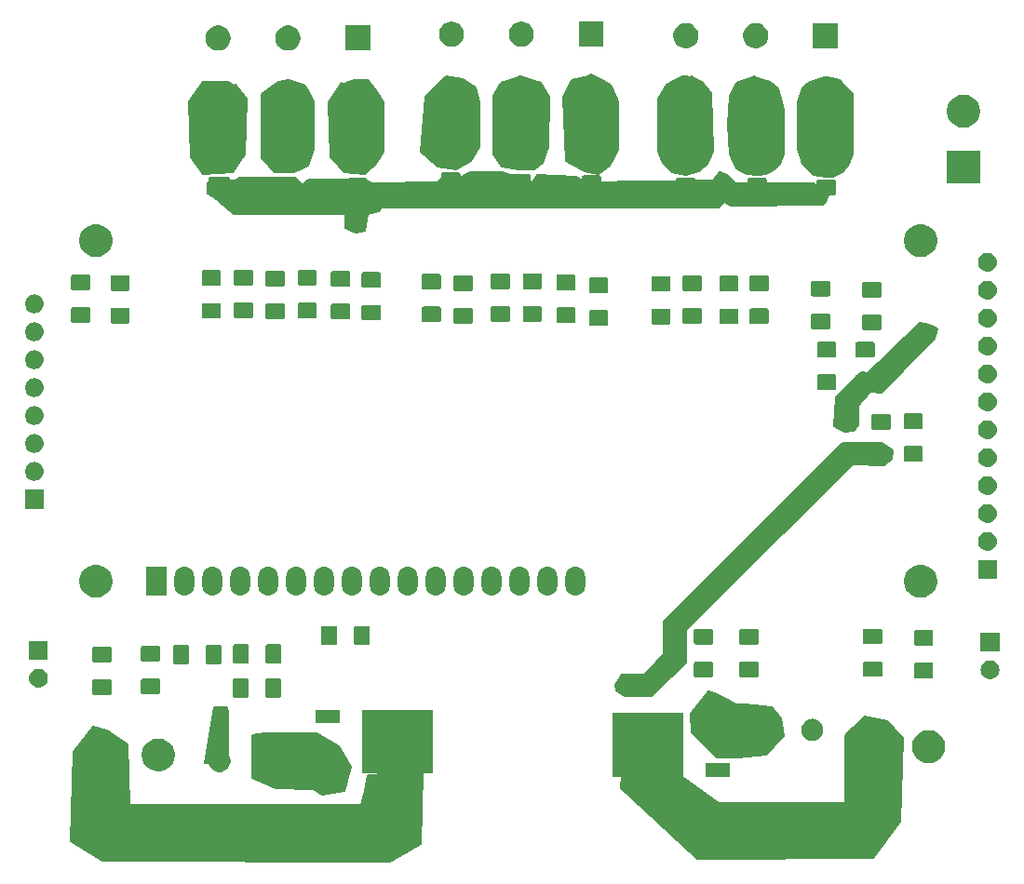
<source format=gbr>
G04 #@! TF.GenerationSoftware,KiCad,Pcbnew,(5.0.1)-4*
G04 #@! TF.CreationDate,2019-01-07T16:42:56+05:30*
G04 #@! TF.ProjectId,monitoring_board,6D6F6E69746F72696E675F626F617264,rev?*
G04 #@! TF.SameCoordinates,Original*
G04 #@! TF.FileFunction,Soldermask,Top*
G04 #@! TF.FilePolarity,Negative*
%FSLAX46Y46*%
G04 Gerber Fmt 4.6, Leading zero omitted, Abs format (unit mm)*
G04 Created by KiCad (PCBNEW (5.0.1)-4) date 01/07/19 16:42:56*
%MOMM*%
%LPD*%
G01*
G04 APERTURE LIST*
%ADD10C,0.150000*%
%ADD11C,0.100000*%
G04 APERTURE END LIST*
D10*
G36*
X198120000Y-117221000D02*
X201422000Y-119634000D01*
X212979000Y-119634000D01*
X212979000Y-113411000D01*
X214757000Y-111760000D01*
X216789000Y-112141000D01*
X218186000Y-113665000D01*
X217932000Y-121285000D01*
X215519000Y-124587000D01*
X199517000Y-124714000D01*
X192532000Y-118237000D01*
X192659000Y-117094000D01*
X198120000Y-117221000D01*
G37*
X198120000Y-117221000D02*
X201422000Y-119634000D01*
X212979000Y-119634000D01*
X212979000Y-113411000D01*
X214757000Y-111760000D01*
X216789000Y-112141000D01*
X218186000Y-113665000D01*
X217932000Y-121285000D01*
X215519000Y-124587000D01*
X199517000Y-124714000D01*
X192532000Y-118237000D01*
X192659000Y-117094000D01*
X198120000Y-117221000D01*
G36*
X198882000Y-111506000D02*
X199009000Y-113157000D01*
X201295000Y-115443000D01*
X203200000Y-115443000D01*
X205740000Y-115189000D01*
X207391000Y-113538000D01*
X207137000Y-111887000D01*
X206248000Y-110871000D01*
X203835000Y-110617000D01*
X203073000Y-110617000D01*
X201295000Y-109728000D01*
X200533000Y-109474000D01*
X198882000Y-111506000D01*
G37*
X198882000Y-111506000D02*
X199009000Y-113157000D01*
X201295000Y-115443000D01*
X203200000Y-115443000D01*
X205740000Y-115189000D01*
X207391000Y-113538000D01*
X207137000Y-111887000D01*
X206248000Y-110871000D01*
X203835000Y-110617000D01*
X203073000Y-110617000D01*
X201295000Y-109728000D01*
X200533000Y-109474000D01*
X198882000Y-111506000D01*
G36*
X159004000Y-114681000D02*
X159004000Y-117348000D01*
X161163000Y-118237000D01*
X164592000Y-118364000D01*
X165354000Y-118872000D01*
X167386000Y-118491000D01*
X168021000Y-116332000D01*
X166878000Y-114427000D01*
X164846000Y-113284000D01*
X160147000Y-113284000D01*
X159004000Y-113411000D01*
X159004000Y-114681000D01*
G37*
X159004000Y-114681000D02*
X159004000Y-117348000D01*
X161163000Y-118237000D01*
X164592000Y-118364000D01*
X165354000Y-118872000D01*
X167386000Y-118491000D01*
X168021000Y-116332000D01*
X166878000Y-114427000D01*
X164846000Y-113284000D01*
X160147000Y-113284000D01*
X159004000Y-113411000D01*
X159004000Y-114681000D01*
G36*
X147701000Y-114300000D02*
X147828000Y-119761000D01*
X168910000Y-119761000D01*
X169291000Y-118491000D01*
X169545000Y-117094000D01*
X174498000Y-116840000D01*
X174371000Y-123317000D01*
X171577000Y-124968000D01*
X145415000Y-124841000D01*
X142494000Y-123063000D01*
X142748000Y-114935000D01*
X144526000Y-112649000D01*
X145796000Y-113030000D01*
X147701000Y-114300000D01*
G37*
X147701000Y-114300000D02*
X147828000Y-119761000D01*
X168910000Y-119761000D01*
X169291000Y-118491000D01*
X169545000Y-117094000D01*
X174498000Y-116840000D01*
X174371000Y-123317000D01*
X171577000Y-124968000D01*
X145415000Y-124841000D01*
X142494000Y-123063000D01*
X142748000Y-114935000D01*
X144526000Y-112649000D01*
X145796000Y-113030000D01*
X147701000Y-114300000D01*
G36*
X156845000Y-111506000D02*
X156845000Y-115951000D01*
X154686000Y-115951000D01*
X155575000Y-110871000D01*
X156718000Y-110871000D01*
X156845000Y-111506000D01*
G37*
X156845000Y-111506000D02*
X156845000Y-115951000D01*
X154686000Y-115951000D01*
X155575000Y-110871000D01*
X156718000Y-110871000D01*
X156845000Y-111506000D01*
G36*
X214122000Y-85217000D02*
X214122000Y-83439000D01*
X215265000Y-82169000D01*
X216281000Y-82296000D01*
X221107000Y-77343000D01*
X221361000Y-76454000D01*
X220599000Y-76073000D01*
X219710000Y-75946000D01*
X215011000Y-80518000D01*
X214376000Y-80391000D01*
X212090000Y-82677000D01*
X211963000Y-85344000D01*
X212852000Y-85852000D01*
X213741000Y-85725000D01*
X214122000Y-85217000D01*
G37*
X214122000Y-85217000D02*
X214122000Y-83439000D01*
X215265000Y-82169000D01*
X216281000Y-82296000D01*
X221107000Y-77343000D01*
X221361000Y-76454000D01*
X220599000Y-76073000D01*
X219710000Y-75946000D01*
X215011000Y-80518000D01*
X214376000Y-80391000D01*
X212090000Y-82677000D01*
X211963000Y-85344000D01*
X212852000Y-85852000D01*
X213741000Y-85725000D01*
X214122000Y-85217000D01*
G36*
X192532000Y-107950000D02*
X194691000Y-107950000D01*
X196469000Y-106045000D01*
X196469000Y-103124000D01*
X212725000Y-86868000D01*
X216281000Y-86868000D01*
X217297000Y-87503000D01*
X217170000Y-88265000D01*
X216535000Y-88900000D01*
X213614000Y-88773000D01*
X198501000Y-103886000D01*
X198501000Y-106807000D01*
X195326000Y-109855000D01*
X192913000Y-109855000D01*
X192151000Y-109347000D01*
X192024000Y-108839000D01*
X192532000Y-108077000D01*
X192532000Y-107950000D01*
G37*
X192532000Y-107950000D02*
X194691000Y-107950000D01*
X196469000Y-106045000D01*
X196469000Y-103124000D01*
X212725000Y-86868000D01*
X216281000Y-86868000D01*
X217297000Y-87503000D01*
X217170000Y-88265000D01*
X216535000Y-88900000D01*
X213614000Y-88773000D01*
X198501000Y-103886000D01*
X198501000Y-106807000D01*
X195326000Y-109855000D01*
X192913000Y-109855000D01*
X192151000Y-109347000D01*
X192024000Y-108839000D01*
X192532000Y-108077000D01*
X192532000Y-107950000D01*
G36*
X210693000Y-64262000D02*
X211455000Y-64262000D01*
X211201000Y-64897000D01*
X210947000Y-65151000D01*
X210693000Y-64262000D01*
G37*
X210693000Y-64262000D02*
X211455000Y-64262000D01*
X211201000Y-64897000D01*
X210947000Y-65151000D01*
X210693000Y-64262000D01*
G36*
X210185000Y-63246000D02*
X202946000Y-63246000D01*
X202184000Y-62484000D01*
X201549000Y-62230000D01*
X200914000Y-62992000D01*
X189357000Y-63119000D01*
X188468000Y-62611000D01*
X184912000Y-62484000D01*
X184531000Y-63119000D01*
X181737000Y-62230000D01*
X178816000Y-62230000D01*
X178054000Y-62611000D01*
X176530000Y-62357000D01*
X175895000Y-63119000D01*
X169926000Y-63246000D01*
X169164000Y-62865000D01*
X164084000Y-62865000D01*
X163576000Y-63373000D01*
X162941000Y-62738000D01*
X157861000Y-62738000D01*
X157480000Y-62992000D01*
X156972000Y-62992000D01*
X156845000Y-62738000D01*
X154940000Y-63119000D01*
X154940000Y-64135000D01*
X155575000Y-64516000D01*
X157353000Y-66040000D01*
X167513000Y-66040000D01*
X167513000Y-67310000D01*
X168402000Y-67691000D01*
X169291000Y-67564000D01*
X169545000Y-66040000D01*
X170561000Y-65786000D01*
X170815000Y-65405000D01*
X201422000Y-65405000D01*
X201930000Y-64897000D01*
X202565000Y-65278000D01*
X210947000Y-65151000D01*
X210185000Y-63246000D01*
G37*
X210185000Y-63246000D02*
X202946000Y-63246000D01*
X202184000Y-62484000D01*
X201549000Y-62230000D01*
X200914000Y-62992000D01*
X189357000Y-63119000D01*
X188468000Y-62611000D01*
X184912000Y-62484000D01*
X184531000Y-63119000D01*
X181737000Y-62230000D01*
X178816000Y-62230000D01*
X178054000Y-62611000D01*
X176530000Y-62357000D01*
X175895000Y-63119000D01*
X169926000Y-63246000D01*
X169164000Y-62865000D01*
X164084000Y-62865000D01*
X163576000Y-63373000D01*
X162941000Y-62738000D01*
X157861000Y-62738000D01*
X157480000Y-62992000D01*
X156972000Y-62992000D01*
X156845000Y-62738000D01*
X154940000Y-63119000D01*
X154940000Y-64135000D01*
X155575000Y-64516000D01*
X157353000Y-66040000D01*
X167513000Y-66040000D01*
X167513000Y-67310000D01*
X168402000Y-67691000D01*
X169291000Y-67564000D01*
X169545000Y-66040000D01*
X170561000Y-65786000D01*
X170815000Y-65405000D01*
X201422000Y-65405000D01*
X201930000Y-64897000D01*
X202565000Y-65278000D01*
X210947000Y-65151000D01*
X210185000Y-63246000D01*
G36*
X211328000Y-53594000D02*
X212471000Y-53848000D01*
X212852000Y-54356000D01*
X213614000Y-55118000D01*
X213614000Y-60579000D01*
X213233000Y-61595000D01*
X212725000Y-62230000D01*
X211836000Y-62611000D01*
X211201000Y-62611000D01*
X210058000Y-62484000D01*
X209042000Y-61468000D01*
X208661000Y-60071000D01*
X208661000Y-55880000D01*
X209042000Y-54610000D01*
X209550000Y-54102000D01*
X211074000Y-53594000D01*
X211328000Y-53594000D01*
G37*
X211328000Y-53594000D02*
X212471000Y-53848000D01*
X212852000Y-54356000D01*
X213614000Y-55118000D01*
X213614000Y-60579000D01*
X213233000Y-61595000D01*
X212725000Y-62230000D01*
X211836000Y-62611000D01*
X211201000Y-62611000D01*
X210058000Y-62484000D01*
X209042000Y-61468000D01*
X208661000Y-60071000D01*
X208661000Y-55880000D01*
X209042000Y-54610000D01*
X209550000Y-54102000D01*
X211074000Y-53594000D01*
X211328000Y-53594000D01*
G36*
X204724000Y-53594000D02*
X206121000Y-53975000D01*
X206883000Y-54610000D01*
X207391000Y-56515000D01*
X207391000Y-60579000D01*
X207010000Y-61468000D01*
X206502000Y-61976000D01*
X205740000Y-62357000D01*
X204978000Y-62484000D01*
X203962000Y-62357000D01*
X203073000Y-61849000D01*
X202438000Y-60579000D01*
X202311000Y-57912000D01*
X202438000Y-55245000D01*
X203073000Y-54102000D01*
X204724000Y-53467000D01*
X204724000Y-53594000D01*
G37*
X204724000Y-53594000D02*
X206121000Y-53975000D01*
X206883000Y-54610000D01*
X207391000Y-56515000D01*
X207391000Y-60579000D01*
X207010000Y-61468000D01*
X206502000Y-61976000D01*
X205740000Y-62357000D01*
X204978000Y-62484000D01*
X203962000Y-62357000D01*
X203073000Y-61849000D01*
X202438000Y-60579000D01*
X202311000Y-57912000D01*
X202438000Y-55245000D01*
X203073000Y-54102000D01*
X204724000Y-53467000D01*
X204724000Y-53594000D01*
G36*
X198882000Y-53467000D02*
X199898000Y-53975000D01*
X200787000Y-54991000D01*
X200914000Y-60325000D01*
X200406000Y-61468000D01*
X199644000Y-62103000D01*
X198501000Y-62484000D01*
X197231000Y-62230000D01*
X196342000Y-61341000D01*
X195961000Y-60325000D01*
X195961000Y-55499000D01*
X196723000Y-54229000D01*
X198120000Y-53467000D01*
X199136000Y-53594000D01*
X198882000Y-53467000D01*
G37*
X198882000Y-53467000D02*
X199898000Y-53975000D01*
X200787000Y-54991000D01*
X200914000Y-60325000D01*
X200406000Y-61468000D01*
X199644000Y-62103000D01*
X198501000Y-62484000D01*
X197231000Y-62230000D01*
X196342000Y-61341000D01*
X195961000Y-60325000D01*
X195961000Y-55499000D01*
X196723000Y-54229000D01*
X198120000Y-53467000D01*
X199136000Y-53594000D01*
X198882000Y-53467000D01*
G36*
X189865000Y-53340000D02*
X191643000Y-54229000D01*
X192278000Y-55753000D01*
X192278000Y-60198000D01*
X191516000Y-61595000D01*
X190500000Y-62357000D01*
X189230000Y-62103000D01*
X187579000Y-61214000D01*
X187325000Y-55372000D01*
X188087000Y-53848000D01*
X189611000Y-53467000D01*
X189865000Y-53340000D01*
G37*
X189865000Y-53340000D02*
X191643000Y-54229000D01*
X192278000Y-55753000D01*
X192278000Y-60198000D01*
X191516000Y-61595000D01*
X190500000Y-62357000D01*
X189230000Y-62103000D01*
X187579000Y-61214000D01*
X187325000Y-55372000D01*
X188087000Y-53848000D01*
X189611000Y-53467000D01*
X189865000Y-53340000D01*
G36*
X183388000Y-53467000D02*
X185293000Y-54102000D01*
X186055000Y-55372000D01*
X185928000Y-59944000D01*
X185420000Y-61341000D01*
X184658000Y-61976000D01*
X183261000Y-61976000D01*
X181737000Y-61722000D01*
X180975000Y-60579000D01*
X180975000Y-55245000D01*
X181610000Y-54102000D01*
X182753000Y-53721000D01*
X183388000Y-53467000D01*
G37*
X183388000Y-53467000D02*
X185293000Y-54102000D01*
X186055000Y-55372000D01*
X185928000Y-59944000D01*
X185420000Y-61341000D01*
X184658000Y-61976000D01*
X183261000Y-61976000D01*
X181737000Y-61722000D01*
X180975000Y-60579000D01*
X180975000Y-55245000D01*
X181610000Y-54102000D01*
X182753000Y-53721000D01*
X183388000Y-53467000D01*
G36*
X176657000Y-53467000D02*
X178181000Y-53721000D01*
X179324000Y-54483000D01*
X179705000Y-55880000D01*
X179705000Y-59944000D01*
X178943000Y-61214000D01*
X177546000Y-61976000D01*
X175895000Y-61722000D01*
X174371000Y-60325000D01*
X174752000Y-55372000D01*
X176657000Y-53467000D01*
G37*
X176657000Y-53467000D02*
X178181000Y-53721000D01*
X179324000Y-54483000D01*
X179705000Y-55880000D01*
X179705000Y-59944000D01*
X178943000Y-61214000D01*
X177546000Y-61976000D01*
X175895000Y-61722000D01*
X174371000Y-60325000D01*
X174752000Y-55372000D01*
X176657000Y-53467000D01*
G36*
X167132000Y-54229000D02*
X168275000Y-53848000D01*
X169545000Y-53848000D01*
X170307000Y-54737000D01*
X170942000Y-55880000D01*
X170942000Y-60325000D01*
X170307000Y-61468000D01*
X169291000Y-62357000D01*
X167386000Y-62230000D01*
X166116000Y-60833000D01*
X165989000Y-55880000D01*
X167132000Y-54102000D01*
X167132000Y-54229000D01*
G37*
X167132000Y-54229000D02*
X168275000Y-53848000D01*
X169545000Y-53848000D01*
X170307000Y-54737000D01*
X170942000Y-55880000D01*
X170942000Y-60325000D01*
X170307000Y-61468000D01*
X169291000Y-62357000D01*
X167386000Y-62230000D01*
X166116000Y-60833000D01*
X165989000Y-55880000D01*
X167132000Y-54102000D01*
X167132000Y-54229000D01*
G36*
X162306000Y-53848000D02*
X163830000Y-54356000D01*
X164592000Y-55753000D01*
X164592000Y-60071000D01*
X164084000Y-61595000D01*
X162814000Y-62230000D01*
X161036000Y-62230000D01*
X159893000Y-60960000D01*
X159893000Y-55118000D01*
X161417000Y-53975000D01*
X162306000Y-53848000D01*
G37*
X162306000Y-53848000D02*
X163830000Y-54356000D01*
X164592000Y-55753000D01*
X164592000Y-60071000D01*
X164084000Y-61595000D01*
X162814000Y-62230000D01*
X161036000Y-62230000D01*
X159893000Y-60960000D01*
X159893000Y-55118000D01*
X161417000Y-53975000D01*
X162306000Y-53848000D01*
G36*
X157480000Y-54229000D02*
X158496000Y-55499000D01*
X158369000Y-60579000D01*
X157226000Y-62230000D01*
X154559000Y-62357000D01*
X153416000Y-60833000D01*
X153289000Y-55753000D01*
X154559000Y-53975000D01*
X156845000Y-53975000D01*
X157353000Y-54356000D01*
X157480000Y-54229000D01*
G37*
X157480000Y-54229000D02*
X158496000Y-55499000D01*
X158369000Y-60579000D01*
X157226000Y-62230000D01*
X154559000Y-62357000D01*
X153416000Y-60833000D01*
X153289000Y-55753000D01*
X154559000Y-53975000D01*
X156845000Y-53975000D01*
X157353000Y-54356000D01*
X157480000Y-54229000D01*
D11*
G36*
X198221200Y-117200000D02*
X191821200Y-117200000D01*
X191821200Y-111400000D01*
X198221200Y-111400000D01*
X198221200Y-117200000D01*
X198221200Y-117200000D01*
G37*
G36*
X202421200Y-117180000D02*
X200221200Y-117180000D01*
X200221200Y-115980000D01*
X202421200Y-115980000D01*
X202421200Y-117180000D01*
X202421200Y-117180000D01*
G37*
G36*
X175403800Y-116920600D02*
X169003800Y-116920600D01*
X169003800Y-111120600D01*
X175403800Y-111120600D01*
X175403800Y-116920600D01*
X175403800Y-116920600D01*
G37*
G36*
X167003800Y-116900600D02*
X164803800Y-116900600D01*
X164803800Y-115700600D01*
X167003800Y-115700600D01*
X167003800Y-116900600D01*
X167003800Y-116900600D01*
G37*
G36*
X161287970Y-114798572D02*
X161403889Y-114821629D01*
X161585878Y-114897011D01*
X161749663Y-115006449D01*
X161888951Y-115145737D01*
X161998389Y-115309522D01*
X162073771Y-115491511D01*
X162096828Y-115607430D01*
X162112200Y-115684707D01*
X162112200Y-115881693D01*
X162103602Y-115924915D01*
X162073771Y-116074889D01*
X161998389Y-116256878D01*
X161888951Y-116420663D01*
X161749663Y-116559951D01*
X161585878Y-116669389D01*
X161403889Y-116744771D01*
X161287970Y-116767828D01*
X161210693Y-116783200D01*
X161013707Y-116783200D01*
X160936430Y-116767828D01*
X160820511Y-116744771D01*
X160638522Y-116669389D01*
X160474737Y-116559951D01*
X160335449Y-116420663D01*
X160226011Y-116256878D01*
X160150629Y-116074889D01*
X160120798Y-115924915D01*
X160112200Y-115881693D01*
X160112200Y-115684707D01*
X160127572Y-115607430D01*
X160150629Y-115491511D01*
X160226011Y-115309522D01*
X160335449Y-115145737D01*
X160474737Y-115006449D01*
X160638522Y-114897011D01*
X160820511Y-114821629D01*
X160936430Y-114798572D01*
X161013707Y-114783200D01*
X161210693Y-114783200D01*
X161287970Y-114798572D01*
X161287970Y-114798572D01*
G37*
G36*
X156207970Y-114788572D02*
X156323889Y-114811629D01*
X156505878Y-114887011D01*
X156669663Y-114996449D01*
X156808951Y-115135737D01*
X156918389Y-115299522D01*
X156993771Y-115481511D01*
X157032200Y-115674709D01*
X157032200Y-115871691D01*
X156993771Y-116064889D01*
X156918389Y-116246878D01*
X156808951Y-116410663D01*
X156669663Y-116549951D01*
X156505878Y-116659389D01*
X156323889Y-116734771D01*
X156207970Y-116757828D01*
X156130693Y-116773200D01*
X155933707Y-116773200D01*
X155856430Y-116757828D01*
X155740511Y-116734771D01*
X155558522Y-116659389D01*
X155394737Y-116549951D01*
X155255449Y-116410663D01*
X155146011Y-116246878D01*
X155070629Y-116064889D01*
X155032200Y-115871691D01*
X155032200Y-115674709D01*
X155070629Y-115481511D01*
X155146011Y-115299522D01*
X155255449Y-115135737D01*
X155394737Y-114996449D01*
X155558522Y-114887011D01*
X155740511Y-114811629D01*
X155856430Y-114788572D01*
X155933707Y-114773200D01*
X156130693Y-114773200D01*
X156207970Y-114788572D01*
X156207970Y-114788572D01*
G37*
G36*
X150755504Y-113741883D02*
X150907134Y-113772044D01*
X151180117Y-113885117D01*
X151422520Y-114047087D01*
X151425797Y-114049276D01*
X151634724Y-114258203D01*
X151798884Y-114503885D01*
X151911956Y-114776867D01*
X151969600Y-115066661D01*
X151969600Y-115362139D01*
X151931171Y-115555335D01*
X151911956Y-115651934D01*
X151798883Y-115924917D01*
X151705358Y-116064886D01*
X151634724Y-116170597D01*
X151425797Y-116379524D01*
X151425794Y-116379526D01*
X151180117Y-116543683D01*
X151180116Y-116543684D01*
X151180115Y-116543684D01*
X151100160Y-116576802D01*
X150907134Y-116656756D01*
X150843623Y-116669389D01*
X150617339Y-116714400D01*
X150321861Y-116714400D01*
X150095577Y-116669389D01*
X150032066Y-116656756D01*
X149839040Y-116576802D01*
X149759085Y-116543684D01*
X149759084Y-116543684D01*
X149759083Y-116543683D01*
X149513406Y-116379526D01*
X149513403Y-116379524D01*
X149304476Y-116170597D01*
X149233842Y-116064886D01*
X149140317Y-115924917D01*
X149027244Y-115651934D01*
X149008029Y-115555335D01*
X148969600Y-115362139D01*
X148969600Y-115066661D01*
X149027244Y-114776867D01*
X149140316Y-114503885D01*
X149304476Y-114258203D01*
X149513403Y-114049276D01*
X149516680Y-114047087D01*
X149759083Y-113885117D01*
X150032066Y-113772044D01*
X150183696Y-113741883D01*
X150321861Y-113714400D01*
X150617339Y-113714400D01*
X150755504Y-113741883D01*
X150755504Y-113741883D01*
G37*
G36*
X146889600Y-116714400D02*
X143889600Y-116714400D01*
X143889600Y-113714400D01*
X146889600Y-113714400D01*
X146889600Y-116714400D01*
X146889600Y-116714400D01*
G37*
G36*
X216942800Y-115952400D02*
X213942800Y-115952400D01*
X213942800Y-112952400D01*
X216942800Y-112952400D01*
X216942800Y-115952400D01*
X216942800Y-115952400D01*
G37*
G36*
X220863735Y-112990829D02*
X220960334Y-113010044D01*
X221233317Y-113123117D01*
X221393411Y-113230089D01*
X221478997Y-113287276D01*
X221687924Y-113496203D01*
X221687926Y-113496206D01*
X221852083Y-113741883D01*
X221965156Y-114014866D01*
X222022800Y-114304663D01*
X222022800Y-114600137D01*
X221965156Y-114889934D01*
X221921036Y-114996449D01*
X221852084Y-115162915D01*
X221687924Y-115408597D01*
X221478997Y-115617524D01*
X221478994Y-115617526D01*
X221233317Y-115781683D01*
X220960334Y-115894756D01*
X220863735Y-115913971D01*
X220670539Y-115952400D01*
X220375061Y-115952400D01*
X220181865Y-115913971D01*
X220085266Y-115894756D01*
X219812283Y-115781683D01*
X219566606Y-115617526D01*
X219566603Y-115617524D01*
X219357676Y-115408597D01*
X219193516Y-115162915D01*
X219124564Y-114996449D01*
X219080444Y-114889934D01*
X219022800Y-114600137D01*
X219022800Y-114304663D01*
X219080444Y-114014866D01*
X219193517Y-113741883D01*
X219357674Y-113496206D01*
X219357676Y-113496203D01*
X219566603Y-113287276D01*
X219652189Y-113230089D01*
X219812283Y-113123117D01*
X220085266Y-113010044D01*
X220181865Y-112990829D01*
X220375061Y-112952400D01*
X220670539Y-112952400D01*
X220863735Y-112990829D01*
X220863735Y-112990829D01*
G37*
G36*
X205052170Y-111953772D02*
X205168089Y-111976829D01*
X205350078Y-112052211D01*
X205513863Y-112161649D01*
X205653151Y-112300937D01*
X205762589Y-112464722D01*
X205837971Y-112646711D01*
X205876400Y-112839909D01*
X205876400Y-113036891D01*
X205837971Y-113230089D01*
X205762589Y-113412078D01*
X205653151Y-113575863D01*
X205513863Y-113715151D01*
X205350078Y-113824589D01*
X205168089Y-113899971D01*
X205052170Y-113923028D01*
X204974893Y-113938400D01*
X204777907Y-113938400D01*
X204700630Y-113923028D01*
X204584711Y-113899971D01*
X204402722Y-113824589D01*
X204238937Y-113715151D01*
X204099649Y-113575863D01*
X203990211Y-113412078D01*
X203914829Y-113230089D01*
X203876400Y-113036891D01*
X203876400Y-112839909D01*
X203914829Y-112646711D01*
X203990211Y-112464722D01*
X204099649Y-112300937D01*
X204238937Y-112161649D01*
X204402722Y-112052211D01*
X204584711Y-111976829D01*
X204700630Y-111953772D01*
X204777907Y-111938400D01*
X204974893Y-111938400D01*
X205052170Y-111953772D01*
X205052170Y-111953772D01*
G37*
G36*
X210132170Y-111943772D02*
X210248089Y-111966829D01*
X210430078Y-112042211D01*
X210593863Y-112151649D01*
X210733151Y-112290937D01*
X210842589Y-112454722D01*
X210917971Y-112636711D01*
X210956400Y-112829909D01*
X210956400Y-113026891D01*
X210917971Y-113220089D01*
X210842589Y-113402078D01*
X210733151Y-113565863D01*
X210593863Y-113705151D01*
X210430078Y-113814589D01*
X210248089Y-113889971D01*
X210132170Y-113913028D01*
X210054893Y-113928400D01*
X209857907Y-113928400D01*
X209780630Y-113913028D01*
X209664711Y-113889971D01*
X209482722Y-113814589D01*
X209318937Y-113705151D01*
X209179649Y-113565863D01*
X209070211Y-113402078D01*
X208994829Y-113220089D01*
X208956400Y-113026891D01*
X208956400Y-112829909D01*
X208994829Y-112636711D01*
X209070211Y-112454722D01*
X209179649Y-112290937D01*
X209318937Y-112151649D01*
X209482722Y-112042211D01*
X209664711Y-111966829D01*
X209780630Y-111943772D01*
X209857907Y-111928400D01*
X210054893Y-111928400D01*
X210132170Y-111943772D01*
X210132170Y-111943772D01*
G37*
G36*
X202421200Y-112620000D02*
X200221200Y-112620000D01*
X200221200Y-111420000D01*
X202421200Y-111420000D01*
X202421200Y-112620000D01*
X202421200Y-112620000D01*
G37*
G36*
X167003800Y-112340600D02*
X164803800Y-112340600D01*
X164803800Y-111140600D01*
X167003800Y-111140600D01*
X167003800Y-112340600D01*
X167003800Y-112340600D01*
G37*
G36*
X161499764Y-108272637D02*
X161531328Y-108282212D01*
X161560417Y-108297760D01*
X161585914Y-108318686D01*
X161606840Y-108344183D01*
X161622388Y-108373272D01*
X161631963Y-108404836D01*
X161635800Y-108443798D01*
X161635800Y-109843802D01*
X161631963Y-109882764D01*
X161622388Y-109914328D01*
X161606840Y-109943417D01*
X161585914Y-109968914D01*
X161560417Y-109989840D01*
X161531328Y-110005388D01*
X161499764Y-110014963D01*
X161460802Y-110018800D01*
X160385798Y-110018800D01*
X160346836Y-110014963D01*
X160315272Y-110005388D01*
X160286183Y-109989840D01*
X160260686Y-109968914D01*
X160239760Y-109943417D01*
X160224212Y-109914328D01*
X160214637Y-109882764D01*
X160210800Y-109843802D01*
X160210800Y-108443798D01*
X160214637Y-108404836D01*
X160224212Y-108373272D01*
X160239760Y-108344183D01*
X160260686Y-108318686D01*
X160286183Y-108297760D01*
X160315272Y-108282212D01*
X160346836Y-108272637D01*
X160385798Y-108268800D01*
X161460802Y-108268800D01*
X161499764Y-108272637D01*
X161499764Y-108272637D01*
G37*
G36*
X158524764Y-108272637D02*
X158556328Y-108282212D01*
X158585417Y-108297760D01*
X158610914Y-108318686D01*
X158631840Y-108344183D01*
X158647388Y-108373272D01*
X158656963Y-108404836D01*
X158660800Y-108443798D01*
X158660800Y-109843802D01*
X158656963Y-109882764D01*
X158647388Y-109914328D01*
X158631840Y-109943417D01*
X158610914Y-109968914D01*
X158585417Y-109989840D01*
X158556328Y-110005388D01*
X158524764Y-110014963D01*
X158485802Y-110018800D01*
X157410798Y-110018800D01*
X157371836Y-110014963D01*
X157340272Y-110005388D01*
X157311183Y-109989840D01*
X157285686Y-109968914D01*
X157264760Y-109943417D01*
X157249212Y-109914328D01*
X157239637Y-109882764D01*
X157235800Y-109843802D01*
X157235800Y-108443798D01*
X157239637Y-108404836D01*
X157249212Y-108373272D01*
X157264760Y-108344183D01*
X157285686Y-108318686D01*
X157311183Y-108297760D01*
X157340272Y-108282212D01*
X157371836Y-108272637D01*
X157410798Y-108268800D01*
X158485802Y-108268800D01*
X158524764Y-108272637D01*
X158524764Y-108272637D01*
G37*
G36*
X146077764Y-108347837D02*
X146109328Y-108357412D01*
X146138417Y-108372960D01*
X146163914Y-108393886D01*
X146184840Y-108419383D01*
X146200388Y-108448472D01*
X146209963Y-108480036D01*
X146213800Y-108518998D01*
X146213800Y-109594002D01*
X146209963Y-109632964D01*
X146200388Y-109664528D01*
X146184840Y-109693617D01*
X146163914Y-109719114D01*
X146138417Y-109740040D01*
X146109328Y-109755588D01*
X146077764Y-109765163D01*
X146038802Y-109769000D01*
X144638798Y-109769000D01*
X144599836Y-109765163D01*
X144568272Y-109755588D01*
X144539183Y-109740040D01*
X144513686Y-109719114D01*
X144492760Y-109693617D01*
X144477212Y-109664528D01*
X144467637Y-109632964D01*
X144463800Y-109594002D01*
X144463800Y-108518998D01*
X144467637Y-108480036D01*
X144477212Y-108448472D01*
X144492760Y-108419383D01*
X144513686Y-108393886D01*
X144539183Y-108372960D01*
X144568272Y-108357412D01*
X144599836Y-108347837D01*
X144638798Y-108344000D01*
X146038802Y-108344000D01*
X146077764Y-108347837D01*
X146077764Y-108347837D01*
G37*
G36*
X150497364Y-108271637D02*
X150528928Y-108281212D01*
X150558017Y-108296760D01*
X150583514Y-108317686D01*
X150604440Y-108343183D01*
X150619988Y-108372272D01*
X150629563Y-108403836D01*
X150633400Y-108442798D01*
X150633400Y-109517802D01*
X150629563Y-109556764D01*
X150619988Y-109588328D01*
X150604440Y-109617417D01*
X150583514Y-109642914D01*
X150558017Y-109663840D01*
X150528928Y-109679388D01*
X150497364Y-109688963D01*
X150458402Y-109692800D01*
X149058398Y-109692800D01*
X149019436Y-109688963D01*
X148987872Y-109679388D01*
X148958783Y-109663840D01*
X148933286Y-109642914D01*
X148912360Y-109617417D01*
X148896812Y-109588328D01*
X148887237Y-109556764D01*
X148883400Y-109517802D01*
X148883400Y-108442798D01*
X148887237Y-108403836D01*
X148896812Y-108372272D01*
X148912360Y-108343183D01*
X148933286Y-108317686D01*
X148958783Y-108296760D01*
X148987872Y-108281212D01*
X149019436Y-108271637D01*
X149058398Y-108267800D01*
X150458402Y-108267800D01*
X150497364Y-108271637D01*
X150497364Y-108271637D01*
G37*
G36*
X139739630Y-107391699D02*
X139899855Y-107440303D01*
X140047520Y-107519231D01*
X140176949Y-107625451D01*
X140283169Y-107754880D01*
X140362097Y-107902545D01*
X140410701Y-108062770D01*
X140427112Y-108229400D01*
X140410701Y-108396030D01*
X140362097Y-108556255D01*
X140283169Y-108703920D01*
X140176949Y-108833349D01*
X140047520Y-108939569D01*
X139899855Y-109018497D01*
X139739630Y-109067101D01*
X139614752Y-109079400D01*
X139531248Y-109079400D01*
X139406370Y-109067101D01*
X139246145Y-109018497D01*
X139098480Y-108939569D01*
X138969051Y-108833349D01*
X138862831Y-108703920D01*
X138783903Y-108556255D01*
X138735299Y-108396030D01*
X138718888Y-108229400D01*
X138735299Y-108062770D01*
X138783903Y-107902545D01*
X138862831Y-107754880D01*
X138969051Y-107625451D01*
X139098480Y-107519231D01*
X139246145Y-107440303D01*
X139406370Y-107391699D01*
X139531248Y-107379400D01*
X139614752Y-107379400D01*
X139739630Y-107391699D01*
X139739630Y-107391699D01*
G37*
G36*
X226277430Y-106629699D02*
X226437655Y-106678303D01*
X226585320Y-106757231D01*
X226714749Y-106863451D01*
X226820969Y-106992880D01*
X226899897Y-107140545D01*
X226948501Y-107300770D01*
X226964912Y-107467400D01*
X226948501Y-107634030D01*
X226899897Y-107794255D01*
X226820969Y-107941920D01*
X226714749Y-108071349D01*
X226585320Y-108177569D01*
X226437655Y-108256497D01*
X226277430Y-108305101D01*
X226152552Y-108317400D01*
X226069048Y-108317400D01*
X225944170Y-108305101D01*
X225783945Y-108256497D01*
X225636280Y-108177569D01*
X225506851Y-108071349D01*
X225400631Y-107941920D01*
X225321703Y-107794255D01*
X225273099Y-107634030D01*
X225256688Y-107467400D01*
X225273099Y-107300770D01*
X225321703Y-107140545D01*
X225400631Y-106992880D01*
X225506851Y-106863451D01*
X225636280Y-106757231D01*
X225783945Y-106678303D01*
X225944170Y-106629699D01*
X226069048Y-106617400D01*
X226152552Y-106617400D01*
X226277430Y-106629699D01*
X226277430Y-106629699D01*
G37*
G36*
X220804564Y-106823837D02*
X220836128Y-106833412D01*
X220865217Y-106848960D01*
X220890714Y-106869886D01*
X220911640Y-106895383D01*
X220927188Y-106924472D01*
X220936763Y-106956036D01*
X220940600Y-106994998D01*
X220940600Y-108070002D01*
X220936763Y-108108964D01*
X220927188Y-108140528D01*
X220911640Y-108169617D01*
X220890714Y-108195114D01*
X220865217Y-108216040D01*
X220836128Y-108231588D01*
X220804564Y-108241163D01*
X220765602Y-108245000D01*
X219365598Y-108245000D01*
X219326636Y-108241163D01*
X219295072Y-108231588D01*
X219265983Y-108216040D01*
X219240486Y-108195114D01*
X219219560Y-108169617D01*
X219204012Y-108140528D01*
X219194437Y-108108964D01*
X219190600Y-108070002D01*
X219190600Y-106994998D01*
X219194437Y-106956036D01*
X219204012Y-106924472D01*
X219219560Y-106895383D01*
X219240486Y-106869886D01*
X219265983Y-106848960D01*
X219295072Y-106833412D01*
X219326636Y-106823837D01*
X219365598Y-106820000D01*
X220765602Y-106820000D01*
X220804564Y-106823837D01*
X220804564Y-106823837D01*
G37*
G36*
X204929564Y-106747637D02*
X204961128Y-106757212D01*
X204990217Y-106772760D01*
X205015714Y-106793686D01*
X205036640Y-106819183D01*
X205052188Y-106848272D01*
X205061763Y-106879836D01*
X205065600Y-106918798D01*
X205065600Y-107993802D01*
X205061763Y-108032764D01*
X205052188Y-108064328D01*
X205036640Y-108093417D01*
X205015714Y-108118914D01*
X204990217Y-108139840D01*
X204961128Y-108155388D01*
X204929564Y-108164963D01*
X204890602Y-108168800D01*
X203490598Y-108168800D01*
X203451636Y-108164963D01*
X203420072Y-108155388D01*
X203390983Y-108139840D01*
X203365486Y-108118914D01*
X203344560Y-108093417D01*
X203329012Y-108064328D01*
X203319437Y-108032764D01*
X203315600Y-107993802D01*
X203315600Y-106918798D01*
X203319437Y-106879836D01*
X203329012Y-106848272D01*
X203344560Y-106819183D01*
X203365486Y-106793686D01*
X203390983Y-106772760D01*
X203420072Y-106757212D01*
X203451636Y-106747637D01*
X203490598Y-106743800D01*
X204890602Y-106743800D01*
X204929564Y-106747637D01*
X204929564Y-106747637D01*
G37*
G36*
X200789364Y-106722237D02*
X200820928Y-106731812D01*
X200850017Y-106747360D01*
X200875514Y-106768286D01*
X200896440Y-106793783D01*
X200911988Y-106822872D01*
X200921563Y-106854436D01*
X200925400Y-106893398D01*
X200925400Y-107968402D01*
X200921563Y-108007364D01*
X200911988Y-108038928D01*
X200896440Y-108068017D01*
X200875514Y-108093514D01*
X200850017Y-108114440D01*
X200820928Y-108129988D01*
X200789364Y-108139563D01*
X200750402Y-108143400D01*
X199350398Y-108143400D01*
X199311436Y-108139563D01*
X199279872Y-108129988D01*
X199250783Y-108114440D01*
X199225286Y-108093514D01*
X199204360Y-108068017D01*
X199188812Y-108038928D01*
X199179237Y-108007364D01*
X199175400Y-107968402D01*
X199175400Y-106893398D01*
X199179237Y-106854436D01*
X199188812Y-106822872D01*
X199204360Y-106793783D01*
X199225286Y-106768286D01*
X199250783Y-106747360D01*
X199279872Y-106731812D01*
X199311436Y-106722237D01*
X199350398Y-106718400D01*
X200750402Y-106718400D01*
X200789364Y-106722237D01*
X200789364Y-106722237D01*
G37*
G36*
X216181764Y-106696837D02*
X216213328Y-106706412D01*
X216242417Y-106721960D01*
X216267914Y-106742886D01*
X216288840Y-106768383D01*
X216304388Y-106797472D01*
X216313963Y-106829036D01*
X216317800Y-106867998D01*
X216317800Y-107943002D01*
X216313963Y-107981964D01*
X216304388Y-108013528D01*
X216288840Y-108042617D01*
X216267914Y-108068114D01*
X216242417Y-108089040D01*
X216213328Y-108104588D01*
X216181764Y-108114163D01*
X216142802Y-108118000D01*
X214742798Y-108118000D01*
X214703836Y-108114163D01*
X214672272Y-108104588D01*
X214643183Y-108089040D01*
X214617686Y-108068114D01*
X214596760Y-108042617D01*
X214581212Y-108013528D01*
X214571637Y-107981964D01*
X214567800Y-107943002D01*
X214567800Y-106867998D01*
X214571637Y-106829036D01*
X214581212Y-106797472D01*
X214596760Y-106768383D01*
X214617686Y-106742886D01*
X214643183Y-106721960D01*
X214672272Y-106706412D01*
X214703836Y-106696837D01*
X214742798Y-106693000D01*
X216142802Y-106693000D01*
X216181764Y-106696837D01*
X216181764Y-106696837D01*
G37*
G36*
X153114564Y-105224637D02*
X153146128Y-105234212D01*
X153175217Y-105249760D01*
X153200714Y-105270686D01*
X153221640Y-105296183D01*
X153237188Y-105325272D01*
X153246763Y-105356836D01*
X153250600Y-105395798D01*
X153250600Y-106795802D01*
X153246763Y-106834764D01*
X153237188Y-106866328D01*
X153221640Y-106895417D01*
X153200714Y-106920914D01*
X153175217Y-106941840D01*
X153146128Y-106957388D01*
X153114564Y-106966963D01*
X153075602Y-106970800D01*
X152000598Y-106970800D01*
X151961636Y-106966963D01*
X151930072Y-106957388D01*
X151900983Y-106941840D01*
X151875486Y-106920914D01*
X151854560Y-106895417D01*
X151839012Y-106866328D01*
X151829437Y-106834764D01*
X151825600Y-106795802D01*
X151825600Y-105395798D01*
X151829437Y-105356836D01*
X151839012Y-105325272D01*
X151854560Y-105296183D01*
X151875486Y-105270686D01*
X151900983Y-105249760D01*
X151930072Y-105234212D01*
X151961636Y-105224637D01*
X152000598Y-105220800D01*
X153075602Y-105220800D01*
X153114564Y-105224637D01*
X153114564Y-105224637D01*
G37*
G36*
X156089564Y-105224637D02*
X156121128Y-105234212D01*
X156150217Y-105249760D01*
X156175714Y-105270686D01*
X156196640Y-105296183D01*
X156212188Y-105325272D01*
X156221763Y-105356836D01*
X156225600Y-105395798D01*
X156225600Y-106795802D01*
X156221763Y-106834764D01*
X156212188Y-106866328D01*
X156196640Y-106895417D01*
X156175714Y-106920914D01*
X156150217Y-106941840D01*
X156121128Y-106957388D01*
X156089564Y-106966963D01*
X156050602Y-106970800D01*
X154975598Y-106970800D01*
X154936636Y-106966963D01*
X154905072Y-106957388D01*
X154875983Y-106941840D01*
X154850486Y-106920914D01*
X154829560Y-106895417D01*
X154814012Y-106866328D01*
X154804437Y-106834764D01*
X154800600Y-106795802D01*
X154800600Y-105395798D01*
X154804437Y-105356836D01*
X154814012Y-105325272D01*
X154829560Y-105296183D01*
X154850486Y-105270686D01*
X154875983Y-105249760D01*
X154905072Y-105234212D01*
X154936636Y-105224637D01*
X154975598Y-105220800D01*
X156050602Y-105220800D01*
X156089564Y-105224637D01*
X156089564Y-105224637D01*
G37*
G36*
X158550164Y-105148437D02*
X158581728Y-105158012D01*
X158610817Y-105173560D01*
X158636314Y-105194486D01*
X158657240Y-105219983D01*
X158672788Y-105249072D01*
X158682363Y-105280636D01*
X158686200Y-105319598D01*
X158686200Y-106719602D01*
X158682363Y-106758564D01*
X158672788Y-106790128D01*
X158657240Y-106819217D01*
X158636314Y-106844714D01*
X158610817Y-106865640D01*
X158581728Y-106881188D01*
X158550164Y-106890763D01*
X158511202Y-106894600D01*
X157436198Y-106894600D01*
X157397236Y-106890763D01*
X157365672Y-106881188D01*
X157336583Y-106865640D01*
X157311086Y-106844714D01*
X157290160Y-106819217D01*
X157274612Y-106790128D01*
X157265037Y-106758564D01*
X157261200Y-106719602D01*
X157261200Y-105319598D01*
X157265037Y-105280636D01*
X157274612Y-105249072D01*
X157290160Y-105219983D01*
X157311086Y-105194486D01*
X157336583Y-105173560D01*
X157365672Y-105158012D01*
X157397236Y-105148437D01*
X157436198Y-105144600D01*
X158511202Y-105144600D01*
X158550164Y-105148437D01*
X158550164Y-105148437D01*
G37*
G36*
X161525164Y-105148437D02*
X161556728Y-105158012D01*
X161585817Y-105173560D01*
X161611314Y-105194486D01*
X161632240Y-105219983D01*
X161647788Y-105249072D01*
X161657363Y-105280636D01*
X161661200Y-105319598D01*
X161661200Y-106719602D01*
X161657363Y-106758564D01*
X161647788Y-106790128D01*
X161632240Y-106819217D01*
X161611314Y-106844714D01*
X161585817Y-106865640D01*
X161556728Y-106881188D01*
X161525164Y-106890763D01*
X161486202Y-106894600D01*
X160411198Y-106894600D01*
X160372236Y-106890763D01*
X160340672Y-106881188D01*
X160311583Y-106865640D01*
X160286086Y-106844714D01*
X160265160Y-106819217D01*
X160249612Y-106790128D01*
X160240037Y-106758564D01*
X160236200Y-106719602D01*
X160236200Y-105319598D01*
X160240037Y-105280636D01*
X160249612Y-105249072D01*
X160265160Y-105219983D01*
X160286086Y-105194486D01*
X160311583Y-105173560D01*
X160340672Y-105158012D01*
X160372236Y-105148437D01*
X160411198Y-105144600D01*
X161486202Y-105144600D01*
X161525164Y-105148437D01*
X161525164Y-105148437D01*
G37*
G36*
X146077764Y-105372837D02*
X146109328Y-105382412D01*
X146138417Y-105397960D01*
X146163914Y-105418886D01*
X146184840Y-105444383D01*
X146200388Y-105473472D01*
X146209963Y-105505036D01*
X146213800Y-105543998D01*
X146213800Y-106619002D01*
X146209963Y-106657964D01*
X146200388Y-106689528D01*
X146184840Y-106718617D01*
X146163914Y-106744114D01*
X146138417Y-106765040D01*
X146109328Y-106780588D01*
X146077764Y-106790163D01*
X146038802Y-106794000D01*
X144638798Y-106794000D01*
X144599836Y-106790163D01*
X144568272Y-106780588D01*
X144539183Y-106765040D01*
X144513686Y-106744114D01*
X144492760Y-106718617D01*
X144477212Y-106689528D01*
X144467637Y-106657964D01*
X144463800Y-106619002D01*
X144463800Y-105543998D01*
X144467637Y-105505036D01*
X144477212Y-105473472D01*
X144492760Y-105444383D01*
X144513686Y-105418886D01*
X144539183Y-105397960D01*
X144568272Y-105382412D01*
X144599836Y-105372837D01*
X144638798Y-105369000D01*
X146038802Y-105369000D01*
X146077764Y-105372837D01*
X146077764Y-105372837D01*
G37*
G36*
X150497364Y-105296637D02*
X150528928Y-105306212D01*
X150558017Y-105321760D01*
X150583514Y-105342686D01*
X150604440Y-105368183D01*
X150619988Y-105397272D01*
X150629563Y-105428836D01*
X150633400Y-105467798D01*
X150633400Y-106542802D01*
X150629563Y-106581764D01*
X150619988Y-106613328D01*
X150604440Y-106642417D01*
X150583514Y-106667914D01*
X150558017Y-106688840D01*
X150528928Y-106704388D01*
X150497364Y-106713963D01*
X150458402Y-106717800D01*
X149058398Y-106717800D01*
X149019436Y-106713963D01*
X148987872Y-106704388D01*
X148958783Y-106688840D01*
X148933286Y-106667914D01*
X148912360Y-106642417D01*
X148896812Y-106613328D01*
X148887237Y-106581764D01*
X148883400Y-106542802D01*
X148883400Y-105467798D01*
X148887237Y-105428836D01*
X148896812Y-105397272D01*
X148912360Y-105368183D01*
X148933286Y-105342686D01*
X148958783Y-105321760D01*
X148987872Y-105306212D01*
X149019436Y-105296637D01*
X149058398Y-105292800D01*
X150458402Y-105292800D01*
X150497364Y-105296637D01*
X150497364Y-105296637D01*
G37*
G36*
X140423000Y-106539400D02*
X138723000Y-106539400D01*
X138723000Y-104839400D01*
X140423000Y-104839400D01*
X140423000Y-106539400D01*
X140423000Y-106539400D01*
G37*
G36*
X226960800Y-105777400D02*
X225260800Y-105777400D01*
X225260800Y-104077400D01*
X226960800Y-104077400D01*
X226960800Y-105777400D01*
X226960800Y-105777400D01*
G37*
G36*
X220804564Y-103848837D02*
X220836128Y-103858412D01*
X220865217Y-103873960D01*
X220890714Y-103894886D01*
X220911640Y-103920383D01*
X220927188Y-103949472D01*
X220936763Y-103981036D01*
X220940600Y-104019998D01*
X220940600Y-105095002D01*
X220936763Y-105133964D01*
X220927188Y-105165528D01*
X220911640Y-105194617D01*
X220890714Y-105220114D01*
X220865217Y-105241040D01*
X220836128Y-105256588D01*
X220804564Y-105266163D01*
X220765602Y-105270000D01*
X219365598Y-105270000D01*
X219326636Y-105266163D01*
X219295072Y-105256588D01*
X219265983Y-105241040D01*
X219240486Y-105220114D01*
X219219560Y-105194617D01*
X219204012Y-105165528D01*
X219194437Y-105133964D01*
X219190600Y-105095002D01*
X219190600Y-104019998D01*
X219194437Y-103981036D01*
X219204012Y-103949472D01*
X219219560Y-103920383D01*
X219240486Y-103894886D01*
X219265983Y-103873960D01*
X219295072Y-103858412D01*
X219326636Y-103848837D01*
X219365598Y-103845000D01*
X220765602Y-103845000D01*
X220804564Y-103848837D01*
X220804564Y-103848837D01*
G37*
G36*
X169551564Y-103472037D02*
X169583128Y-103481612D01*
X169612217Y-103497160D01*
X169637714Y-103518086D01*
X169658640Y-103543583D01*
X169674188Y-103572672D01*
X169683763Y-103604236D01*
X169687600Y-103643198D01*
X169687600Y-105043202D01*
X169683763Y-105082164D01*
X169674188Y-105113728D01*
X169658640Y-105142817D01*
X169637714Y-105168314D01*
X169612217Y-105189240D01*
X169583128Y-105204788D01*
X169551564Y-105214363D01*
X169512602Y-105218200D01*
X168437598Y-105218200D01*
X168398636Y-105214363D01*
X168367072Y-105204788D01*
X168337983Y-105189240D01*
X168312486Y-105168314D01*
X168291560Y-105142817D01*
X168276012Y-105113728D01*
X168266437Y-105082164D01*
X168262600Y-105043202D01*
X168262600Y-103643198D01*
X168266437Y-103604236D01*
X168276012Y-103572672D01*
X168291560Y-103543583D01*
X168312486Y-103518086D01*
X168337983Y-103497160D01*
X168367072Y-103481612D01*
X168398636Y-103472037D01*
X168437598Y-103468200D01*
X169512602Y-103468200D01*
X169551564Y-103472037D01*
X169551564Y-103472037D01*
G37*
G36*
X166576564Y-103472037D02*
X166608128Y-103481612D01*
X166637217Y-103497160D01*
X166662714Y-103518086D01*
X166683640Y-103543583D01*
X166699188Y-103572672D01*
X166708763Y-103604236D01*
X166712600Y-103643198D01*
X166712600Y-105043202D01*
X166708763Y-105082164D01*
X166699188Y-105113728D01*
X166683640Y-105142817D01*
X166662714Y-105168314D01*
X166637217Y-105189240D01*
X166608128Y-105204788D01*
X166576564Y-105214363D01*
X166537602Y-105218200D01*
X165462598Y-105218200D01*
X165423636Y-105214363D01*
X165392072Y-105204788D01*
X165362983Y-105189240D01*
X165337486Y-105168314D01*
X165316560Y-105142817D01*
X165301012Y-105113728D01*
X165291437Y-105082164D01*
X165287600Y-105043202D01*
X165287600Y-103643198D01*
X165291437Y-103604236D01*
X165301012Y-103572672D01*
X165316560Y-103543583D01*
X165337486Y-103518086D01*
X165362983Y-103497160D01*
X165392072Y-103481612D01*
X165423636Y-103472037D01*
X165462598Y-103468200D01*
X166537602Y-103468200D01*
X166576564Y-103472037D01*
X166576564Y-103472037D01*
G37*
G36*
X204929564Y-103772637D02*
X204961128Y-103782212D01*
X204990217Y-103797760D01*
X205015714Y-103818686D01*
X205036640Y-103844183D01*
X205052188Y-103873272D01*
X205061763Y-103904836D01*
X205065600Y-103943798D01*
X205065600Y-105018802D01*
X205061763Y-105057764D01*
X205052188Y-105089328D01*
X205036640Y-105118417D01*
X205015714Y-105143914D01*
X204990217Y-105164840D01*
X204961128Y-105180388D01*
X204929564Y-105189963D01*
X204890602Y-105193800D01*
X203490598Y-105193800D01*
X203451636Y-105189963D01*
X203420072Y-105180388D01*
X203390983Y-105164840D01*
X203365486Y-105143914D01*
X203344560Y-105118417D01*
X203329012Y-105089328D01*
X203319437Y-105057764D01*
X203315600Y-105018802D01*
X203315600Y-103943798D01*
X203319437Y-103904836D01*
X203329012Y-103873272D01*
X203344560Y-103844183D01*
X203365486Y-103818686D01*
X203390983Y-103797760D01*
X203420072Y-103782212D01*
X203451636Y-103772637D01*
X203490598Y-103768800D01*
X204890602Y-103768800D01*
X204929564Y-103772637D01*
X204929564Y-103772637D01*
G37*
G36*
X200789364Y-103747237D02*
X200820928Y-103756812D01*
X200850017Y-103772360D01*
X200875514Y-103793286D01*
X200896440Y-103818783D01*
X200911988Y-103847872D01*
X200921563Y-103879436D01*
X200925400Y-103918398D01*
X200925400Y-104993402D01*
X200921563Y-105032364D01*
X200911988Y-105063928D01*
X200896440Y-105093017D01*
X200875514Y-105118514D01*
X200850017Y-105139440D01*
X200820928Y-105154988D01*
X200789364Y-105164563D01*
X200750402Y-105168400D01*
X199350398Y-105168400D01*
X199311436Y-105164563D01*
X199279872Y-105154988D01*
X199250783Y-105139440D01*
X199225286Y-105118514D01*
X199204360Y-105093017D01*
X199188812Y-105063928D01*
X199179237Y-105032364D01*
X199175400Y-104993402D01*
X199175400Y-103918398D01*
X199179237Y-103879436D01*
X199188812Y-103847872D01*
X199204360Y-103818783D01*
X199225286Y-103793286D01*
X199250783Y-103772360D01*
X199279872Y-103756812D01*
X199311436Y-103747237D01*
X199350398Y-103743400D01*
X200750402Y-103743400D01*
X200789364Y-103747237D01*
X200789364Y-103747237D01*
G37*
G36*
X216181764Y-103721837D02*
X216213328Y-103731412D01*
X216242417Y-103746960D01*
X216267914Y-103767886D01*
X216288840Y-103793383D01*
X216304388Y-103822472D01*
X216313963Y-103854036D01*
X216317800Y-103892998D01*
X216317800Y-104968002D01*
X216313963Y-105006964D01*
X216304388Y-105038528D01*
X216288840Y-105067617D01*
X216267914Y-105093114D01*
X216242417Y-105114040D01*
X216213328Y-105129588D01*
X216181764Y-105139163D01*
X216142802Y-105143000D01*
X214742798Y-105143000D01*
X214703836Y-105139163D01*
X214672272Y-105129588D01*
X214643183Y-105114040D01*
X214617686Y-105093114D01*
X214596760Y-105067617D01*
X214581212Y-105038528D01*
X214571637Y-105006964D01*
X214567800Y-104968002D01*
X214567800Y-103892998D01*
X214571637Y-103854036D01*
X214581212Y-103822472D01*
X214596760Y-103793383D01*
X214617686Y-103767886D01*
X214643183Y-103746960D01*
X214672272Y-103731412D01*
X214703836Y-103721837D01*
X214742798Y-103718000D01*
X216142802Y-103718000D01*
X216181764Y-103721837D01*
X216181764Y-103721837D01*
G37*
G36*
X145133635Y-97954029D02*
X145230234Y-97973244D01*
X145503217Y-98086317D01*
X145566532Y-98128623D01*
X145748897Y-98250476D01*
X145957824Y-98459403D01*
X145957826Y-98459406D01*
X146121983Y-98705083D01*
X146235056Y-98978066D01*
X146292700Y-99267863D01*
X146292700Y-99563337D01*
X146235056Y-99853134D01*
X146121983Y-100126117D01*
X146098216Y-100161686D01*
X145957824Y-100371797D01*
X145748897Y-100580724D01*
X145748894Y-100580726D01*
X145503217Y-100744883D01*
X145230234Y-100857956D01*
X145133635Y-100877171D01*
X144940439Y-100915600D01*
X144644961Y-100915600D01*
X144451765Y-100877171D01*
X144355166Y-100857956D01*
X144082183Y-100744883D01*
X143836506Y-100580726D01*
X143836503Y-100580724D01*
X143627576Y-100371797D01*
X143487184Y-100161686D01*
X143463417Y-100126117D01*
X143350344Y-99853134D01*
X143292700Y-99563337D01*
X143292700Y-99267863D01*
X143350344Y-98978066D01*
X143463417Y-98705083D01*
X143627574Y-98459406D01*
X143627576Y-98459403D01*
X143836503Y-98250476D01*
X144018868Y-98128623D01*
X144082183Y-98086317D01*
X144355166Y-97973244D01*
X144451765Y-97954029D01*
X144644961Y-97915600D01*
X144940439Y-97915600D01*
X145133635Y-97954029D01*
X145133635Y-97954029D01*
G37*
G36*
X220132735Y-97954029D02*
X220229334Y-97973244D01*
X220502317Y-98086317D01*
X220565632Y-98128623D01*
X220747997Y-98250476D01*
X220956924Y-98459403D01*
X220956926Y-98459406D01*
X221121083Y-98705083D01*
X221234156Y-98978066D01*
X221291800Y-99267863D01*
X221291800Y-99563337D01*
X221234156Y-99853134D01*
X221121083Y-100126117D01*
X221097316Y-100161686D01*
X220956924Y-100371797D01*
X220747997Y-100580724D01*
X220747994Y-100580726D01*
X220502317Y-100744883D01*
X220229334Y-100857956D01*
X220132735Y-100877171D01*
X219939539Y-100915600D01*
X219644061Y-100915600D01*
X219450865Y-100877171D01*
X219354266Y-100857956D01*
X219081283Y-100744883D01*
X218835606Y-100580726D01*
X218835603Y-100580724D01*
X218626676Y-100371797D01*
X218486284Y-100161686D01*
X218462517Y-100126117D01*
X218349444Y-99853134D01*
X218291800Y-99563337D01*
X218291800Y-99267863D01*
X218349444Y-98978066D01*
X218462517Y-98705083D01*
X218626674Y-98459406D01*
X218626676Y-98459403D01*
X218835603Y-98250476D01*
X219017968Y-98128623D01*
X219081283Y-98086317D01*
X219354266Y-97973244D01*
X219450865Y-97954029D01*
X219644061Y-97915600D01*
X219939539Y-97915600D01*
X220132735Y-97954029D01*
X220132735Y-97954029D01*
G37*
G36*
X160628231Y-98128622D02*
X160797876Y-98180084D01*
X160954236Y-98263659D01*
X161091275Y-98376125D01*
X161203744Y-98513167D01*
X161287315Y-98669519D01*
X161338778Y-98839168D01*
X161351800Y-98971389D01*
X161351800Y-99859810D01*
X161338778Y-99992026D01*
X161338777Y-99992028D01*
X161338777Y-99992031D01*
X161298102Y-100126117D01*
X161287312Y-100161686D01*
X161203744Y-100318033D01*
X161091275Y-100455075D01*
X160954233Y-100567544D01*
X160797881Y-100651115D01*
X160628232Y-100702578D01*
X160451800Y-100719954D01*
X160275369Y-100702578D01*
X160105720Y-100651115D01*
X159949368Y-100567544D01*
X159812326Y-100455075D01*
X159699857Y-100318033D01*
X159616286Y-100161681D01*
X159564823Y-99992032D01*
X159551800Y-99859810D01*
X159551800Y-98971390D01*
X159564822Y-98839169D01*
X159616284Y-98669524D01*
X159699859Y-98513164D01*
X159812325Y-98376125D01*
X159949367Y-98263656D01*
X160105719Y-98180085D01*
X160275368Y-98128622D01*
X160451800Y-98111246D01*
X160628231Y-98128622D01*
X160628231Y-98128622D01*
G37*
G36*
X155548231Y-98128622D02*
X155717876Y-98180084D01*
X155874236Y-98263659D01*
X156011275Y-98376125D01*
X156123744Y-98513167D01*
X156207315Y-98669519D01*
X156258778Y-98839168D01*
X156271800Y-98971389D01*
X156271800Y-99859810D01*
X156258778Y-99992026D01*
X156258777Y-99992028D01*
X156258777Y-99992031D01*
X156218102Y-100126117D01*
X156207312Y-100161686D01*
X156123744Y-100318033D01*
X156011275Y-100455075D01*
X155874233Y-100567544D01*
X155717881Y-100651115D01*
X155548232Y-100702578D01*
X155371800Y-100719954D01*
X155195369Y-100702578D01*
X155025720Y-100651115D01*
X154869368Y-100567544D01*
X154732326Y-100455075D01*
X154619857Y-100318033D01*
X154536286Y-100161681D01*
X154484823Y-99992032D01*
X154471800Y-99859810D01*
X154471800Y-98971390D01*
X154484822Y-98839169D01*
X154536284Y-98669524D01*
X154619859Y-98513164D01*
X154732325Y-98376125D01*
X154869367Y-98263656D01*
X155025719Y-98180085D01*
X155195368Y-98128622D01*
X155371800Y-98111246D01*
X155548231Y-98128622D01*
X155548231Y-98128622D01*
G37*
G36*
X153008231Y-98128622D02*
X153177876Y-98180084D01*
X153334236Y-98263659D01*
X153471275Y-98376125D01*
X153583744Y-98513167D01*
X153667315Y-98669519D01*
X153718778Y-98839168D01*
X153731800Y-98971389D01*
X153731800Y-99859810D01*
X153718778Y-99992026D01*
X153718777Y-99992028D01*
X153718777Y-99992031D01*
X153678102Y-100126117D01*
X153667312Y-100161686D01*
X153583744Y-100318033D01*
X153471275Y-100455075D01*
X153334233Y-100567544D01*
X153177881Y-100651115D01*
X153008232Y-100702578D01*
X152831800Y-100719954D01*
X152655369Y-100702578D01*
X152485720Y-100651115D01*
X152329368Y-100567544D01*
X152192326Y-100455075D01*
X152079857Y-100318033D01*
X151996286Y-100161681D01*
X151944823Y-99992032D01*
X151931800Y-99859810D01*
X151931800Y-98971390D01*
X151944822Y-98839169D01*
X151996284Y-98669524D01*
X152079859Y-98513164D01*
X152192325Y-98376125D01*
X152329367Y-98263656D01*
X152485719Y-98180085D01*
X152655368Y-98128622D01*
X152831800Y-98111246D01*
X153008231Y-98128622D01*
X153008231Y-98128622D01*
G37*
G36*
X170788231Y-98128622D02*
X170957876Y-98180084D01*
X171114236Y-98263659D01*
X171251275Y-98376125D01*
X171363744Y-98513167D01*
X171447315Y-98669519D01*
X171498778Y-98839168D01*
X171511800Y-98971389D01*
X171511800Y-99859810D01*
X171498778Y-99992026D01*
X171498777Y-99992028D01*
X171498777Y-99992031D01*
X171458102Y-100126117D01*
X171447312Y-100161686D01*
X171363744Y-100318033D01*
X171251275Y-100455075D01*
X171114233Y-100567544D01*
X170957881Y-100651115D01*
X170788232Y-100702578D01*
X170611800Y-100719954D01*
X170435369Y-100702578D01*
X170265720Y-100651115D01*
X170109368Y-100567544D01*
X169972326Y-100455075D01*
X169859857Y-100318033D01*
X169776286Y-100161681D01*
X169724823Y-99992032D01*
X169711800Y-99859810D01*
X169711800Y-98971390D01*
X169724822Y-98839169D01*
X169776284Y-98669524D01*
X169859859Y-98513164D01*
X169972325Y-98376125D01*
X170109367Y-98263656D01*
X170265719Y-98180085D01*
X170435368Y-98128622D01*
X170611800Y-98111246D01*
X170788231Y-98128622D01*
X170788231Y-98128622D01*
G37*
G36*
X158088231Y-98128622D02*
X158257876Y-98180084D01*
X158414236Y-98263659D01*
X158551275Y-98376125D01*
X158663744Y-98513167D01*
X158747315Y-98669519D01*
X158798778Y-98839168D01*
X158811800Y-98971389D01*
X158811800Y-99859810D01*
X158798778Y-99992026D01*
X158798777Y-99992028D01*
X158798777Y-99992031D01*
X158758102Y-100126117D01*
X158747312Y-100161686D01*
X158663744Y-100318033D01*
X158551275Y-100455075D01*
X158414233Y-100567544D01*
X158257881Y-100651115D01*
X158088232Y-100702578D01*
X157911800Y-100719954D01*
X157735369Y-100702578D01*
X157565720Y-100651115D01*
X157409368Y-100567544D01*
X157272326Y-100455075D01*
X157159857Y-100318033D01*
X157076286Y-100161681D01*
X157024823Y-99992032D01*
X157011800Y-99859810D01*
X157011800Y-98971390D01*
X157024822Y-98839169D01*
X157076284Y-98669524D01*
X157159859Y-98513164D01*
X157272325Y-98376125D01*
X157409367Y-98263656D01*
X157565719Y-98180085D01*
X157735368Y-98128622D01*
X157911800Y-98111246D01*
X158088231Y-98128622D01*
X158088231Y-98128622D01*
G37*
G36*
X188568231Y-98128622D02*
X188737876Y-98180084D01*
X188894236Y-98263659D01*
X189031275Y-98376125D01*
X189143744Y-98513167D01*
X189227315Y-98669519D01*
X189278778Y-98839168D01*
X189291800Y-98971389D01*
X189291800Y-99859810D01*
X189278778Y-99992026D01*
X189278777Y-99992028D01*
X189278777Y-99992031D01*
X189238102Y-100126117D01*
X189227312Y-100161686D01*
X189143744Y-100318033D01*
X189031275Y-100455075D01*
X188894233Y-100567544D01*
X188737881Y-100651115D01*
X188568232Y-100702578D01*
X188391800Y-100719954D01*
X188215369Y-100702578D01*
X188045720Y-100651115D01*
X187889368Y-100567544D01*
X187752326Y-100455075D01*
X187639857Y-100318033D01*
X187556286Y-100161681D01*
X187504823Y-99992032D01*
X187491800Y-99859810D01*
X187491800Y-98971390D01*
X187504822Y-98839169D01*
X187556284Y-98669524D01*
X187639859Y-98513164D01*
X187752325Y-98376125D01*
X187889367Y-98263656D01*
X188045719Y-98180085D01*
X188215368Y-98128622D01*
X188391800Y-98111246D01*
X188568231Y-98128622D01*
X188568231Y-98128622D01*
G37*
G36*
X186028231Y-98128622D02*
X186197876Y-98180084D01*
X186354236Y-98263659D01*
X186491275Y-98376125D01*
X186603744Y-98513167D01*
X186687315Y-98669519D01*
X186738778Y-98839168D01*
X186751800Y-98971389D01*
X186751800Y-99859810D01*
X186738778Y-99992026D01*
X186738777Y-99992028D01*
X186738777Y-99992031D01*
X186698102Y-100126117D01*
X186687312Y-100161686D01*
X186603744Y-100318033D01*
X186491275Y-100455075D01*
X186354233Y-100567544D01*
X186197881Y-100651115D01*
X186028232Y-100702578D01*
X185851800Y-100719954D01*
X185675369Y-100702578D01*
X185505720Y-100651115D01*
X185349368Y-100567544D01*
X185212326Y-100455075D01*
X185099857Y-100318033D01*
X185016286Y-100161681D01*
X184964823Y-99992032D01*
X184951800Y-99859810D01*
X184951800Y-98971390D01*
X184964822Y-98839169D01*
X185016284Y-98669524D01*
X185099859Y-98513164D01*
X185212325Y-98376125D01*
X185349367Y-98263656D01*
X185505719Y-98180085D01*
X185675368Y-98128622D01*
X185851800Y-98111246D01*
X186028231Y-98128622D01*
X186028231Y-98128622D01*
G37*
G36*
X183488231Y-98128622D02*
X183657876Y-98180084D01*
X183814236Y-98263659D01*
X183951275Y-98376125D01*
X184063744Y-98513167D01*
X184147315Y-98669519D01*
X184198778Y-98839168D01*
X184211800Y-98971389D01*
X184211800Y-99859810D01*
X184198778Y-99992026D01*
X184198777Y-99992028D01*
X184198777Y-99992031D01*
X184158102Y-100126117D01*
X184147312Y-100161686D01*
X184063744Y-100318033D01*
X183951275Y-100455075D01*
X183814233Y-100567544D01*
X183657881Y-100651115D01*
X183488232Y-100702578D01*
X183311800Y-100719954D01*
X183135369Y-100702578D01*
X182965720Y-100651115D01*
X182809368Y-100567544D01*
X182672326Y-100455075D01*
X182559857Y-100318033D01*
X182476286Y-100161681D01*
X182424823Y-99992032D01*
X182411800Y-99859810D01*
X182411800Y-98971390D01*
X182424822Y-98839169D01*
X182476284Y-98669524D01*
X182559859Y-98513164D01*
X182672325Y-98376125D01*
X182809367Y-98263656D01*
X182965719Y-98180085D01*
X183135368Y-98128622D01*
X183311800Y-98111246D01*
X183488231Y-98128622D01*
X183488231Y-98128622D01*
G37*
G36*
X178408231Y-98128622D02*
X178577876Y-98180084D01*
X178734236Y-98263659D01*
X178871275Y-98376125D01*
X178983744Y-98513167D01*
X179067315Y-98669519D01*
X179118778Y-98839168D01*
X179131800Y-98971389D01*
X179131800Y-99859810D01*
X179118778Y-99992026D01*
X179118777Y-99992028D01*
X179118777Y-99992031D01*
X179078102Y-100126117D01*
X179067312Y-100161686D01*
X178983744Y-100318033D01*
X178871275Y-100455075D01*
X178734233Y-100567544D01*
X178577881Y-100651115D01*
X178408232Y-100702578D01*
X178231800Y-100719954D01*
X178055369Y-100702578D01*
X177885720Y-100651115D01*
X177729368Y-100567544D01*
X177592326Y-100455075D01*
X177479857Y-100318033D01*
X177396286Y-100161681D01*
X177344823Y-99992032D01*
X177331800Y-99859810D01*
X177331800Y-98971390D01*
X177344822Y-98839169D01*
X177396284Y-98669524D01*
X177479859Y-98513164D01*
X177592325Y-98376125D01*
X177729367Y-98263656D01*
X177885719Y-98180085D01*
X178055368Y-98128622D01*
X178231800Y-98111246D01*
X178408231Y-98128622D01*
X178408231Y-98128622D01*
G37*
G36*
X180948231Y-98128622D02*
X181117876Y-98180084D01*
X181274236Y-98263659D01*
X181411275Y-98376125D01*
X181523744Y-98513167D01*
X181607315Y-98669519D01*
X181658778Y-98839168D01*
X181671800Y-98971389D01*
X181671800Y-99859810D01*
X181658778Y-99992026D01*
X181658777Y-99992028D01*
X181658777Y-99992031D01*
X181618102Y-100126117D01*
X181607312Y-100161686D01*
X181523744Y-100318033D01*
X181411275Y-100455075D01*
X181274233Y-100567544D01*
X181117881Y-100651115D01*
X180948232Y-100702578D01*
X180771800Y-100719954D01*
X180595369Y-100702578D01*
X180425720Y-100651115D01*
X180269368Y-100567544D01*
X180132326Y-100455075D01*
X180019857Y-100318033D01*
X179936286Y-100161681D01*
X179884823Y-99992032D01*
X179871800Y-99859810D01*
X179871800Y-98971390D01*
X179884822Y-98839169D01*
X179936284Y-98669524D01*
X180019859Y-98513164D01*
X180132325Y-98376125D01*
X180269367Y-98263656D01*
X180425719Y-98180085D01*
X180595368Y-98128622D01*
X180771800Y-98111246D01*
X180948231Y-98128622D01*
X180948231Y-98128622D01*
G37*
G36*
X163168231Y-98128622D02*
X163337876Y-98180084D01*
X163494236Y-98263659D01*
X163631275Y-98376125D01*
X163743744Y-98513167D01*
X163827315Y-98669519D01*
X163878778Y-98839168D01*
X163891800Y-98971389D01*
X163891800Y-99859810D01*
X163878778Y-99992026D01*
X163878777Y-99992028D01*
X163878777Y-99992031D01*
X163838102Y-100126117D01*
X163827312Y-100161686D01*
X163743744Y-100318033D01*
X163631275Y-100455075D01*
X163494233Y-100567544D01*
X163337881Y-100651115D01*
X163168232Y-100702578D01*
X162991800Y-100719954D01*
X162815369Y-100702578D01*
X162645720Y-100651115D01*
X162489368Y-100567544D01*
X162352326Y-100455075D01*
X162239857Y-100318033D01*
X162156286Y-100161681D01*
X162104823Y-99992032D01*
X162091800Y-99859810D01*
X162091800Y-98971390D01*
X162104822Y-98839169D01*
X162156284Y-98669524D01*
X162239859Y-98513164D01*
X162352325Y-98376125D01*
X162489367Y-98263656D01*
X162645719Y-98180085D01*
X162815368Y-98128622D01*
X162991800Y-98111246D01*
X163168231Y-98128622D01*
X163168231Y-98128622D01*
G37*
G36*
X165708231Y-98128622D02*
X165877876Y-98180084D01*
X166034236Y-98263659D01*
X166171275Y-98376125D01*
X166283744Y-98513167D01*
X166367315Y-98669519D01*
X166418778Y-98839168D01*
X166431800Y-98971389D01*
X166431800Y-99859810D01*
X166418778Y-99992026D01*
X166418777Y-99992028D01*
X166418777Y-99992031D01*
X166378102Y-100126117D01*
X166367312Y-100161686D01*
X166283744Y-100318033D01*
X166171275Y-100455075D01*
X166034233Y-100567544D01*
X165877881Y-100651115D01*
X165708232Y-100702578D01*
X165531800Y-100719954D01*
X165355369Y-100702578D01*
X165185720Y-100651115D01*
X165029368Y-100567544D01*
X164892326Y-100455075D01*
X164779857Y-100318033D01*
X164696286Y-100161681D01*
X164644823Y-99992032D01*
X164631800Y-99859810D01*
X164631800Y-98971390D01*
X164644822Y-98839169D01*
X164696284Y-98669524D01*
X164779859Y-98513164D01*
X164892325Y-98376125D01*
X165029367Y-98263656D01*
X165185719Y-98180085D01*
X165355368Y-98128622D01*
X165531800Y-98111246D01*
X165708231Y-98128622D01*
X165708231Y-98128622D01*
G37*
G36*
X168248231Y-98128622D02*
X168417876Y-98180084D01*
X168574236Y-98263659D01*
X168711275Y-98376125D01*
X168823744Y-98513167D01*
X168907315Y-98669519D01*
X168958778Y-98839168D01*
X168971800Y-98971389D01*
X168971800Y-99859810D01*
X168958778Y-99992026D01*
X168958777Y-99992028D01*
X168958777Y-99992031D01*
X168918102Y-100126117D01*
X168907312Y-100161686D01*
X168823744Y-100318033D01*
X168711275Y-100455075D01*
X168574233Y-100567544D01*
X168417881Y-100651115D01*
X168248232Y-100702578D01*
X168071800Y-100719954D01*
X167895369Y-100702578D01*
X167725720Y-100651115D01*
X167569368Y-100567544D01*
X167432326Y-100455075D01*
X167319857Y-100318033D01*
X167236286Y-100161681D01*
X167184823Y-99992032D01*
X167171800Y-99859810D01*
X167171800Y-98971390D01*
X167184822Y-98839169D01*
X167236284Y-98669524D01*
X167319859Y-98513164D01*
X167432325Y-98376125D01*
X167569367Y-98263656D01*
X167725719Y-98180085D01*
X167895368Y-98128622D01*
X168071800Y-98111246D01*
X168248231Y-98128622D01*
X168248231Y-98128622D01*
G37*
G36*
X173328231Y-98128622D02*
X173497876Y-98180084D01*
X173654236Y-98263659D01*
X173791275Y-98376125D01*
X173903744Y-98513167D01*
X173987315Y-98669519D01*
X174038778Y-98839168D01*
X174051800Y-98971389D01*
X174051800Y-99859810D01*
X174038778Y-99992026D01*
X174038777Y-99992028D01*
X174038777Y-99992031D01*
X173998102Y-100126117D01*
X173987312Y-100161686D01*
X173903744Y-100318033D01*
X173791275Y-100455075D01*
X173654233Y-100567544D01*
X173497881Y-100651115D01*
X173328232Y-100702578D01*
X173151800Y-100719954D01*
X172975369Y-100702578D01*
X172805720Y-100651115D01*
X172649368Y-100567544D01*
X172512326Y-100455075D01*
X172399857Y-100318033D01*
X172316286Y-100161681D01*
X172264823Y-99992032D01*
X172251800Y-99859810D01*
X172251800Y-98971390D01*
X172264822Y-98839169D01*
X172316284Y-98669524D01*
X172399859Y-98513164D01*
X172512325Y-98376125D01*
X172649367Y-98263656D01*
X172805719Y-98180085D01*
X172975368Y-98128622D01*
X173151800Y-98111246D01*
X173328231Y-98128622D01*
X173328231Y-98128622D01*
G37*
G36*
X175868231Y-98128622D02*
X176037876Y-98180084D01*
X176194236Y-98263659D01*
X176331275Y-98376125D01*
X176443744Y-98513167D01*
X176527315Y-98669519D01*
X176578778Y-98839168D01*
X176591800Y-98971389D01*
X176591800Y-99859810D01*
X176578778Y-99992026D01*
X176578777Y-99992028D01*
X176578777Y-99992031D01*
X176538102Y-100126117D01*
X176527312Y-100161686D01*
X176443744Y-100318033D01*
X176331275Y-100455075D01*
X176194233Y-100567544D01*
X176037881Y-100651115D01*
X175868232Y-100702578D01*
X175691800Y-100719954D01*
X175515369Y-100702578D01*
X175345720Y-100651115D01*
X175189368Y-100567544D01*
X175052326Y-100455075D01*
X174939857Y-100318033D01*
X174856286Y-100161681D01*
X174804823Y-99992032D01*
X174791800Y-99859810D01*
X174791800Y-98971390D01*
X174804822Y-98839169D01*
X174856284Y-98669524D01*
X174939859Y-98513164D01*
X175052325Y-98376125D01*
X175189367Y-98263656D01*
X175345719Y-98180085D01*
X175515368Y-98128622D01*
X175691800Y-98111246D01*
X175868231Y-98128622D01*
X175868231Y-98128622D01*
G37*
G36*
X151191800Y-100715600D02*
X149391800Y-100715600D01*
X149391800Y-98115600D01*
X151191800Y-98115600D01*
X151191800Y-100715600D01*
X151191800Y-100715600D01*
G37*
G36*
X226732200Y-99173400D02*
X225032200Y-99173400D01*
X225032200Y-97473400D01*
X226732200Y-97473400D01*
X226732200Y-99173400D01*
X226732200Y-99173400D01*
G37*
G36*
X226048830Y-94945699D02*
X226209055Y-94994303D01*
X226356720Y-95073231D01*
X226486149Y-95179451D01*
X226592369Y-95308880D01*
X226671297Y-95456545D01*
X226719901Y-95616770D01*
X226736312Y-95783400D01*
X226719901Y-95950030D01*
X226671297Y-96110255D01*
X226592369Y-96257920D01*
X226486149Y-96387349D01*
X226356720Y-96493569D01*
X226209055Y-96572497D01*
X226048830Y-96621101D01*
X225923952Y-96633400D01*
X225840448Y-96633400D01*
X225715570Y-96621101D01*
X225555345Y-96572497D01*
X225407680Y-96493569D01*
X225278251Y-96387349D01*
X225172031Y-96257920D01*
X225093103Y-96110255D01*
X225044499Y-95950030D01*
X225028088Y-95783400D01*
X225044499Y-95616770D01*
X225093103Y-95456545D01*
X225172031Y-95308880D01*
X225278251Y-95179451D01*
X225407680Y-95073231D01*
X225555345Y-94994303D01*
X225715570Y-94945699D01*
X225840448Y-94933400D01*
X225923952Y-94933400D01*
X226048830Y-94945699D01*
X226048830Y-94945699D01*
G37*
G36*
X226048830Y-92405699D02*
X226209055Y-92454303D01*
X226356720Y-92533231D01*
X226486149Y-92639451D01*
X226592369Y-92768880D01*
X226671297Y-92916545D01*
X226719901Y-93076770D01*
X226736312Y-93243400D01*
X226719901Y-93410030D01*
X226671297Y-93570255D01*
X226592369Y-93717920D01*
X226486149Y-93847349D01*
X226356720Y-93953569D01*
X226209055Y-94032497D01*
X226048830Y-94081101D01*
X225923952Y-94093400D01*
X225840448Y-94093400D01*
X225715570Y-94081101D01*
X225555345Y-94032497D01*
X225407680Y-93953569D01*
X225278251Y-93847349D01*
X225172031Y-93717920D01*
X225093103Y-93570255D01*
X225044499Y-93410030D01*
X225028088Y-93243400D01*
X225044499Y-93076770D01*
X225093103Y-92916545D01*
X225172031Y-92768880D01*
X225278251Y-92639451D01*
X225407680Y-92533231D01*
X225555345Y-92454303D01*
X225715570Y-92405699D01*
X225840448Y-92393400D01*
X225923952Y-92393400D01*
X226048830Y-92405699D01*
X226048830Y-92405699D01*
G37*
G36*
X140042000Y-92798000D02*
X138342000Y-92798000D01*
X138342000Y-91098000D01*
X140042000Y-91098000D01*
X140042000Y-92798000D01*
X140042000Y-92798000D01*
G37*
G36*
X226048830Y-89865699D02*
X226209055Y-89914303D01*
X226356720Y-89993231D01*
X226486149Y-90099451D01*
X226592369Y-90228880D01*
X226671297Y-90376545D01*
X226719901Y-90536770D01*
X226736312Y-90703400D01*
X226719901Y-90870030D01*
X226671297Y-91030255D01*
X226592369Y-91177920D01*
X226486149Y-91307349D01*
X226356720Y-91413569D01*
X226209055Y-91492497D01*
X226048830Y-91541101D01*
X225923952Y-91553400D01*
X225840448Y-91553400D01*
X225715570Y-91541101D01*
X225555345Y-91492497D01*
X225407680Y-91413569D01*
X225278251Y-91307349D01*
X225172031Y-91177920D01*
X225093103Y-91030255D01*
X225044499Y-90870030D01*
X225028088Y-90703400D01*
X225044499Y-90536770D01*
X225093103Y-90376545D01*
X225172031Y-90228880D01*
X225278251Y-90099451D01*
X225407680Y-89993231D01*
X225555345Y-89914303D01*
X225715570Y-89865699D01*
X225840448Y-89853400D01*
X225923952Y-89853400D01*
X226048830Y-89865699D01*
X226048830Y-89865699D01*
G37*
G36*
X139358630Y-88570299D02*
X139518855Y-88618903D01*
X139666520Y-88697831D01*
X139795949Y-88804051D01*
X139902169Y-88933480D01*
X139981097Y-89081145D01*
X140029701Y-89241370D01*
X140046112Y-89408000D01*
X140029701Y-89574630D01*
X139981097Y-89734855D01*
X139902169Y-89882520D01*
X139795949Y-90011949D01*
X139666520Y-90118169D01*
X139518855Y-90197097D01*
X139358630Y-90245701D01*
X139233752Y-90258000D01*
X139150248Y-90258000D01*
X139025370Y-90245701D01*
X138865145Y-90197097D01*
X138717480Y-90118169D01*
X138588051Y-90011949D01*
X138481831Y-89882520D01*
X138402903Y-89734855D01*
X138354299Y-89574630D01*
X138337888Y-89408000D01*
X138354299Y-89241370D01*
X138402903Y-89081145D01*
X138481831Y-88933480D01*
X138588051Y-88804051D01*
X138717480Y-88697831D01*
X138865145Y-88618903D01*
X139025370Y-88570299D01*
X139150248Y-88558000D01*
X139233752Y-88558000D01*
X139358630Y-88570299D01*
X139358630Y-88570299D01*
G37*
G36*
X226048830Y-87325699D02*
X226209055Y-87374303D01*
X226356720Y-87453231D01*
X226486149Y-87559451D01*
X226592369Y-87688880D01*
X226671297Y-87836545D01*
X226719901Y-87996770D01*
X226736312Y-88163400D01*
X226719901Y-88330030D01*
X226671297Y-88490255D01*
X226592369Y-88637920D01*
X226486149Y-88767349D01*
X226356720Y-88873569D01*
X226209055Y-88952497D01*
X226048830Y-89001101D01*
X225923952Y-89013400D01*
X225840448Y-89013400D01*
X225715570Y-89001101D01*
X225555345Y-88952497D01*
X225407680Y-88873569D01*
X225278251Y-88767349D01*
X225172031Y-88637920D01*
X225093103Y-88490255D01*
X225044499Y-88330030D01*
X225028088Y-88163400D01*
X225044499Y-87996770D01*
X225093103Y-87836545D01*
X225172031Y-87688880D01*
X225278251Y-87559451D01*
X225407680Y-87453231D01*
X225555345Y-87374303D01*
X225715570Y-87325699D01*
X225840448Y-87313400D01*
X225923952Y-87313400D01*
X226048830Y-87325699D01*
X226048830Y-87325699D01*
G37*
G36*
X216943764Y-87175337D02*
X216975328Y-87184912D01*
X217004417Y-87200460D01*
X217029914Y-87221386D01*
X217050840Y-87246883D01*
X217066388Y-87275972D01*
X217075963Y-87307536D01*
X217079800Y-87346498D01*
X217079800Y-88421502D01*
X217075963Y-88460464D01*
X217066388Y-88492028D01*
X217050840Y-88521117D01*
X217029914Y-88546614D01*
X217004417Y-88567540D01*
X216975328Y-88583088D01*
X216943764Y-88592663D01*
X216904802Y-88596500D01*
X215504798Y-88596500D01*
X215465836Y-88592663D01*
X215434272Y-88583088D01*
X215405183Y-88567540D01*
X215379686Y-88546614D01*
X215358760Y-88521117D01*
X215343212Y-88492028D01*
X215333637Y-88460464D01*
X215329800Y-88421502D01*
X215329800Y-87346498D01*
X215333637Y-87307536D01*
X215343212Y-87275972D01*
X215358760Y-87246883D01*
X215379686Y-87221386D01*
X215405183Y-87200460D01*
X215434272Y-87184912D01*
X215465836Y-87175337D01*
X215504798Y-87171500D01*
X216904802Y-87171500D01*
X216943764Y-87175337D01*
X216943764Y-87175337D01*
G37*
G36*
X213844964Y-87164237D02*
X213876528Y-87173812D01*
X213905617Y-87189360D01*
X213931114Y-87210286D01*
X213952040Y-87235783D01*
X213967588Y-87264872D01*
X213977163Y-87296436D01*
X213981000Y-87335398D01*
X213981000Y-88410402D01*
X213977163Y-88449364D01*
X213967588Y-88480928D01*
X213952040Y-88510017D01*
X213931114Y-88535514D01*
X213905617Y-88556440D01*
X213876528Y-88571988D01*
X213844964Y-88581563D01*
X213806002Y-88585400D01*
X212405998Y-88585400D01*
X212367036Y-88581563D01*
X212335472Y-88571988D01*
X212306383Y-88556440D01*
X212280886Y-88535514D01*
X212259960Y-88510017D01*
X212244412Y-88480928D01*
X212234837Y-88449364D01*
X212231000Y-88410402D01*
X212231000Y-87335398D01*
X212234837Y-87296436D01*
X212244412Y-87264872D01*
X212259960Y-87235783D01*
X212280886Y-87210286D01*
X212306383Y-87189360D01*
X212335472Y-87173812D01*
X212367036Y-87164237D01*
X212405998Y-87160400D01*
X213806002Y-87160400D01*
X213844964Y-87164237D01*
X213844964Y-87164237D01*
G37*
G36*
X219864764Y-87113437D02*
X219896328Y-87123012D01*
X219925417Y-87138560D01*
X219950914Y-87159486D01*
X219971840Y-87184983D01*
X219987388Y-87214072D01*
X219996963Y-87245636D01*
X220000800Y-87284598D01*
X220000800Y-88359602D01*
X219996963Y-88398564D01*
X219987388Y-88430128D01*
X219971840Y-88459217D01*
X219950914Y-88484714D01*
X219925417Y-88505640D01*
X219896328Y-88521188D01*
X219864764Y-88530763D01*
X219825802Y-88534600D01*
X218425798Y-88534600D01*
X218386836Y-88530763D01*
X218355272Y-88521188D01*
X218326183Y-88505640D01*
X218300686Y-88484714D01*
X218279760Y-88459217D01*
X218264212Y-88430128D01*
X218254637Y-88398564D01*
X218250800Y-88359602D01*
X218250800Y-87284598D01*
X218254637Y-87245636D01*
X218264212Y-87214072D01*
X218279760Y-87184983D01*
X218300686Y-87159486D01*
X218326183Y-87138560D01*
X218355272Y-87123012D01*
X218386836Y-87113437D01*
X218425798Y-87109600D01*
X219825802Y-87109600D01*
X219864764Y-87113437D01*
X219864764Y-87113437D01*
G37*
G36*
X139358630Y-86030299D02*
X139518855Y-86078903D01*
X139666520Y-86157831D01*
X139795949Y-86264051D01*
X139902169Y-86393480D01*
X139981097Y-86541145D01*
X140029701Y-86701370D01*
X140046112Y-86868000D01*
X140029701Y-87034630D01*
X139981097Y-87194855D01*
X139902169Y-87342520D01*
X139795949Y-87471949D01*
X139666520Y-87578169D01*
X139518855Y-87657097D01*
X139358630Y-87705701D01*
X139233752Y-87718000D01*
X139150248Y-87718000D01*
X139025370Y-87705701D01*
X138865145Y-87657097D01*
X138717480Y-87578169D01*
X138588051Y-87471949D01*
X138481831Y-87342520D01*
X138402903Y-87194855D01*
X138354299Y-87034630D01*
X138337888Y-86868000D01*
X138354299Y-86701370D01*
X138402903Y-86541145D01*
X138481831Y-86393480D01*
X138588051Y-86264051D01*
X138717480Y-86157831D01*
X138865145Y-86078903D01*
X139025370Y-86030299D01*
X139150248Y-86018000D01*
X139233752Y-86018000D01*
X139358630Y-86030299D01*
X139358630Y-86030299D01*
G37*
G36*
X226048830Y-84785699D02*
X226209055Y-84834303D01*
X226356720Y-84913231D01*
X226486149Y-85019451D01*
X226592369Y-85148880D01*
X226671297Y-85296545D01*
X226719901Y-85456770D01*
X226736312Y-85623400D01*
X226719901Y-85790030D01*
X226671297Y-85950255D01*
X226592369Y-86097920D01*
X226486149Y-86227349D01*
X226356720Y-86333569D01*
X226209055Y-86412497D01*
X226048830Y-86461101D01*
X225923952Y-86473400D01*
X225840448Y-86473400D01*
X225715570Y-86461101D01*
X225555345Y-86412497D01*
X225407680Y-86333569D01*
X225278251Y-86227349D01*
X225172031Y-86097920D01*
X225093103Y-85950255D01*
X225044499Y-85790030D01*
X225028088Y-85623400D01*
X225044499Y-85456770D01*
X225093103Y-85296545D01*
X225172031Y-85148880D01*
X225278251Y-85019451D01*
X225407680Y-84913231D01*
X225555345Y-84834303D01*
X225715570Y-84785699D01*
X225840448Y-84773400D01*
X225923952Y-84773400D01*
X226048830Y-84785699D01*
X226048830Y-84785699D01*
G37*
G36*
X216943764Y-84200337D02*
X216975328Y-84209912D01*
X217004417Y-84225460D01*
X217029914Y-84246386D01*
X217050840Y-84271883D01*
X217066388Y-84300972D01*
X217075963Y-84332536D01*
X217079800Y-84371498D01*
X217079800Y-85446502D01*
X217075963Y-85485464D01*
X217066388Y-85517028D01*
X217050840Y-85546117D01*
X217029914Y-85571614D01*
X217004417Y-85592540D01*
X216975328Y-85608088D01*
X216943764Y-85617663D01*
X216904802Y-85621500D01*
X215504798Y-85621500D01*
X215465836Y-85617663D01*
X215434272Y-85608088D01*
X215405183Y-85592540D01*
X215379686Y-85571614D01*
X215358760Y-85546117D01*
X215343212Y-85517028D01*
X215333637Y-85485464D01*
X215329800Y-85446502D01*
X215329800Y-84371498D01*
X215333637Y-84332536D01*
X215343212Y-84300972D01*
X215358760Y-84271883D01*
X215379686Y-84246386D01*
X215405183Y-84225460D01*
X215434272Y-84209912D01*
X215465836Y-84200337D01*
X215504798Y-84196500D01*
X216904802Y-84196500D01*
X216943764Y-84200337D01*
X216943764Y-84200337D01*
G37*
G36*
X213844964Y-84189237D02*
X213876528Y-84198812D01*
X213905617Y-84214360D01*
X213931114Y-84235286D01*
X213952040Y-84260783D01*
X213967588Y-84289872D01*
X213977163Y-84321436D01*
X213981000Y-84360398D01*
X213981000Y-85435402D01*
X213977163Y-85474364D01*
X213967588Y-85505928D01*
X213952040Y-85535017D01*
X213931114Y-85560514D01*
X213905617Y-85581440D01*
X213876528Y-85596988D01*
X213844964Y-85606563D01*
X213806002Y-85610400D01*
X212405998Y-85610400D01*
X212367036Y-85606563D01*
X212335472Y-85596988D01*
X212306383Y-85581440D01*
X212280886Y-85560514D01*
X212259960Y-85535017D01*
X212244412Y-85505928D01*
X212234837Y-85474364D01*
X212231000Y-85435402D01*
X212231000Y-84360398D01*
X212234837Y-84321436D01*
X212244412Y-84289872D01*
X212259960Y-84260783D01*
X212280886Y-84235286D01*
X212306383Y-84214360D01*
X212335472Y-84198812D01*
X212367036Y-84189237D01*
X212405998Y-84185400D01*
X213806002Y-84185400D01*
X213844964Y-84189237D01*
X213844964Y-84189237D01*
G37*
G36*
X219864764Y-84138437D02*
X219896328Y-84148012D01*
X219925417Y-84163560D01*
X219950914Y-84184486D01*
X219971840Y-84209983D01*
X219987388Y-84239072D01*
X219996963Y-84270636D01*
X220000800Y-84309598D01*
X220000800Y-85384602D01*
X219996963Y-85423564D01*
X219987388Y-85455128D01*
X219971840Y-85484217D01*
X219950914Y-85509714D01*
X219925417Y-85530640D01*
X219896328Y-85546188D01*
X219864764Y-85555763D01*
X219825802Y-85559600D01*
X218425798Y-85559600D01*
X218386836Y-85555763D01*
X218355272Y-85546188D01*
X218326183Y-85530640D01*
X218300686Y-85509714D01*
X218279760Y-85484217D01*
X218264212Y-85455128D01*
X218254637Y-85423564D01*
X218250800Y-85384602D01*
X218250800Y-84309598D01*
X218254637Y-84270636D01*
X218264212Y-84239072D01*
X218279760Y-84209983D01*
X218300686Y-84184486D01*
X218326183Y-84163560D01*
X218355272Y-84148012D01*
X218386836Y-84138437D01*
X218425798Y-84134600D01*
X219825802Y-84134600D01*
X219864764Y-84138437D01*
X219864764Y-84138437D01*
G37*
G36*
X139358630Y-83490299D02*
X139518855Y-83538903D01*
X139666520Y-83617831D01*
X139795949Y-83724051D01*
X139902169Y-83853480D01*
X139981097Y-84001145D01*
X140029701Y-84161370D01*
X140046112Y-84328000D01*
X140029701Y-84494630D01*
X139981097Y-84654855D01*
X139902169Y-84802520D01*
X139795949Y-84931949D01*
X139666520Y-85038169D01*
X139518855Y-85117097D01*
X139358630Y-85165701D01*
X139233752Y-85178000D01*
X139150248Y-85178000D01*
X139025370Y-85165701D01*
X138865145Y-85117097D01*
X138717480Y-85038169D01*
X138588051Y-84931949D01*
X138481831Y-84802520D01*
X138402903Y-84654855D01*
X138354299Y-84494630D01*
X138337888Y-84328000D01*
X138354299Y-84161370D01*
X138402903Y-84001145D01*
X138481831Y-83853480D01*
X138588051Y-83724051D01*
X138717480Y-83617831D01*
X138865145Y-83538903D01*
X139025370Y-83490299D01*
X139150248Y-83478000D01*
X139233752Y-83478000D01*
X139358630Y-83490299D01*
X139358630Y-83490299D01*
G37*
G36*
X226048830Y-82245699D02*
X226209055Y-82294303D01*
X226356720Y-82373231D01*
X226486149Y-82479451D01*
X226592369Y-82608880D01*
X226671297Y-82756545D01*
X226719901Y-82916770D01*
X226736312Y-83083400D01*
X226719901Y-83250030D01*
X226671297Y-83410255D01*
X226592369Y-83557920D01*
X226486149Y-83687349D01*
X226356720Y-83793569D01*
X226209055Y-83872497D01*
X226048830Y-83921101D01*
X225923952Y-83933400D01*
X225840448Y-83933400D01*
X225715570Y-83921101D01*
X225555345Y-83872497D01*
X225407680Y-83793569D01*
X225278251Y-83687349D01*
X225172031Y-83557920D01*
X225093103Y-83410255D01*
X225044499Y-83250030D01*
X225028088Y-83083400D01*
X225044499Y-82916770D01*
X225093103Y-82756545D01*
X225172031Y-82608880D01*
X225278251Y-82479451D01*
X225407680Y-82373231D01*
X225555345Y-82294303D01*
X225715570Y-82245699D01*
X225840448Y-82233400D01*
X225923952Y-82233400D01*
X226048830Y-82245699D01*
X226048830Y-82245699D01*
G37*
G36*
X139358630Y-80950299D02*
X139518855Y-80998903D01*
X139666520Y-81077831D01*
X139795949Y-81184051D01*
X139902169Y-81313480D01*
X139981097Y-81461145D01*
X140029701Y-81621370D01*
X140046112Y-81788000D01*
X140029701Y-81954630D01*
X139981097Y-82114855D01*
X139902169Y-82262520D01*
X139795949Y-82391949D01*
X139666520Y-82498169D01*
X139518855Y-82577097D01*
X139358630Y-82625701D01*
X139233752Y-82638000D01*
X139150248Y-82638000D01*
X139025370Y-82625701D01*
X138865145Y-82577097D01*
X138717480Y-82498169D01*
X138588051Y-82391949D01*
X138481831Y-82262520D01*
X138402903Y-82114855D01*
X138354299Y-81954630D01*
X138337888Y-81788000D01*
X138354299Y-81621370D01*
X138402903Y-81461145D01*
X138481831Y-81313480D01*
X138588051Y-81184051D01*
X138717480Y-81077831D01*
X138865145Y-80998903D01*
X139025370Y-80950299D01*
X139150248Y-80938000D01*
X139233752Y-80938000D01*
X139358630Y-80950299D01*
X139358630Y-80950299D01*
G37*
G36*
X215495964Y-80611037D02*
X215527528Y-80620612D01*
X215556617Y-80636160D01*
X215582114Y-80657086D01*
X215603040Y-80682583D01*
X215618588Y-80711672D01*
X215628163Y-80743236D01*
X215632000Y-80782198D01*
X215632000Y-81857202D01*
X215628163Y-81896164D01*
X215618588Y-81927728D01*
X215603040Y-81956817D01*
X215582114Y-81982314D01*
X215556617Y-82003240D01*
X215527528Y-82018788D01*
X215495964Y-82028363D01*
X215457002Y-82032200D01*
X214056998Y-82032200D01*
X214018036Y-82028363D01*
X213986472Y-82018788D01*
X213957383Y-82003240D01*
X213931886Y-81982314D01*
X213910960Y-81956817D01*
X213895412Y-81927728D01*
X213885837Y-81896164D01*
X213882000Y-81857202D01*
X213882000Y-80782198D01*
X213885837Y-80743236D01*
X213895412Y-80711672D01*
X213910960Y-80682583D01*
X213931886Y-80657086D01*
X213957383Y-80636160D01*
X213986472Y-80620612D01*
X214018036Y-80611037D01*
X214056998Y-80607200D01*
X215457002Y-80607200D01*
X215495964Y-80611037D01*
X215495964Y-80611037D01*
G37*
G36*
X211990764Y-80585637D02*
X212022328Y-80595212D01*
X212051417Y-80610760D01*
X212076914Y-80631686D01*
X212097840Y-80657183D01*
X212113388Y-80686272D01*
X212122963Y-80717836D01*
X212126800Y-80756798D01*
X212126800Y-81831802D01*
X212122963Y-81870764D01*
X212113388Y-81902328D01*
X212097840Y-81931417D01*
X212076914Y-81956914D01*
X212051417Y-81977840D01*
X212022328Y-81993388D01*
X211990764Y-82002963D01*
X211951802Y-82006800D01*
X210551798Y-82006800D01*
X210512836Y-82002963D01*
X210481272Y-81993388D01*
X210452183Y-81977840D01*
X210426686Y-81956914D01*
X210405760Y-81931417D01*
X210390212Y-81902328D01*
X210380637Y-81870764D01*
X210376800Y-81831802D01*
X210376800Y-80756798D01*
X210380637Y-80717836D01*
X210390212Y-80686272D01*
X210405760Y-80657183D01*
X210426686Y-80631686D01*
X210452183Y-80610760D01*
X210481272Y-80595212D01*
X210512836Y-80585637D01*
X210551798Y-80581800D01*
X211951802Y-80581800D01*
X211990764Y-80585637D01*
X211990764Y-80585637D01*
G37*
G36*
X226048830Y-79705699D02*
X226209055Y-79754303D01*
X226356720Y-79833231D01*
X226486149Y-79939451D01*
X226592369Y-80068880D01*
X226671297Y-80216545D01*
X226719901Y-80376770D01*
X226736312Y-80543400D01*
X226719901Y-80710030D01*
X226671297Y-80870255D01*
X226592369Y-81017920D01*
X226486149Y-81147349D01*
X226356720Y-81253569D01*
X226209055Y-81332497D01*
X226048830Y-81381101D01*
X225923952Y-81393400D01*
X225840448Y-81393400D01*
X225715570Y-81381101D01*
X225555345Y-81332497D01*
X225407680Y-81253569D01*
X225278251Y-81147349D01*
X225172031Y-81017920D01*
X225093103Y-80870255D01*
X225044499Y-80710030D01*
X225028088Y-80543400D01*
X225044499Y-80376770D01*
X225093103Y-80216545D01*
X225172031Y-80068880D01*
X225278251Y-79939451D01*
X225407680Y-79833231D01*
X225555345Y-79754303D01*
X225715570Y-79705699D01*
X225840448Y-79693400D01*
X225923952Y-79693400D01*
X226048830Y-79705699D01*
X226048830Y-79705699D01*
G37*
G36*
X139358630Y-78410299D02*
X139518855Y-78458903D01*
X139666520Y-78537831D01*
X139795949Y-78644051D01*
X139902169Y-78773480D01*
X139981097Y-78921145D01*
X140029701Y-79081370D01*
X140046112Y-79248000D01*
X140029701Y-79414630D01*
X139981097Y-79574855D01*
X139902169Y-79722520D01*
X139795949Y-79851949D01*
X139666520Y-79958169D01*
X139518855Y-80037097D01*
X139358630Y-80085701D01*
X139233752Y-80098000D01*
X139150248Y-80098000D01*
X139025370Y-80085701D01*
X138865145Y-80037097D01*
X138717480Y-79958169D01*
X138588051Y-79851949D01*
X138481831Y-79722520D01*
X138402903Y-79574855D01*
X138354299Y-79414630D01*
X138337888Y-79248000D01*
X138354299Y-79081370D01*
X138402903Y-78921145D01*
X138481831Y-78773480D01*
X138588051Y-78644051D01*
X138717480Y-78537831D01*
X138865145Y-78458903D01*
X139025370Y-78410299D01*
X139150248Y-78398000D01*
X139233752Y-78398000D01*
X139358630Y-78410299D01*
X139358630Y-78410299D01*
G37*
G36*
X215495964Y-77636037D02*
X215527528Y-77645612D01*
X215556617Y-77661160D01*
X215582114Y-77682086D01*
X215603040Y-77707583D01*
X215618588Y-77736672D01*
X215628163Y-77768236D01*
X215632000Y-77807198D01*
X215632000Y-78882202D01*
X215628163Y-78921164D01*
X215618588Y-78952728D01*
X215603040Y-78981817D01*
X215582114Y-79007314D01*
X215556617Y-79028240D01*
X215527528Y-79043788D01*
X215495964Y-79053363D01*
X215457002Y-79057200D01*
X214056998Y-79057200D01*
X214018036Y-79053363D01*
X213986472Y-79043788D01*
X213957383Y-79028240D01*
X213931886Y-79007314D01*
X213910960Y-78981817D01*
X213895412Y-78952728D01*
X213885837Y-78921164D01*
X213882000Y-78882202D01*
X213882000Y-77807198D01*
X213885837Y-77768236D01*
X213895412Y-77736672D01*
X213910960Y-77707583D01*
X213931886Y-77682086D01*
X213957383Y-77661160D01*
X213986472Y-77645612D01*
X214018036Y-77636037D01*
X214056998Y-77632200D01*
X215457002Y-77632200D01*
X215495964Y-77636037D01*
X215495964Y-77636037D01*
G37*
G36*
X211990764Y-77610637D02*
X212022328Y-77620212D01*
X212051417Y-77635760D01*
X212076914Y-77656686D01*
X212097840Y-77682183D01*
X212113388Y-77711272D01*
X212122963Y-77742836D01*
X212126800Y-77781798D01*
X212126800Y-78856802D01*
X212122963Y-78895764D01*
X212113388Y-78927328D01*
X212097840Y-78956417D01*
X212076914Y-78981914D01*
X212051417Y-79002840D01*
X212022328Y-79018388D01*
X211990764Y-79027963D01*
X211951802Y-79031800D01*
X210551798Y-79031800D01*
X210512836Y-79027963D01*
X210481272Y-79018388D01*
X210452183Y-79002840D01*
X210426686Y-78981914D01*
X210405760Y-78956417D01*
X210390212Y-78927328D01*
X210380637Y-78895764D01*
X210376800Y-78856802D01*
X210376800Y-77781798D01*
X210380637Y-77742836D01*
X210390212Y-77711272D01*
X210405760Y-77682183D01*
X210426686Y-77656686D01*
X210452183Y-77635760D01*
X210481272Y-77620212D01*
X210512836Y-77610637D01*
X210551798Y-77606800D01*
X211951802Y-77606800D01*
X211990764Y-77610637D01*
X211990764Y-77610637D01*
G37*
G36*
X226048830Y-77165699D02*
X226209055Y-77214303D01*
X226356720Y-77293231D01*
X226486149Y-77399451D01*
X226592369Y-77528880D01*
X226671297Y-77676545D01*
X226719901Y-77836770D01*
X226736312Y-78003400D01*
X226719901Y-78170030D01*
X226671297Y-78330255D01*
X226592369Y-78477920D01*
X226486149Y-78607349D01*
X226356720Y-78713569D01*
X226209055Y-78792497D01*
X226048830Y-78841101D01*
X225923952Y-78853400D01*
X225840448Y-78853400D01*
X225715570Y-78841101D01*
X225555345Y-78792497D01*
X225407680Y-78713569D01*
X225278251Y-78607349D01*
X225172031Y-78477920D01*
X225093103Y-78330255D01*
X225044499Y-78170030D01*
X225028088Y-78003400D01*
X225044499Y-77836770D01*
X225093103Y-77676545D01*
X225172031Y-77528880D01*
X225278251Y-77399451D01*
X225407680Y-77293231D01*
X225555345Y-77214303D01*
X225715570Y-77165699D01*
X225840448Y-77153400D01*
X225923952Y-77153400D01*
X226048830Y-77165699D01*
X226048830Y-77165699D01*
G37*
G36*
X139358630Y-75870299D02*
X139518855Y-75918903D01*
X139666520Y-75997831D01*
X139795949Y-76104051D01*
X139902169Y-76233480D01*
X139981097Y-76381145D01*
X140029701Y-76541370D01*
X140046112Y-76708000D01*
X140029701Y-76874630D01*
X139981097Y-77034855D01*
X139902169Y-77182520D01*
X139795949Y-77311949D01*
X139666520Y-77418169D01*
X139518855Y-77497097D01*
X139358630Y-77545701D01*
X139233752Y-77558000D01*
X139150248Y-77558000D01*
X139025370Y-77545701D01*
X138865145Y-77497097D01*
X138717480Y-77418169D01*
X138588051Y-77311949D01*
X138481831Y-77182520D01*
X138402903Y-77034855D01*
X138354299Y-76874630D01*
X138337888Y-76708000D01*
X138354299Y-76541370D01*
X138402903Y-76381145D01*
X138481831Y-76233480D01*
X138588051Y-76104051D01*
X138717480Y-75997831D01*
X138865145Y-75918903D01*
X139025370Y-75870299D01*
X139150248Y-75858000D01*
X139233752Y-75858000D01*
X139358630Y-75870299D01*
X139358630Y-75870299D01*
G37*
G36*
X216105564Y-75150037D02*
X216137128Y-75159612D01*
X216166217Y-75175160D01*
X216191714Y-75196086D01*
X216212640Y-75221583D01*
X216228188Y-75250672D01*
X216237763Y-75282236D01*
X216241600Y-75321198D01*
X216241600Y-76396202D01*
X216237763Y-76435164D01*
X216228188Y-76466728D01*
X216212640Y-76495817D01*
X216191714Y-76521314D01*
X216166217Y-76542240D01*
X216137128Y-76557788D01*
X216105564Y-76567363D01*
X216066602Y-76571200D01*
X214666598Y-76571200D01*
X214627636Y-76567363D01*
X214596072Y-76557788D01*
X214566983Y-76542240D01*
X214541486Y-76521314D01*
X214520560Y-76495817D01*
X214505012Y-76466728D01*
X214495437Y-76435164D01*
X214491600Y-76396202D01*
X214491600Y-75321198D01*
X214495437Y-75282236D01*
X214505012Y-75250672D01*
X214520560Y-75221583D01*
X214541486Y-75196086D01*
X214566983Y-75175160D01*
X214596072Y-75159612D01*
X214627636Y-75150037D01*
X214666598Y-75146200D01*
X216066602Y-75146200D01*
X216105564Y-75150037D01*
X216105564Y-75150037D01*
G37*
G36*
X211431964Y-75048437D02*
X211463528Y-75058012D01*
X211492617Y-75073560D01*
X211518114Y-75094486D01*
X211539040Y-75119983D01*
X211554588Y-75149072D01*
X211564163Y-75180636D01*
X211568000Y-75219598D01*
X211568000Y-76294602D01*
X211564163Y-76333564D01*
X211554588Y-76365128D01*
X211539040Y-76394217D01*
X211518114Y-76419714D01*
X211492617Y-76440640D01*
X211463528Y-76456188D01*
X211431964Y-76465763D01*
X211393002Y-76469600D01*
X209992998Y-76469600D01*
X209954036Y-76465763D01*
X209922472Y-76456188D01*
X209893383Y-76440640D01*
X209867886Y-76419714D01*
X209846960Y-76394217D01*
X209831412Y-76365128D01*
X209821837Y-76333564D01*
X209818000Y-76294602D01*
X209818000Y-75219598D01*
X209821837Y-75180636D01*
X209831412Y-75149072D01*
X209846960Y-75119983D01*
X209867886Y-75094486D01*
X209893383Y-75073560D01*
X209922472Y-75058012D01*
X209954036Y-75048437D01*
X209992998Y-75044600D01*
X211393002Y-75044600D01*
X211431964Y-75048437D01*
X211431964Y-75048437D01*
G37*
G36*
X226048830Y-74625699D02*
X226209055Y-74674303D01*
X226356720Y-74753231D01*
X226486149Y-74859451D01*
X226592369Y-74988880D01*
X226671297Y-75136545D01*
X226719901Y-75296770D01*
X226736312Y-75463400D01*
X226719901Y-75630030D01*
X226671297Y-75790255D01*
X226592369Y-75937920D01*
X226486149Y-76067349D01*
X226356720Y-76173569D01*
X226209055Y-76252497D01*
X226048830Y-76301101D01*
X225923952Y-76313400D01*
X225840448Y-76313400D01*
X225715570Y-76301101D01*
X225555345Y-76252497D01*
X225407680Y-76173569D01*
X225278251Y-76067349D01*
X225172031Y-75937920D01*
X225093103Y-75790255D01*
X225044499Y-75630030D01*
X225028088Y-75463400D01*
X225044499Y-75296770D01*
X225093103Y-75136545D01*
X225172031Y-74988880D01*
X225278251Y-74859451D01*
X225407680Y-74753231D01*
X225555345Y-74674303D01*
X225715570Y-74625699D01*
X225840448Y-74613400D01*
X225923952Y-74613400D01*
X226048830Y-74625699D01*
X226048830Y-74625699D01*
G37*
G36*
X191244946Y-74740098D02*
X191276510Y-74749673D01*
X191305599Y-74765221D01*
X191331096Y-74786147D01*
X191352022Y-74811644D01*
X191367570Y-74840733D01*
X191377145Y-74872297D01*
X191380982Y-74911259D01*
X191380982Y-75986263D01*
X191377145Y-76025225D01*
X191367570Y-76056789D01*
X191352022Y-76085878D01*
X191331096Y-76111375D01*
X191305599Y-76132301D01*
X191276510Y-76147849D01*
X191244946Y-76157424D01*
X191205984Y-76161261D01*
X189805980Y-76161261D01*
X189767018Y-76157424D01*
X189735454Y-76147849D01*
X189706365Y-76132301D01*
X189680868Y-76111375D01*
X189659942Y-76085878D01*
X189644394Y-76056789D01*
X189634819Y-76025225D01*
X189630982Y-75986263D01*
X189630982Y-74911259D01*
X189634819Y-74872297D01*
X189644394Y-74840733D01*
X189659942Y-74811644D01*
X189680868Y-74786147D01*
X189706365Y-74765221D01*
X189735454Y-74749673D01*
X189767018Y-74740098D01*
X189805980Y-74736261D01*
X191205984Y-74736261D01*
X191244946Y-74740098D01*
X191244946Y-74740098D01*
G37*
G36*
X196909146Y-74613098D02*
X196940710Y-74622673D01*
X196969799Y-74638221D01*
X196995296Y-74659147D01*
X197016222Y-74684644D01*
X197031770Y-74713733D01*
X197041345Y-74745297D01*
X197045182Y-74784259D01*
X197045182Y-75859263D01*
X197041345Y-75898225D01*
X197031770Y-75929789D01*
X197016222Y-75958878D01*
X196995296Y-75984375D01*
X196969799Y-76005301D01*
X196940710Y-76020849D01*
X196909146Y-76030424D01*
X196870184Y-76034261D01*
X195470180Y-76034261D01*
X195431218Y-76030424D01*
X195399654Y-76020849D01*
X195370565Y-76005301D01*
X195345068Y-75984375D01*
X195324142Y-75958878D01*
X195308594Y-75929789D01*
X195299019Y-75898225D01*
X195295182Y-75859263D01*
X195295182Y-74784259D01*
X195299019Y-74745297D01*
X195308594Y-74713733D01*
X195324142Y-74684644D01*
X195345068Y-74659147D01*
X195370565Y-74638221D01*
X195399654Y-74622673D01*
X195431218Y-74613098D01*
X195470180Y-74609261D01*
X196870184Y-74609261D01*
X196909146Y-74613098D01*
X196909146Y-74613098D01*
G37*
G36*
X203106746Y-74598798D02*
X203138310Y-74608373D01*
X203167399Y-74623921D01*
X203192896Y-74644847D01*
X203213822Y-74670344D01*
X203229370Y-74699433D01*
X203238945Y-74730997D01*
X203242782Y-74769959D01*
X203242782Y-75844963D01*
X203238945Y-75883925D01*
X203229370Y-75915489D01*
X203213822Y-75944578D01*
X203192896Y-75970075D01*
X203167399Y-75991001D01*
X203138310Y-76006549D01*
X203106746Y-76016124D01*
X203067784Y-76019961D01*
X201667780Y-76019961D01*
X201628818Y-76016124D01*
X201597254Y-76006549D01*
X201568165Y-75991001D01*
X201542668Y-75970075D01*
X201521742Y-75944578D01*
X201506194Y-75915489D01*
X201496619Y-75883925D01*
X201492782Y-75844963D01*
X201492782Y-74769959D01*
X201496619Y-74730997D01*
X201506194Y-74699433D01*
X201521742Y-74670344D01*
X201542668Y-74644847D01*
X201568165Y-74623921D01*
X201597254Y-74608373D01*
X201628818Y-74598798D01*
X201667780Y-74594961D01*
X203067784Y-74594961D01*
X203106746Y-74598798D01*
X203106746Y-74598798D01*
G37*
G36*
X205849946Y-74584498D02*
X205881510Y-74594073D01*
X205910599Y-74609621D01*
X205936096Y-74630547D01*
X205957022Y-74656044D01*
X205972570Y-74685133D01*
X205982145Y-74716697D01*
X205985982Y-74755659D01*
X205985982Y-75830663D01*
X205982145Y-75869625D01*
X205972570Y-75901189D01*
X205957022Y-75930278D01*
X205936096Y-75955775D01*
X205910599Y-75976701D01*
X205881510Y-75992249D01*
X205849946Y-76001824D01*
X205810984Y-76005661D01*
X204410980Y-76005661D01*
X204372018Y-76001824D01*
X204340454Y-75992249D01*
X204311365Y-75976701D01*
X204285868Y-75955775D01*
X204264942Y-75930278D01*
X204249394Y-75901189D01*
X204239819Y-75869625D01*
X204235982Y-75830663D01*
X204235982Y-74755659D01*
X204239819Y-74716697D01*
X204249394Y-74685133D01*
X204264942Y-74656044D01*
X204285868Y-74630547D01*
X204311365Y-74609621D01*
X204340454Y-74594073D01*
X204372018Y-74584498D01*
X204410980Y-74580661D01*
X205810984Y-74580661D01*
X205849946Y-74584498D01*
X205849946Y-74584498D01*
G37*
G36*
X178925946Y-74562298D02*
X178957510Y-74571873D01*
X178986599Y-74587421D01*
X179012096Y-74608347D01*
X179033022Y-74633844D01*
X179048570Y-74662933D01*
X179058145Y-74694497D01*
X179061982Y-74733459D01*
X179061982Y-75808463D01*
X179058145Y-75847425D01*
X179048570Y-75878989D01*
X179033022Y-75908078D01*
X179012096Y-75933575D01*
X178986599Y-75954501D01*
X178957510Y-75970049D01*
X178925946Y-75979624D01*
X178886984Y-75983461D01*
X177486980Y-75983461D01*
X177448018Y-75979624D01*
X177416454Y-75970049D01*
X177387365Y-75954501D01*
X177361868Y-75933575D01*
X177340942Y-75908078D01*
X177325394Y-75878989D01*
X177315819Y-75847425D01*
X177311982Y-75808463D01*
X177311982Y-74733459D01*
X177315819Y-74694497D01*
X177325394Y-74662933D01*
X177340942Y-74633844D01*
X177361868Y-74608347D01*
X177387365Y-74587421D01*
X177416454Y-74571873D01*
X177448018Y-74562298D01*
X177486980Y-74558461D01*
X178886984Y-74558461D01*
X178925946Y-74562298D01*
X178925946Y-74562298D01*
G37*
G36*
X199753946Y-74547998D02*
X199785510Y-74557573D01*
X199814599Y-74573121D01*
X199840096Y-74594047D01*
X199861022Y-74619544D01*
X199876570Y-74648633D01*
X199886145Y-74680197D01*
X199889982Y-74719159D01*
X199889982Y-75794163D01*
X199886145Y-75833125D01*
X199876570Y-75864689D01*
X199861022Y-75893778D01*
X199840096Y-75919275D01*
X199814599Y-75940201D01*
X199785510Y-75955749D01*
X199753946Y-75965324D01*
X199714984Y-75969161D01*
X198314980Y-75969161D01*
X198276018Y-75965324D01*
X198244454Y-75955749D01*
X198215365Y-75940201D01*
X198189868Y-75919275D01*
X198168942Y-75893778D01*
X198153394Y-75864689D01*
X198143819Y-75833125D01*
X198139982Y-75794163D01*
X198139982Y-74719159D01*
X198143819Y-74680197D01*
X198153394Y-74648633D01*
X198168942Y-74619544D01*
X198189868Y-74594047D01*
X198215365Y-74573121D01*
X198244454Y-74557573D01*
X198276018Y-74547998D01*
X198314980Y-74544161D01*
X199714984Y-74544161D01*
X199753946Y-74547998D01*
X199753946Y-74547998D01*
G37*
G36*
X147728764Y-74540437D02*
X147760328Y-74550012D01*
X147789417Y-74565560D01*
X147814914Y-74586486D01*
X147835840Y-74611983D01*
X147851388Y-74641072D01*
X147860963Y-74672636D01*
X147864800Y-74711598D01*
X147864800Y-75786602D01*
X147860963Y-75825564D01*
X147851388Y-75857128D01*
X147835840Y-75886217D01*
X147814914Y-75911714D01*
X147789417Y-75932640D01*
X147760328Y-75948188D01*
X147728764Y-75957763D01*
X147689802Y-75961600D01*
X146289798Y-75961600D01*
X146250836Y-75957763D01*
X146219272Y-75948188D01*
X146190183Y-75932640D01*
X146164686Y-75911714D01*
X146143760Y-75886217D01*
X146128212Y-75857128D01*
X146118637Y-75825564D01*
X146114800Y-75786602D01*
X146114800Y-74711598D01*
X146118637Y-74672636D01*
X146128212Y-74641072D01*
X146143760Y-74611983D01*
X146164686Y-74586486D01*
X146190183Y-74565560D01*
X146219272Y-74550012D01*
X146250836Y-74540437D01*
X146289798Y-74536600D01*
X147689802Y-74536600D01*
X147728764Y-74540437D01*
X147728764Y-74540437D01*
G37*
G36*
X188273146Y-74486098D02*
X188304710Y-74495673D01*
X188333799Y-74511221D01*
X188359296Y-74532147D01*
X188380222Y-74557644D01*
X188395770Y-74586733D01*
X188405345Y-74618297D01*
X188409182Y-74657259D01*
X188409182Y-75732263D01*
X188405345Y-75771225D01*
X188395770Y-75802789D01*
X188380222Y-75831878D01*
X188359296Y-75857375D01*
X188333799Y-75878301D01*
X188304710Y-75893849D01*
X188273146Y-75903424D01*
X188234184Y-75907261D01*
X186834180Y-75907261D01*
X186795218Y-75903424D01*
X186763654Y-75893849D01*
X186734565Y-75878301D01*
X186709068Y-75857375D01*
X186688142Y-75831878D01*
X186672594Y-75802789D01*
X186663019Y-75771225D01*
X186659182Y-75732263D01*
X186659182Y-74657259D01*
X186663019Y-74618297D01*
X186672594Y-74586733D01*
X186688142Y-74557644D01*
X186709068Y-74532147D01*
X186734565Y-74511221D01*
X186763654Y-74495673D01*
X186795218Y-74486098D01*
X186834180Y-74482261D01*
X188234184Y-74482261D01*
X188273146Y-74486098D01*
X188273146Y-74486098D01*
G37*
G36*
X144147364Y-74475337D02*
X144178928Y-74484912D01*
X144208017Y-74500460D01*
X144233514Y-74521386D01*
X144254440Y-74546883D01*
X144269988Y-74575972D01*
X144279563Y-74607536D01*
X144283400Y-74646498D01*
X144283400Y-75721502D01*
X144279563Y-75760464D01*
X144269988Y-75792028D01*
X144254440Y-75821117D01*
X144233514Y-75846614D01*
X144208017Y-75867540D01*
X144178928Y-75883088D01*
X144147364Y-75892663D01*
X144108402Y-75896500D01*
X142708398Y-75896500D01*
X142669436Y-75892663D01*
X142637872Y-75883088D01*
X142608783Y-75867540D01*
X142583286Y-75846614D01*
X142562360Y-75821117D01*
X142546812Y-75792028D01*
X142537237Y-75760464D01*
X142533400Y-75721502D01*
X142533400Y-74646498D01*
X142537237Y-74607536D01*
X142546812Y-74575972D01*
X142562360Y-74546883D01*
X142583286Y-74521386D01*
X142608783Y-74500460D01*
X142637872Y-74484912D01*
X142669436Y-74475337D01*
X142708398Y-74471500D01*
X144108402Y-74471500D01*
X144147364Y-74475337D01*
X144147364Y-74475337D01*
G37*
G36*
X176030346Y-74420998D02*
X176061910Y-74430573D01*
X176090999Y-74446121D01*
X176116496Y-74467047D01*
X176137422Y-74492544D01*
X176152970Y-74521633D01*
X176162545Y-74553197D01*
X176166382Y-74592159D01*
X176166382Y-75667163D01*
X176162545Y-75706125D01*
X176152970Y-75737689D01*
X176137422Y-75766778D01*
X176116496Y-75792275D01*
X176090999Y-75813201D01*
X176061910Y-75828749D01*
X176030346Y-75838324D01*
X175991384Y-75842161D01*
X174591380Y-75842161D01*
X174552418Y-75838324D01*
X174520854Y-75828749D01*
X174491765Y-75813201D01*
X174466268Y-75792275D01*
X174445342Y-75766778D01*
X174429794Y-75737689D01*
X174420219Y-75706125D01*
X174416382Y-75667163D01*
X174416382Y-74592159D01*
X174420219Y-74553197D01*
X174429794Y-74521633D01*
X174445342Y-74492544D01*
X174466268Y-74467047D01*
X174491765Y-74446121D01*
X174520854Y-74430573D01*
X174552418Y-74420998D01*
X174591380Y-74417161D01*
X175991384Y-74417161D01*
X176030346Y-74420998D01*
X176030346Y-74420998D01*
G37*
G36*
X182329546Y-74384498D02*
X182361110Y-74394073D01*
X182390199Y-74409621D01*
X182415696Y-74430547D01*
X182436622Y-74456044D01*
X182452170Y-74485133D01*
X182461745Y-74516697D01*
X182465582Y-74555659D01*
X182465582Y-75630663D01*
X182461745Y-75669625D01*
X182452170Y-75701189D01*
X182436622Y-75730278D01*
X182415696Y-75755775D01*
X182390199Y-75776701D01*
X182361110Y-75792249D01*
X182329546Y-75801824D01*
X182290584Y-75805661D01*
X180890580Y-75805661D01*
X180851618Y-75801824D01*
X180820054Y-75792249D01*
X180790965Y-75776701D01*
X180765468Y-75755775D01*
X180744542Y-75730278D01*
X180728994Y-75701189D01*
X180719419Y-75669625D01*
X180715582Y-75630663D01*
X180715582Y-74555659D01*
X180719419Y-74516697D01*
X180728994Y-74485133D01*
X180744542Y-74456044D01*
X180765468Y-74430547D01*
X180790965Y-74409621D01*
X180820054Y-74394073D01*
X180851618Y-74384498D01*
X180890580Y-74380661D01*
X182290584Y-74380661D01*
X182329546Y-74384498D01*
X182329546Y-74384498D01*
G37*
G36*
X185225146Y-74384498D02*
X185256710Y-74394073D01*
X185285799Y-74409621D01*
X185311296Y-74430547D01*
X185332222Y-74456044D01*
X185347770Y-74485133D01*
X185357345Y-74516697D01*
X185361182Y-74555659D01*
X185361182Y-75630663D01*
X185357345Y-75669625D01*
X185347770Y-75701189D01*
X185332222Y-75730278D01*
X185311296Y-75755775D01*
X185285799Y-75776701D01*
X185256710Y-75792249D01*
X185225146Y-75801824D01*
X185186184Y-75805661D01*
X183786180Y-75805661D01*
X183747218Y-75801824D01*
X183715654Y-75792249D01*
X183686565Y-75776701D01*
X183661068Y-75755775D01*
X183640142Y-75730278D01*
X183624594Y-75701189D01*
X183615019Y-75669625D01*
X183611182Y-75630663D01*
X183611182Y-74555659D01*
X183615019Y-74516697D01*
X183624594Y-74485133D01*
X183640142Y-74456044D01*
X183661068Y-74430547D01*
X183686565Y-74409621D01*
X183715654Y-74394073D01*
X183747218Y-74384498D01*
X183786180Y-74380661D01*
X185186184Y-74380661D01*
X185225146Y-74384498D01*
X185225146Y-74384498D01*
G37*
G36*
X170569346Y-74268598D02*
X170600910Y-74278173D01*
X170629999Y-74293721D01*
X170655496Y-74314647D01*
X170676422Y-74340144D01*
X170691970Y-74369233D01*
X170701545Y-74400797D01*
X170705382Y-74439759D01*
X170705382Y-75514763D01*
X170701545Y-75553725D01*
X170691970Y-75585289D01*
X170676422Y-75614378D01*
X170655496Y-75639875D01*
X170629999Y-75660801D01*
X170600910Y-75676349D01*
X170569346Y-75685924D01*
X170530384Y-75689761D01*
X169130380Y-75689761D01*
X169091418Y-75685924D01*
X169059854Y-75676349D01*
X169030765Y-75660801D01*
X169005268Y-75639875D01*
X168984342Y-75614378D01*
X168968794Y-75585289D01*
X168959219Y-75553725D01*
X168955382Y-75514763D01*
X168955382Y-74439759D01*
X168959219Y-74400797D01*
X168968794Y-74369233D01*
X168984342Y-74340144D01*
X169005268Y-74314647D01*
X169030765Y-74293721D01*
X169059854Y-74278173D01*
X169091418Y-74268598D01*
X169130380Y-74264761D01*
X170530384Y-74264761D01*
X170569346Y-74268598D01*
X170569346Y-74268598D01*
G37*
G36*
X167775346Y-74155898D02*
X167806910Y-74165473D01*
X167835999Y-74181021D01*
X167861496Y-74201947D01*
X167882422Y-74227444D01*
X167897970Y-74256533D01*
X167907545Y-74288097D01*
X167911382Y-74327059D01*
X167911382Y-75402063D01*
X167907545Y-75441025D01*
X167897970Y-75472589D01*
X167882422Y-75501678D01*
X167861496Y-75527175D01*
X167835999Y-75548101D01*
X167806910Y-75563649D01*
X167775346Y-75573224D01*
X167736384Y-75577061D01*
X166336380Y-75577061D01*
X166297418Y-75573224D01*
X166265854Y-75563649D01*
X166236765Y-75548101D01*
X166211268Y-75527175D01*
X166190342Y-75501678D01*
X166174794Y-75472589D01*
X166165219Y-75441025D01*
X166161382Y-75402063D01*
X166161382Y-74327059D01*
X166165219Y-74288097D01*
X166174794Y-74256533D01*
X166190342Y-74227444D01*
X166211268Y-74201947D01*
X166236765Y-74181021D01*
X166265854Y-74165473D01*
X166297418Y-74155898D01*
X166336380Y-74152061D01*
X167736384Y-74152061D01*
X167775346Y-74155898D01*
X167775346Y-74155898D01*
G37*
G36*
X161831746Y-74130498D02*
X161863310Y-74140073D01*
X161892399Y-74155621D01*
X161917896Y-74176547D01*
X161938822Y-74202044D01*
X161954370Y-74231133D01*
X161963945Y-74262697D01*
X161967782Y-74301659D01*
X161967782Y-75376663D01*
X161963945Y-75415625D01*
X161954370Y-75447189D01*
X161938822Y-75476278D01*
X161917896Y-75501775D01*
X161892399Y-75522701D01*
X161863310Y-75538249D01*
X161831746Y-75547824D01*
X161792784Y-75551661D01*
X160392780Y-75551661D01*
X160353818Y-75547824D01*
X160322254Y-75538249D01*
X160293165Y-75522701D01*
X160267668Y-75501775D01*
X160246742Y-75476278D01*
X160231194Y-75447189D01*
X160221619Y-75415625D01*
X160217782Y-75376663D01*
X160217782Y-74301659D01*
X160221619Y-74262697D01*
X160231194Y-74231133D01*
X160246742Y-74202044D01*
X160267668Y-74176547D01*
X160293165Y-74155621D01*
X160322254Y-74140073D01*
X160353818Y-74130498D01*
X160392780Y-74126661D01*
X161792784Y-74126661D01*
X161831746Y-74130498D01*
X161831746Y-74130498D01*
G37*
G36*
X156015146Y-74090798D02*
X156046710Y-74100373D01*
X156075799Y-74115921D01*
X156101296Y-74136847D01*
X156122222Y-74162344D01*
X156137770Y-74191433D01*
X156147345Y-74222997D01*
X156151182Y-74261959D01*
X156151182Y-75336963D01*
X156147345Y-75375925D01*
X156137770Y-75407489D01*
X156122222Y-75436578D01*
X156101296Y-75462075D01*
X156075799Y-75483001D01*
X156046710Y-75498549D01*
X156015146Y-75508124D01*
X155976184Y-75511961D01*
X154576180Y-75511961D01*
X154537218Y-75508124D01*
X154505654Y-75498549D01*
X154476565Y-75483001D01*
X154451068Y-75462075D01*
X154430142Y-75436578D01*
X154414594Y-75407489D01*
X154405019Y-75375925D01*
X154401182Y-75336963D01*
X154401182Y-74261959D01*
X154405019Y-74222997D01*
X154414594Y-74191433D01*
X154430142Y-74162344D01*
X154451068Y-74136847D01*
X154476565Y-74115921D01*
X154505654Y-74100373D01*
X154537218Y-74090798D01*
X154576180Y-74086961D01*
X155976184Y-74086961D01*
X156015146Y-74090798D01*
X156015146Y-74090798D01*
G37*
G36*
X164752746Y-74054298D02*
X164784310Y-74063873D01*
X164813399Y-74079421D01*
X164838896Y-74100347D01*
X164859822Y-74125844D01*
X164875370Y-74154933D01*
X164884945Y-74186497D01*
X164888782Y-74225459D01*
X164888782Y-75300463D01*
X164884945Y-75339425D01*
X164875370Y-75370989D01*
X164859822Y-75400078D01*
X164838896Y-75425575D01*
X164813399Y-75446501D01*
X164784310Y-75462049D01*
X164752746Y-75471624D01*
X164713784Y-75475461D01*
X163313780Y-75475461D01*
X163274818Y-75471624D01*
X163243254Y-75462049D01*
X163214165Y-75446501D01*
X163188668Y-75425575D01*
X163167742Y-75400078D01*
X163152194Y-75370989D01*
X163142619Y-75339425D01*
X163138782Y-75300463D01*
X163138782Y-74225459D01*
X163142619Y-74186497D01*
X163152194Y-74154933D01*
X163167742Y-74125844D01*
X163188668Y-74100347D01*
X163214165Y-74079421D01*
X163243254Y-74063873D01*
X163274818Y-74054298D01*
X163313780Y-74050461D01*
X164713784Y-74050461D01*
X164752746Y-74054298D01*
X164752746Y-74054298D01*
G37*
G36*
X158936146Y-74054298D02*
X158967710Y-74063873D01*
X158996799Y-74079421D01*
X159022296Y-74100347D01*
X159043222Y-74125844D01*
X159058770Y-74154933D01*
X159068345Y-74186497D01*
X159072182Y-74225459D01*
X159072182Y-75300463D01*
X159068345Y-75339425D01*
X159058770Y-75370989D01*
X159043222Y-75400078D01*
X159022296Y-75425575D01*
X158996799Y-75446501D01*
X158967710Y-75462049D01*
X158936146Y-75471624D01*
X158897184Y-75475461D01*
X157497180Y-75475461D01*
X157458218Y-75471624D01*
X157426654Y-75462049D01*
X157397565Y-75446501D01*
X157372068Y-75425575D01*
X157351142Y-75400078D01*
X157335594Y-75370989D01*
X157326019Y-75339425D01*
X157322182Y-75300463D01*
X157322182Y-74225459D01*
X157326019Y-74186497D01*
X157335594Y-74154933D01*
X157351142Y-74125844D01*
X157372068Y-74100347D01*
X157397565Y-74079421D01*
X157426654Y-74063873D01*
X157458218Y-74054298D01*
X157497180Y-74050461D01*
X158897184Y-74050461D01*
X158936146Y-74054298D01*
X158936146Y-74054298D01*
G37*
G36*
X139358630Y-73330299D02*
X139518855Y-73378903D01*
X139666520Y-73457831D01*
X139795949Y-73564051D01*
X139902169Y-73693480D01*
X139981097Y-73841145D01*
X140029701Y-74001370D01*
X140046112Y-74168000D01*
X140029701Y-74334630D01*
X139981097Y-74494855D01*
X139902169Y-74642520D01*
X139795949Y-74771949D01*
X139666520Y-74878169D01*
X139518855Y-74957097D01*
X139358630Y-75005701D01*
X139233752Y-75018000D01*
X139150248Y-75018000D01*
X139025370Y-75005701D01*
X138865145Y-74957097D01*
X138717480Y-74878169D01*
X138588051Y-74771949D01*
X138481831Y-74642520D01*
X138402903Y-74494855D01*
X138354299Y-74334630D01*
X138337888Y-74168000D01*
X138354299Y-74001370D01*
X138402903Y-73841145D01*
X138481831Y-73693480D01*
X138588051Y-73564051D01*
X138717480Y-73457831D01*
X138865145Y-73378903D01*
X139025370Y-73330299D01*
X139150248Y-73318000D01*
X139233752Y-73318000D01*
X139358630Y-73330299D01*
X139358630Y-73330299D01*
G37*
G36*
X226048830Y-72085699D02*
X226209055Y-72134303D01*
X226356720Y-72213231D01*
X226486149Y-72319451D01*
X226592369Y-72448880D01*
X226671297Y-72596545D01*
X226719901Y-72756770D01*
X226736312Y-72923400D01*
X226719901Y-73090030D01*
X226671297Y-73250255D01*
X226592369Y-73397920D01*
X226486149Y-73527349D01*
X226356720Y-73633569D01*
X226209055Y-73712497D01*
X226048830Y-73761101D01*
X225923952Y-73773400D01*
X225840448Y-73773400D01*
X225715570Y-73761101D01*
X225555345Y-73712497D01*
X225407680Y-73633569D01*
X225278251Y-73527349D01*
X225172031Y-73397920D01*
X225093103Y-73250255D01*
X225044499Y-73090030D01*
X225028088Y-72923400D01*
X225044499Y-72756770D01*
X225093103Y-72596545D01*
X225172031Y-72448880D01*
X225278251Y-72319451D01*
X225407680Y-72213231D01*
X225555345Y-72134303D01*
X225715570Y-72085699D01*
X225840448Y-72073400D01*
X225923952Y-72073400D01*
X226048830Y-72085699D01*
X226048830Y-72085699D01*
G37*
G36*
X216105564Y-72175037D02*
X216137128Y-72184612D01*
X216166217Y-72200160D01*
X216191714Y-72221086D01*
X216212640Y-72246583D01*
X216228188Y-72275672D01*
X216237763Y-72307236D01*
X216241600Y-72346198D01*
X216241600Y-73421202D01*
X216237763Y-73460164D01*
X216228188Y-73491728D01*
X216212640Y-73520817D01*
X216191714Y-73546314D01*
X216166217Y-73567240D01*
X216137128Y-73582788D01*
X216105564Y-73592363D01*
X216066602Y-73596200D01*
X214666598Y-73596200D01*
X214627636Y-73592363D01*
X214596072Y-73582788D01*
X214566983Y-73567240D01*
X214541486Y-73546314D01*
X214520560Y-73520817D01*
X214505012Y-73491728D01*
X214495437Y-73460164D01*
X214491600Y-73421202D01*
X214491600Y-72346198D01*
X214495437Y-72307236D01*
X214505012Y-72275672D01*
X214520560Y-72246583D01*
X214541486Y-72221086D01*
X214566983Y-72200160D01*
X214596072Y-72184612D01*
X214627636Y-72175037D01*
X214666598Y-72171200D01*
X216066602Y-72171200D01*
X216105564Y-72175037D01*
X216105564Y-72175037D01*
G37*
G36*
X211431964Y-72073437D02*
X211463528Y-72083012D01*
X211492617Y-72098560D01*
X211518114Y-72119486D01*
X211539040Y-72144983D01*
X211554588Y-72174072D01*
X211564163Y-72205636D01*
X211568000Y-72244598D01*
X211568000Y-73319602D01*
X211564163Y-73358564D01*
X211554588Y-73390128D01*
X211539040Y-73419217D01*
X211518114Y-73444714D01*
X211492617Y-73465640D01*
X211463528Y-73481188D01*
X211431964Y-73490763D01*
X211393002Y-73494600D01*
X209992998Y-73494600D01*
X209954036Y-73490763D01*
X209922472Y-73481188D01*
X209893383Y-73465640D01*
X209867886Y-73444714D01*
X209846960Y-73419217D01*
X209831412Y-73390128D01*
X209821837Y-73358564D01*
X209818000Y-73319602D01*
X209818000Y-72244598D01*
X209821837Y-72205636D01*
X209831412Y-72174072D01*
X209846960Y-72144983D01*
X209867886Y-72119486D01*
X209893383Y-72098560D01*
X209922472Y-72083012D01*
X209954036Y-72073437D01*
X209992998Y-72069600D01*
X211393002Y-72069600D01*
X211431964Y-72073437D01*
X211431964Y-72073437D01*
G37*
G36*
X191244946Y-71765098D02*
X191276510Y-71774673D01*
X191305599Y-71790221D01*
X191331096Y-71811147D01*
X191352022Y-71836644D01*
X191367570Y-71865733D01*
X191377145Y-71897297D01*
X191380982Y-71936259D01*
X191380982Y-73011263D01*
X191377145Y-73050225D01*
X191367570Y-73081789D01*
X191352022Y-73110878D01*
X191331096Y-73136375D01*
X191305599Y-73157301D01*
X191276510Y-73172849D01*
X191244946Y-73182424D01*
X191205984Y-73186261D01*
X189805980Y-73186261D01*
X189767018Y-73182424D01*
X189735454Y-73172849D01*
X189706365Y-73157301D01*
X189680868Y-73136375D01*
X189659942Y-73110878D01*
X189644394Y-73081789D01*
X189634819Y-73050225D01*
X189630982Y-73011263D01*
X189630982Y-71936259D01*
X189634819Y-71897297D01*
X189644394Y-71865733D01*
X189659942Y-71836644D01*
X189680868Y-71811147D01*
X189706365Y-71790221D01*
X189735454Y-71774673D01*
X189767018Y-71765098D01*
X189805980Y-71761261D01*
X191205984Y-71761261D01*
X191244946Y-71765098D01*
X191244946Y-71765098D01*
G37*
G36*
X196909146Y-71638098D02*
X196940710Y-71647673D01*
X196969799Y-71663221D01*
X196995296Y-71684147D01*
X197016222Y-71709644D01*
X197031770Y-71738733D01*
X197041345Y-71770297D01*
X197045182Y-71809259D01*
X197045182Y-72884263D01*
X197041345Y-72923225D01*
X197031770Y-72954789D01*
X197016222Y-72983878D01*
X196995296Y-73009375D01*
X196969799Y-73030301D01*
X196940710Y-73045849D01*
X196909146Y-73055424D01*
X196870184Y-73059261D01*
X195470180Y-73059261D01*
X195431218Y-73055424D01*
X195399654Y-73045849D01*
X195370565Y-73030301D01*
X195345068Y-73009375D01*
X195324142Y-72983878D01*
X195308594Y-72954789D01*
X195299019Y-72923225D01*
X195295182Y-72884263D01*
X195295182Y-71809259D01*
X195299019Y-71770297D01*
X195308594Y-71738733D01*
X195324142Y-71709644D01*
X195345068Y-71684147D01*
X195370565Y-71663221D01*
X195399654Y-71647673D01*
X195431218Y-71638098D01*
X195470180Y-71634261D01*
X196870184Y-71634261D01*
X196909146Y-71638098D01*
X196909146Y-71638098D01*
G37*
G36*
X203106746Y-71623798D02*
X203138310Y-71633373D01*
X203167399Y-71648921D01*
X203192896Y-71669847D01*
X203213822Y-71695344D01*
X203229370Y-71724433D01*
X203238945Y-71755997D01*
X203242782Y-71794959D01*
X203242782Y-72869963D01*
X203238945Y-72908925D01*
X203229370Y-72940489D01*
X203213822Y-72969578D01*
X203192896Y-72995075D01*
X203167399Y-73016001D01*
X203138310Y-73031549D01*
X203106746Y-73041124D01*
X203067784Y-73044961D01*
X201667780Y-73044961D01*
X201628818Y-73041124D01*
X201597254Y-73031549D01*
X201568165Y-73016001D01*
X201542668Y-72995075D01*
X201521742Y-72969578D01*
X201506194Y-72940489D01*
X201496619Y-72908925D01*
X201492782Y-72869963D01*
X201492782Y-71794959D01*
X201496619Y-71755997D01*
X201506194Y-71724433D01*
X201521742Y-71695344D01*
X201542668Y-71669847D01*
X201568165Y-71648921D01*
X201597254Y-71633373D01*
X201628818Y-71623798D01*
X201667780Y-71619961D01*
X203067784Y-71619961D01*
X203106746Y-71623798D01*
X203106746Y-71623798D01*
G37*
G36*
X205849946Y-71609498D02*
X205881510Y-71619073D01*
X205910599Y-71634621D01*
X205936096Y-71655547D01*
X205957022Y-71681044D01*
X205972570Y-71710133D01*
X205982145Y-71741697D01*
X205985982Y-71780659D01*
X205985982Y-72855663D01*
X205982145Y-72894625D01*
X205972570Y-72926189D01*
X205957022Y-72955278D01*
X205936096Y-72980775D01*
X205910599Y-73001701D01*
X205881510Y-73017249D01*
X205849946Y-73026824D01*
X205810984Y-73030661D01*
X204410980Y-73030661D01*
X204372018Y-73026824D01*
X204340454Y-73017249D01*
X204311365Y-73001701D01*
X204285868Y-72980775D01*
X204264942Y-72955278D01*
X204249394Y-72926189D01*
X204239819Y-72894625D01*
X204235982Y-72855663D01*
X204235982Y-71780659D01*
X204239819Y-71741697D01*
X204249394Y-71710133D01*
X204264942Y-71681044D01*
X204285868Y-71655547D01*
X204311365Y-71634621D01*
X204340454Y-71619073D01*
X204372018Y-71609498D01*
X204410980Y-71605661D01*
X205810984Y-71605661D01*
X205849946Y-71609498D01*
X205849946Y-71609498D01*
G37*
G36*
X178925946Y-71587298D02*
X178957510Y-71596873D01*
X178986599Y-71612421D01*
X179012096Y-71633347D01*
X179033022Y-71658844D01*
X179048570Y-71687933D01*
X179058145Y-71719497D01*
X179061982Y-71758459D01*
X179061982Y-72833463D01*
X179058145Y-72872425D01*
X179048570Y-72903989D01*
X179033022Y-72933078D01*
X179012096Y-72958575D01*
X178986599Y-72979501D01*
X178957510Y-72995049D01*
X178925946Y-73004624D01*
X178886984Y-73008461D01*
X177486980Y-73008461D01*
X177448018Y-73004624D01*
X177416454Y-72995049D01*
X177387365Y-72979501D01*
X177361868Y-72958575D01*
X177340942Y-72933078D01*
X177325394Y-72903989D01*
X177315819Y-72872425D01*
X177311982Y-72833463D01*
X177311982Y-71758459D01*
X177315819Y-71719497D01*
X177325394Y-71687933D01*
X177340942Y-71658844D01*
X177361868Y-71633347D01*
X177387365Y-71612421D01*
X177416454Y-71596873D01*
X177448018Y-71587298D01*
X177486980Y-71583461D01*
X178886984Y-71583461D01*
X178925946Y-71587298D01*
X178925946Y-71587298D01*
G37*
G36*
X199753946Y-71572998D02*
X199785510Y-71582573D01*
X199814599Y-71598121D01*
X199840096Y-71619047D01*
X199861022Y-71644544D01*
X199876570Y-71673633D01*
X199886145Y-71705197D01*
X199889982Y-71744159D01*
X199889982Y-72819163D01*
X199886145Y-72858125D01*
X199876570Y-72889689D01*
X199861022Y-72918778D01*
X199840096Y-72944275D01*
X199814599Y-72965201D01*
X199785510Y-72980749D01*
X199753946Y-72990324D01*
X199714984Y-72994161D01*
X198314980Y-72994161D01*
X198276018Y-72990324D01*
X198244454Y-72980749D01*
X198215365Y-72965201D01*
X198189868Y-72944275D01*
X198168942Y-72918778D01*
X198153394Y-72889689D01*
X198143819Y-72858125D01*
X198139982Y-72819163D01*
X198139982Y-71744159D01*
X198143819Y-71705197D01*
X198153394Y-71673633D01*
X198168942Y-71644544D01*
X198189868Y-71619047D01*
X198215365Y-71598121D01*
X198244454Y-71582573D01*
X198276018Y-71572998D01*
X198314980Y-71569161D01*
X199714984Y-71569161D01*
X199753946Y-71572998D01*
X199753946Y-71572998D01*
G37*
G36*
X147728764Y-71565437D02*
X147760328Y-71575012D01*
X147789417Y-71590560D01*
X147814914Y-71611486D01*
X147835840Y-71636983D01*
X147851388Y-71666072D01*
X147860963Y-71697636D01*
X147864800Y-71736598D01*
X147864800Y-72811602D01*
X147860963Y-72850564D01*
X147851388Y-72882128D01*
X147835840Y-72911217D01*
X147814914Y-72936714D01*
X147789417Y-72957640D01*
X147760328Y-72973188D01*
X147728764Y-72982763D01*
X147689802Y-72986600D01*
X146289798Y-72986600D01*
X146250836Y-72982763D01*
X146219272Y-72973188D01*
X146190183Y-72957640D01*
X146164686Y-72936714D01*
X146143760Y-72911217D01*
X146128212Y-72882128D01*
X146118637Y-72850564D01*
X146114800Y-72811602D01*
X146114800Y-71736598D01*
X146118637Y-71697636D01*
X146128212Y-71666072D01*
X146143760Y-71636983D01*
X146164686Y-71611486D01*
X146190183Y-71590560D01*
X146219272Y-71575012D01*
X146250836Y-71565437D01*
X146289798Y-71561600D01*
X147689802Y-71561600D01*
X147728764Y-71565437D01*
X147728764Y-71565437D01*
G37*
G36*
X188273146Y-71511098D02*
X188304710Y-71520673D01*
X188333799Y-71536221D01*
X188359296Y-71557147D01*
X188380222Y-71582644D01*
X188395770Y-71611733D01*
X188405345Y-71643297D01*
X188409182Y-71682259D01*
X188409182Y-72757263D01*
X188405345Y-72796225D01*
X188395770Y-72827789D01*
X188380222Y-72856878D01*
X188359296Y-72882375D01*
X188333799Y-72903301D01*
X188304710Y-72918849D01*
X188273146Y-72928424D01*
X188234184Y-72932261D01*
X186834180Y-72932261D01*
X186795218Y-72928424D01*
X186763654Y-72918849D01*
X186734565Y-72903301D01*
X186709068Y-72882375D01*
X186688142Y-72856878D01*
X186672594Y-72827789D01*
X186663019Y-72796225D01*
X186659182Y-72757263D01*
X186659182Y-71682259D01*
X186663019Y-71643297D01*
X186672594Y-71611733D01*
X186688142Y-71582644D01*
X186709068Y-71557147D01*
X186734565Y-71536221D01*
X186763654Y-71520673D01*
X186795218Y-71511098D01*
X186834180Y-71507261D01*
X188234184Y-71507261D01*
X188273146Y-71511098D01*
X188273146Y-71511098D01*
G37*
G36*
X144147364Y-71500337D02*
X144178928Y-71509912D01*
X144208017Y-71525460D01*
X144233514Y-71546386D01*
X144254440Y-71571883D01*
X144269988Y-71600972D01*
X144279563Y-71632536D01*
X144283400Y-71671498D01*
X144283400Y-72746502D01*
X144279563Y-72785464D01*
X144269988Y-72817028D01*
X144254440Y-72846117D01*
X144233514Y-72871614D01*
X144208017Y-72892540D01*
X144178928Y-72908088D01*
X144147364Y-72917663D01*
X144108402Y-72921500D01*
X142708398Y-72921500D01*
X142669436Y-72917663D01*
X142637872Y-72908088D01*
X142608783Y-72892540D01*
X142583286Y-72871614D01*
X142562360Y-72846117D01*
X142546812Y-72817028D01*
X142537237Y-72785464D01*
X142533400Y-72746502D01*
X142533400Y-71671498D01*
X142537237Y-71632536D01*
X142546812Y-71600972D01*
X142562360Y-71571883D01*
X142583286Y-71546386D01*
X142608783Y-71525460D01*
X142637872Y-71509912D01*
X142669436Y-71500337D01*
X142708398Y-71496500D01*
X144108402Y-71496500D01*
X144147364Y-71500337D01*
X144147364Y-71500337D01*
G37*
G36*
X176030346Y-71445998D02*
X176061910Y-71455573D01*
X176090999Y-71471121D01*
X176116496Y-71492047D01*
X176137422Y-71517544D01*
X176152970Y-71546633D01*
X176162545Y-71578197D01*
X176166382Y-71617159D01*
X176166382Y-72692163D01*
X176162545Y-72731125D01*
X176152970Y-72762689D01*
X176137422Y-72791778D01*
X176116496Y-72817275D01*
X176090999Y-72838201D01*
X176061910Y-72853749D01*
X176030346Y-72863324D01*
X175991384Y-72867161D01*
X174591380Y-72867161D01*
X174552418Y-72863324D01*
X174520854Y-72853749D01*
X174491765Y-72838201D01*
X174466268Y-72817275D01*
X174445342Y-72791778D01*
X174429794Y-72762689D01*
X174420219Y-72731125D01*
X174416382Y-72692163D01*
X174416382Y-71617159D01*
X174420219Y-71578197D01*
X174429794Y-71546633D01*
X174445342Y-71517544D01*
X174466268Y-71492047D01*
X174491765Y-71471121D01*
X174520854Y-71455573D01*
X174552418Y-71445998D01*
X174591380Y-71442161D01*
X175991384Y-71442161D01*
X176030346Y-71445998D01*
X176030346Y-71445998D01*
G37*
G36*
X185225146Y-71409498D02*
X185256710Y-71419073D01*
X185285799Y-71434621D01*
X185311296Y-71455547D01*
X185332222Y-71481044D01*
X185347770Y-71510133D01*
X185357345Y-71541697D01*
X185361182Y-71580659D01*
X185361182Y-72655663D01*
X185357345Y-72694625D01*
X185347770Y-72726189D01*
X185332222Y-72755278D01*
X185311296Y-72780775D01*
X185285799Y-72801701D01*
X185256710Y-72817249D01*
X185225146Y-72826824D01*
X185186184Y-72830661D01*
X183786180Y-72830661D01*
X183747218Y-72826824D01*
X183715654Y-72817249D01*
X183686565Y-72801701D01*
X183661068Y-72780775D01*
X183640142Y-72755278D01*
X183624594Y-72726189D01*
X183615019Y-72694625D01*
X183611182Y-72655663D01*
X183611182Y-71580659D01*
X183615019Y-71541697D01*
X183624594Y-71510133D01*
X183640142Y-71481044D01*
X183661068Y-71455547D01*
X183686565Y-71434621D01*
X183715654Y-71419073D01*
X183747218Y-71409498D01*
X183786180Y-71405661D01*
X185186184Y-71405661D01*
X185225146Y-71409498D01*
X185225146Y-71409498D01*
G37*
G36*
X182329546Y-71409498D02*
X182361110Y-71419073D01*
X182390199Y-71434621D01*
X182415696Y-71455547D01*
X182436622Y-71481044D01*
X182452170Y-71510133D01*
X182461745Y-71541697D01*
X182465582Y-71580659D01*
X182465582Y-72655663D01*
X182461745Y-72694625D01*
X182452170Y-72726189D01*
X182436622Y-72755278D01*
X182415696Y-72780775D01*
X182390199Y-72801701D01*
X182361110Y-72817249D01*
X182329546Y-72826824D01*
X182290584Y-72830661D01*
X180890580Y-72830661D01*
X180851618Y-72826824D01*
X180820054Y-72817249D01*
X180790965Y-72801701D01*
X180765468Y-72780775D01*
X180744542Y-72755278D01*
X180728994Y-72726189D01*
X180719419Y-72694625D01*
X180715582Y-72655663D01*
X180715582Y-71580659D01*
X180719419Y-71541697D01*
X180728994Y-71510133D01*
X180744542Y-71481044D01*
X180765468Y-71455547D01*
X180790965Y-71434621D01*
X180820054Y-71419073D01*
X180851618Y-71409498D01*
X180890580Y-71405661D01*
X182290584Y-71405661D01*
X182329546Y-71409498D01*
X182329546Y-71409498D01*
G37*
G36*
X170569346Y-71293598D02*
X170600910Y-71303173D01*
X170629999Y-71318721D01*
X170655496Y-71339647D01*
X170676422Y-71365144D01*
X170691970Y-71394233D01*
X170701545Y-71425797D01*
X170705382Y-71464759D01*
X170705382Y-72539763D01*
X170701545Y-72578725D01*
X170691970Y-72610289D01*
X170676422Y-72639378D01*
X170655496Y-72664875D01*
X170629999Y-72685801D01*
X170600910Y-72701349D01*
X170569346Y-72710924D01*
X170530384Y-72714761D01*
X169130380Y-72714761D01*
X169091418Y-72710924D01*
X169059854Y-72701349D01*
X169030765Y-72685801D01*
X169005268Y-72664875D01*
X168984342Y-72639378D01*
X168968794Y-72610289D01*
X168959219Y-72578725D01*
X168955382Y-72539763D01*
X168955382Y-71464759D01*
X168959219Y-71425797D01*
X168968794Y-71394233D01*
X168984342Y-71365144D01*
X169005268Y-71339647D01*
X169030765Y-71318721D01*
X169059854Y-71303173D01*
X169091418Y-71293598D01*
X169130380Y-71289761D01*
X170530384Y-71289761D01*
X170569346Y-71293598D01*
X170569346Y-71293598D01*
G37*
G36*
X167775346Y-71180898D02*
X167806910Y-71190473D01*
X167835999Y-71206021D01*
X167861496Y-71226947D01*
X167882422Y-71252444D01*
X167897970Y-71281533D01*
X167907545Y-71313097D01*
X167911382Y-71352059D01*
X167911382Y-72427063D01*
X167907545Y-72466025D01*
X167897970Y-72497589D01*
X167882422Y-72526678D01*
X167861496Y-72552175D01*
X167835999Y-72573101D01*
X167806910Y-72588649D01*
X167775346Y-72598224D01*
X167736384Y-72602061D01*
X166336380Y-72602061D01*
X166297418Y-72598224D01*
X166265854Y-72588649D01*
X166236765Y-72573101D01*
X166211268Y-72552175D01*
X166190342Y-72526678D01*
X166174794Y-72497589D01*
X166165219Y-72466025D01*
X166161382Y-72427063D01*
X166161382Y-71352059D01*
X166165219Y-71313097D01*
X166174794Y-71281533D01*
X166190342Y-71252444D01*
X166211268Y-71226947D01*
X166236765Y-71206021D01*
X166265854Y-71190473D01*
X166297418Y-71180898D01*
X166336380Y-71177061D01*
X167736384Y-71177061D01*
X167775346Y-71180898D01*
X167775346Y-71180898D01*
G37*
G36*
X161831746Y-71155498D02*
X161863310Y-71165073D01*
X161892399Y-71180621D01*
X161917896Y-71201547D01*
X161938822Y-71227044D01*
X161954370Y-71256133D01*
X161963945Y-71287697D01*
X161967782Y-71326659D01*
X161967782Y-72401663D01*
X161963945Y-72440625D01*
X161954370Y-72472189D01*
X161938822Y-72501278D01*
X161917896Y-72526775D01*
X161892399Y-72547701D01*
X161863310Y-72563249D01*
X161831746Y-72572824D01*
X161792784Y-72576661D01*
X160392780Y-72576661D01*
X160353818Y-72572824D01*
X160322254Y-72563249D01*
X160293165Y-72547701D01*
X160267668Y-72526775D01*
X160246742Y-72501278D01*
X160231194Y-72472189D01*
X160221619Y-72440625D01*
X160217782Y-72401663D01*
X160217782Y-71326659D01*
X160221619Y-71287697D01*
X160231194Y-71256133D01*
X160246742Y-71227044D01*
X160267668Y-71201547D01*
X160293165Y-71180621D01*
X160322254Y-71165073D01*
X160353818Y-71155498D01*
X160392780Y-71151661D01*
X161792784Y-71151661D01*
X161831746Y-71155498D01*
X161831746Y-71155498D01*
G37*
G36*
X156015146Y-71115798D02*
X156046710Y-71125373D01*
X156075799Y-71140921D01*
X156101296Y-71161847D01*
X156122222Y-71187344D01*
X156137770Y-71216433D01*
X156147345Y-71247997D01*
X156151182Y-71286959D01*
X156151182Y-72361963D01*
X156147345Y-72400925D01*
X156137770Y-72432489D01*
X156122222Y-72461578D01*
X156101296Y-72487075D01*
X156075799Y-72508001D01*
X156046710Y-72523549D01*
X156015146Y-72533124D01*
X155976184Y-72536961D01*
X154576180Y-72536961D01*
X154537218Y-72533124D01*
X154505654Y-72523549D01*
X154476565Y-72508001D01*
X154451068Y-72487075D01*
X154430142Y-72461578D01*
X154414594Y-72432489D01*
X154405019Y-72400925D01*
X154401182Y-72361963D01*
X154401182Y-71286959D01*
X154405019Y-71247997D01*
X154414594Y-71216433D01*
X154430142Y-71187344D01*
X154451068Y-71161847D01*
X154476565Y-71140921D01*
X154505654Y-71125373D01*
X154537218Y-71115798D01*
X154576180Y-71111961D01*
X155976184Y-71111961D01*
X156015146Y-71115798D01*
X156015146Y-71115798D01*
G37*
G36*
X158936146Y-71079298D02*
X158967710Y-71088873D01*
X158996799Y-71104421D01*
X159022296Y-71125347D01*
X159043222Y-71150844D01*
X159058770Y-71179933D01*
X159068345Y-71211497D01*
X159072182Y-71250459D01*
X159072182Y-72325463D01*
X159068345Y-72364425D01*
X159058770Y-72395989D01*
X159043222Y-72425078D01*
X159022296Y-72450575D01*
X158996799Y-72471501D01*
X158967710Y-72487049D01*
X158936146Y-72496624D01*
X158897184Y-72500461D01*
X157497180Y-72500461D01*
X157458218Y-72496624D01*
X157426654Y-72487049D01*
X157397565Y-72471501D01*
X157372068Y-72450575D01*
X157351142Y-72425078D01*
X157335594Y-72395989D01*
X157326019Y-72364425D01*
X157322182Y-72325463D01*
X157322182Y-71250459D01*
X157326019Y-71211497D01*
X157335594Y-71179933D01*
X157351142Y-71150844D01*
X157372068Y-71125347D01*
X157397565Y-71104421D01*
X157426654Y-71088873D01*
X157458218Y-71079298D01*
X157497180Y-71075461D01*
X158897184Y-71075461D01*
X158936146Y-71079298D01*
X158936146Y-71079298D01*
G37*
G36*
X164752746Y-71079298D02*
X164784310Y-71088873D01*
X164813399Y-71104421D01*
X164838896Y-71125347D01*
X164859822Y-71150844D01*
X164875370Y-71179933D01*
X164884945Y-71211497D01*
X164888782Y-71250459D01*
X164888782Y-72325463D01*
X164884945Y-72364425D01*
X164875370Y-72395989D01*
X164859822Y-72425078D01*
X164838896Y-72450575D01*
X164813399Y-72471501D01*
X164784310Y-72487049D01*
X164752746Y-72496624D01*
X164713784Y-72500461D01*
X163313780Y-72500461D01*
X163274818Y-72496624D01*
X163243254Y-72487049D01*
X163214165Y-72471501D01*
X163188668Y-72450575D01*
X163167742Y-72425078D01*
X163152194Y-72395989D01*
X163142619Y-72364425D01*
X163138782Y-72325463D01*
X163138782Y-71250459D01*
X163142619Y-71211497D01*
X163152194Y-71179933D01*
X163167742Y-71150844D01*
X163188668Y-71125347D01*
X163214165Y-71104421D01*
X163243254Y-71088873D01*
X163274818Y-71079298D01*
X163313780Y-71075461D01*
X164713784Y-71075461D01*
X164752746Y-71079298D01*
X164752746Y-71079298D01*
G37*
G36*
X226048830Y-69545699D02*
X226209055Y-69594303D01*
X226356720Y-69673231D01*
X226486149Y-69779451D01*
X226592369Y-69908880D01*
X226671297Y-70056545D01*
X226719901Y-70216770D01*
X226736312Y-70383400D01*
X226719901Y-70550030D01*
X226671297Y-70710255D01*
X226592369Y-70857920D01*
X226486149Y-70987349D01*
X226356720Y-71093569D01*
X226209055Y-71172497D01*
X226048830Y-71221101D01*
X225923952Y-71233400D01*
X225840448Y-71233400D01*
X225715570Y-71221101D01*
X225555345Y-71172497D01*
X225407680Y-71093569D01*
X225278251Y-70987349D01*
X225172031Y-70857920D01*
X225093103Y-70710255D01*
X225044499Y-70550030D01*
X225028088Y-70383400D01*
X225044499Y-70216770D01*
X225093103Y-70056545D01*
X225172031Y-69908880D01*
X225278251Y-69779451D01*
X225407680Y-69673231D01*
X225555345Y-69594303D01*
X225715570Y-69545699D01*
X225840448Y-69533400D01*
X225923952Y-69533400D01*
X226048830Y-69545699D01*
X226048830Y-69545699D01*
G37*
G36*
X145133635Y-66953329D02*
X145230234Y-66972544D01*
X145503217Y-67085617D01*
X145745620Y-67247587D01*
X145748897Y-67249776D01*
X145957824Y-67458703D01*
X146121984Y-67704385D01*
X146235056Y-67977367D01*
X146292700Y-68267161D01*
X146292700Y-68562639D01*
X146235056Y-68852433D01*
X146121984Y-69125415D01*
X145957824Y-69371097D01*
X145748897Y-69580024D01*
X145748894Y-69580026D01*
X145503217Y-69744183D01*
X145230234Y-69857256D01*
X145133635Y-69876471D01*
X144940439Y-69914900D01*
X144644961Y-69914900D01*
X144451765Y-69876471D01*
X144355166Y-69857256D01*
X144082183Y-69744183D01*
X143836506Y-69580026D01*
X143836503Y-69580024D01*
X143627576Y-69371097D01*
X143463416Y-69125415D01*
X143350344Y-68852433D01*
X143292700Y-68562639D01*
X143292700Y-68267161D01*
X143350344Y-67977367D01*
X143463416Y-67704385D01*
X143627576Y-67458703D01*
X143836503Y-67249776D01*
X143839780Y-67247587D01*
X144082183Y-67085617D01*
X144355166Y-66972544D01*
X144451765Y-66953329D01*
X144644961Y-66914900D01*
X144940439Y-66914900D01*
X145133635Y-66953329D01*
X145133635Y-66953329D01*
G37*
G36*
X220132215Y-66953329D02*
X220228814Y-66972544D01*
X220501797Y-67085617D01*
X220744200Y-67247587D01*
X220747477Y-67249776D01*
X220956404Y-67458703D01*
X221120564Y-67704385D01*
X221233636Y-67977367D01*
X221291280Y-68267161D01*
X221291280Y-68562639D01*
X221233636Y-68852433D01*
X221120564Y-69125415D01*
X220956404Y-69371097D01*
X220747477Y-69580024D01*
X220747474Y-69580026D01*
X220501797Y-69744183D01*
X220228814Y-69857256D01*
X220132215Y-69876471D01*
X219939019Y-69914900D01*
X219643541Y-69914900D01*
X219450345Y-69876471D01*
X219353746Y-69857256D01*
X219080763Y-69744183D01*
X218835086Y-69580026D01*
X218835083Y-69580024D01*
X218626156Y-69371097D01*
X218461996Y-69125415D01*
X218348924Y-68852433D01*
X218291280Y-68562639D01*
X218291280Y-68267161D01*
X218348924Y-67977367D01*
X218461996Y-67704385D01*
X218626156Y-67458703D01*
X218835083Y-67249776D01*
X218838360Y-67247587D01*
X219080763Y-67085617D01*
X219353746Y-66972544D01*
X219450345Y-66953329D01*
X219643541Y-66914900D01*
X219939019Y-66914900D01*
X220132215Y-66953329D01*
X220132215Y-66953329D01*
G37*
G36*
X211939964Y-62856437D02*
X211971528Y-62866012D01*
X212000617Y-62881560D01*
X212026114Y-62902486D01*
X212047040Y-62927983D01*
X212062588Y-62957072D01*
X212072163Y-62988636D01*
X212076000Y-63027598D01*
X212076000Y-64102602D01*
X212072163Y-64141564D01*
X212062588Y-64173128D01*
X212047040Y-64202217D01*
X212026114Y-64227714D01*
X212000617Y-64248640D01*
X211971528Y-64264188D01*
X211939964Y-64273763D01*
X211901002Y-64277600D01*
X210500998Y-64277600D01*
X210462036Y-64273763D01*
X210430472Y-64264188D01*
X210401383Y-64248640D01*
X210375886Y-64227714D01*
X210354960Y-64202217D01*
X210339412Y-64173128D01*
X210329837Y-64141564D01*
X210326000Y-64102602D01*
X210326000Y-63027598D01*
X210329837Y-62988636D01*
X210339412Y-62957072D01*
X210354960Y-62927983D01*
X210375886Y-62902486D01*
X210401383Y-62881560D01*
X210430472Y-62866012D01*
X210462036Y-62856437D01*
X210500998Y-62852600D01*
X211901002Y-62852600D01*
X211939964Y-62856437D01*
X211939964Y-62856437D01*
G37*
G36*
X169318764Y-62729437D02*
X169350328Y-62739012D01*
X169379417Y-62754560D01*
X169404914Y-62775486D01*
X169425840Y-62800983D01*
X169441388Y-62830072D01*
X169450963Y-62861636D01*
X169454800Y-62900598D01*
X169454800Y-63975602D01*
X169450963Y-64014564D01*
X169441388Y-64046128D01*
X169425840Y-64075217D01*
X169404914Y-64100714D01*
X169379417Y-64121640D01*
X169350328Y-64137188D01*
X169318764Y-64146763D01*
X169279802Y-64150600D01*
X167879798Y-64150600D01*
X167840836Y-64146763D01*
X167809272Y-64137188D01*
X167780183Y-64121640D01*
X167754686Y-64100714D01*
X167733760Y-64075217D01*
X167718212Y-64046128D01*
X167708637Y-64014564D01*
X167704800Y-63975602D01*
X167704800Y-62900598D01*
X167708637Y-62861636D01*
X167718212Y-62830072D01*
X167733760Y-62800983D01*
X167754686Y-62775486D01*
X167780183Y-62754560D01*
X167809272Y-62739012D01*
X167840836Y-62729437D01*
X167879798Y-62725600D01*
X169279802Y-62725600D01*
X169318764Y-62729437D01*
X169318764Y-62729437D01*
G37*
G36*
X205666164Y-62704037D02*
X205697728Y-62713612D01*
X205726817Y-62729160D01*
X205752314Y-62750086D01*
X205773240Y-62775583D01*
X205788788Y-62804672D01*
X205798363Y-62836236D01*
X205802200Y-62875198D01*
X205802200Y-63950202D01*
X205798363Y-63989164D01*
X205788788Y-64020728D01*
X205773240Y-64049817D01*
X205752314Y-64075314D01*
X205726817Y-64096240D01*
X205697728Y-64111788D01*
X205666164Y-64121363D01*
X205627202Y-64125200D01*
X204227198Y-64125200D01*
X204188236Y-64121363D01*
X204156672Y-64111788D01*
X204127583Y-64096240D01*
X204102086Y-64075314D01*
X204081160Y-64049817D01*
X204065612Y-64020728D01*
X204056037Y-63989164D01*
X204052200Y-63950202D01*
X204052200Y-62875198D01*
X204056037Y-62836236D01*
X204065612Y-62804672D01*
X204081160Y-62775583D01*
X204102086Y-62750086D01*
X204127583Y-62729160D01*
X204156672Y-62713612D01*
X204188236Y-62704037D01*
X204227198Y-62700200D01*
X205627202Y-62700200D01*
X205666164Y-62704037D01*
X205666164Y-62704037D01*
G37*
G36*
X199163764Y-62678637D02*
X199195328Y-62688212D01*
X199224417Y-62703760D01*
X199249914Y-62724686D01*
X199270840Y-62750183D01*
X199286388Y-62779272D01*
X199295963Y-62810836D01*
X199299800Y-62849798D01*
X199299800Y-63924802D01*
X199295963Y-63963764D01*
X199286388Y-63995328D01*
X199270840Y-64024417D01*
X199249914Y-64049914D01*
X199224417Y-64070840D01*
X199195328Y-64086388D01*
X199163764Y-64095963D01*
X199124802Y-64099800D01*
X197724798Y-64099800D01*
X197685836Y-64095963D01*
X197654272Y-64086388D01*
X197625183Y-64070840D01*
X197599686Y-64049914D01*
X197578760Y-64024417D01*
X197563212Y-63995328D01*
X197553637Y-63963764D01*
X197549800Y-63924802D01*
X197549800Y-62849798D01*
X197553637Y-62810836D01*
X197563212Y-62779272D01*
X197578760Y-62750183D01*
X197599686Y-62724686D01*
X197625183Y-62703760D01*
X197654272Y-62688212D01*
X197685836Y-62678637D01*
X197724798Y-62674800D01*
X199124802Y-62674800D01*
X199163764Y-62678637D01*
X199163764Y-62678637D01*
G37*
G36*
X162867164Y-62627837D02*
X162898728Y-62637412D01*
X162927817Y-62652960D01*
X162953314Y-62673886D01*
X162974240Y-62699383D01*
X162989788Y-62728472D01*
X162999363Y-62760036D01*
X163003200Y-62798998D01*
X163003200Y-63874002D01*
X162999363Y-63912964D01*
X162989788Y-63944528D01*
X162974240Y-63973617D01*
X162953314Y-63999114D01*
X162927817Y-64020040D01*
X162898728Y-64035588D01*
X162867164Y-64045163D01*
X162828202Y-64049000D01*
X161428198Y-64049000D01*
X161389236Y-64045163D01*
X161357672Y-64035588D01*
X161328583Y-64020040D01*
X161303086Y-63999114D01*
X161282160Y-63973617D01*
X161266612Y-63944528D01*
X161257037Y-63912964D01*
X161253200Y-63874002D01*
X161253200Y-62798998D01*
X161257037Y-62760036D01*
X161266612Y-62728472D01*
X161282160Y-62699383D01*
X161303086Y-62673886D01*
X161328583Y-62652960D01*
X161357672Y-62637412D01*
X161389236Y-62627837D01*
X161428198Y-62624000D01*
X162828202Y-62624000D01*
X162867164Y-62627837D01*
X162867164Y-62627837D01*
G37*
G36*
X156669564Y-62577037D02*
X156701128Y-62586612D01*
X156730217Y-62602160D01*
X156755714Y-62623086D01*
X156776640Y-62648583D01*
X156792188Y-62677672D01*
X156801763Y-62709236D01*
X156805600Y-62748198D01*
X156805600Y-63823202D01*
X156801763Y-63862164D01*
X156792188Y-63893728D01*
X156776640Y-63922817D01*
X156755714Y-63948314D01*
X156730217Y-63969240D01*
X156701128Y-63984788D01*
X156669564Y-63994363D01*
X156630602Y-63998200D01*
X155230598Y-63998200D01*
X155191636Y-63994363D01*
X155160072Y-63984788D01*
X155130983Y-63969240D01*
X155105486Y-63948314D01*
X155084560Y-63922817D01*
X155069012Y-63893728D01*
X155059437Y-63862164D01*
X155055600Y-63823202D01*
X155055600Y-62748198D01*
X155059437Y-62709236D01*
X155069012Y-62677672D01*
X155084560Y-62648583D01*
X155105486Y-62623086D01*
X155130983Y-62602160D01*
X155160072Y-62586612D01*
X155191636Y-62577037D01*
X155230598Y-62573200D01*
X156630602Y-62573200D01*
X156669564Y-62577037D01*
X156669564Y-62577037D01*
G37*
G36*
X190603964Y-62475437D02*
X190635528Y-62485012D01*
X190664617Y-62500560D01*
X190690114Y-62521486D01*
X190711040Y-62546983D01*
X190726588Y-62576072D01*
X190736163Y-62607636D01*
X190740000Y-62646598D01*
X190740000Y-63721602D01*
X190736163Y-63760564D01*
X190726588Y-63792128D01*
X190711040Y-63821217D01*
X190690114Y-63846714D01*
X190664617Y-63867640D01*
X190635528Y-63883188D01*
X190603964Y-63892763D01*
X190565002Y-63896600D01*
X189164998Y-63896600D01*
X189126036Y-63892763D01*
X189094472Y-63883188D01*
X189065383Y-63867640D01*
X189039886Y-63846714D01*
X189018960Y-63821217D01*
X189003412Y-63792128D01*
X188993837Y-63760564D01*
X188990000Y-63721602D01*
X188990000Y-62646598D01*
X188993837Y-62607636D01*
X189003412Y-62576072D01*
X189018960Y-62546983D01*
X189039886Y-62521486D01*
X189065383Y-62500560D01*
X189094472Y-62485012D01*
X189126036Y-62475437D01*
X189164998Y-62471600D01*
X190565002Y-62471600D01*
X190603964Y-62475437D01*
X190603964Y-62475437D01*
G37*
G36*
X184203164Y-62373837D02*
X184234728Y-62383412D01*
X184263817Y-62398960D01*
X184289314Y-62419886D01*
X184310240Y-62445383D01*
X184325788Y-62474472D01*
X184335363Y-62506036D01*
X184339200Y-62544998D01*
X184339200Y-63620002D01*
X184335363Y-63658964D01*
X184325788Y-63690528D01*
X184310240Y-63719617D01*
X184289314Y-63745114D01*
X184263817Y-63766040D01*
X184234728Y-63781588D01*
X184203164Y-63791163D01*
X184164202Y-63795000D01*
X182764198Y-63795000D01*
X182725236Y-63791163D01*
X182693672Y-63781588D01*
X182664583Y-63766040D01*
X182639086Y-63745114D01*
X182618160Y-63719617D01*
X182602612Y-63690528D01*
X182593037Y-63658964D01*
X182589200Y-63620002D01*
X182589200Y-62544998D01*
X182593037Y-62506036D01*
X182602612Y-62474472D01*
X182618160Y-62445383D01*
X182639086Y-62419886D01*
X182664583Y-62398960D01*
X182693672Y-62383412D01*
X182725236Y-62373837D01*
X182764198Y-62370000D01*
X184164202Y-62370000D01*
X184203164Y-62373837D01*
X184203164Y-62373837D01*
G37*
G36*
X177802364Y-62221437D02*
X177833928Y-62231012D01*
X177863017Y-62246560D01*
X177888514Y-62267486D01*
X177909440Y-62292983D01*
X177924988Y-62322072D01*
X177934563Y-62353636D01*
X177938400Y-62392598D01*
X177938400Y-63467602D01*
X177934563Y-63506564D01*
X177924988Y-63538128D01*
X177909440Y-63567217D01*
X177888514Y-63592714D01*
X177863017Y-63613640D01*
X177833928Y-63629188D01*
X177802364Y-63638763D01*
X177763402Y-63642600D01*
X176363398Y-63642600D01*
X176324436Y-63638763D01*
X176292872Y-63629188D01*
X176263783Y-63613640D01*
X176238286Y-63592714D01*
X176217360Y-63567217D01*
X176201812Y-63538128D01*
X176192237Y-63506564D01*
X176188400Y-63467602D01*
X176188400Y-62392598D01*
X176192237Y-62353636D01*
X176201812Y-62322072D01*
X176217360Y-62292983D01*
X176238286Y-62267486D01*
X176263783Y-62246560D01*
X176292872Y-62231012D01*
X176324436Y-62221437D01*
X176363398Y-62217600D01*
X177763402Y-62217600D01*
X177802364Y-62221437D01*
X177802364Y-62221437D01*
G37*
G36*
X225197800Y-63222000D02*
X222197800Y-63222000D01*
X222197800Y-60222000D01*
X225197800Y-60222000D01*
X225197800Y-63222000D01*
X225197800Y-63222000D01*
G37*
G36*
X211939964Y-59881437D02*
X211971528Y-59891012D01*
X212000617Y-59906560D01*
X212026114Y-59927486D01*
X212047040Y-59952983D01*
X212062588Y-59982072D01*
X212072163Y-60013636D01*
X212076000Y-60052598D01*
X212076000Y-61127602D01*
X212072163Y-61166564D01*
X212062588Y-61198128D01*
X212047040Y-61227217D01*
X212026114Y-61252714D01*
X212000617Y-61273640D01*
X211971528Y-61289188D01*
X211939964Y-61298763D01*
X211901002Y-61302600D01*
X210500998Y-61302600D01*
X210462036Y-61298763D01*
X210430472Y-61289188D01*
X210401383Y-61273640D01*
X210375886Y-61252714D01*
X210354960Y-61227217D01*
X210339412Y-61198128D01*
X210329837Y-61166564D01*
X210326000Y-61127602D01*
X210326000Y-60052598D01*
X210329837Y-60013636D01*
X210339412Y-59982072D01*
X210354960Y-59952983D01*
X210375886Y-59927486D01*
X210401383Y-59906560D01*
X210430472Y-59891012D01*
X210462036Y-59881437D01*
X210500998Y-59877600D01*
X211901002Y-59877600D01*
X211939964Y-59881437D01*
X211939964Y-59881437D01*
G37*
G36*
X169318764Y-59754437D02*
X169350328Y-59764012D01*
X169379417Y-59779560D01*
X169404914Y-59800486D01*
X169425840Y-59825983D01*
X169441388Y-59855072D01*
X169450963Y-59886636D01*
X169454800Y-59925598D01*
X169454800Y-61000602D01*
X169450963Y-61039564D01*
X169441388Y-61071128D01*
X169425840Y-61100217D01*
X169404914Y-61125714D01*
X169379417Y-61146640D01*
X169350328Y-61162188D01*
X169318764Y-61171763D01*
X169279802Y-61175600D01*
X167879798Y-61175600D01*
X167840836Y-61171763D01*
X167809272Y-61162188D01*
X167780183Y-61146640D01*
X167754686Y-61125714D01*
X167733760Y-61100217D01*
X167718212Y-61071128D01*
X167708637Y-61039564D01*
X167704800Y-61000602D01*
X167704800Y-59925598D01*
X167708637Y-59886636D01*
X167718212Y-59855072D01*
X167733760Y-59825983D01*
X167754686Y-59800486D01*
X167780183Y-59779560D01*
X167809272Y-59764012D01*
X167840836Y-59754437D01*
X167879798Y-59750600D01*
X169279802Y-59750600D01*
X169318764Y-59754437D01*
X169318764Y-59754437D01*
G37*
G36*
X205666164Y-59729037D02*
X205697728Y-59738612D01*
X205726817Y-59754160D01*
X205752314Y-59775086D01*
X205773240Y-59800583D01*
X205788788Y-59829672D01*
X205798363Y-59861236D01*
X205802200Y-59900198D01*
X205802200Y-60975202D01*
X205798363Y-61014164D01*
X205788788Y-61045728D01*
X205773240Y-61074817D01*
X205752314Y-61100314D01*
X205726817Y-61121240D01*
X205697728Y-61136788D01*
X205666164Y-61146363D01*
X205627202Y-61150200D01*
X204227198Y-61150200D01*
X204188236Y-61146363D01*
X204156672Y-61136788D01*
X204127583Y-61121240D01*
X204102086Y-61100314D01*
X204081160Y-61074817D01*
X204065612Y-61045728D01*
X204056037Y-61014164D01*
X204052200Y-60975202D01*
X204052200Y-59900198D01*
X204056037Y-59861236D01*
X204065612Y-59829672D01*
X204081160Y-59800583D01*
X204102086Y-59775086D01*
X204127583Y-59754160D01*
X204156672Y-59738612D01*
X204188236Y-59729037D01*
X204227198Y-59725200D01*
X205627202Y-59725200D01*
X205666164Y-59729037D01*
X205666164Y-59729037D01*
G37*
G36*
X199163764Y-59703637D02*
X199195328Y-59713212D01*
X199224417Y-59728760D01*
X199249914Y-59749686D01*
X199270840Y-59775183D01*
X199286388Y-59804272D01*
X199295963Y-59835836D01*
X199299800Y-59874798D01*
X199299800Y-60949802D01*
X199295963Y-60988764D01*
X199286388Y-61020328D01*
X199270840Y-61049417D01*
X199249914Y-61074914D01*
X199224417Y-61095840D01*
X199195328Y-61111388D01*
X199163764Y-61120963D01*
X199124802Y-61124800D01*
X197724798Y-61124800D01*
X197685836Y-61120963D01*
X197654272Y-61111388D01*
X197625183Y-61095840D01*
X197599686Y-61074914D01*
X197578760Y-61049417D01*
X197563212Y-61020328D01*
X197553637Y-60988764D01*
X197549800Y-60949802D01*
X197549800Y-59874798D01*
X197553637Y-59835836D01*
X197563212Y-59804272D01*
X197578760Y-59775183D01*
X197599686Y-59749686D01*
X197625183Y-59728760D01*
X197654272Y-59713212D01*
X197685836Y-59703637D01*
X197724798Y-59699800D01*
X199124802Y-59699800D01*
X199163764Y-59703637D01*
X199163764Y-59703637D01*
G37*
G36*
X162867164Y-59652837D02*
X162898728Y-59662412D01*
X162927817Y-59677960D01*
X162953314Y-59698886D01*
X162974240Y-59724383D01*
X162989788Y-59753472D01*
X162999363Y-59785036D01*
X163003200Y-59823998D01*
X163003200Y-60899002D01*
X162999363Y-60937964D01*
X162989788Y-60969528D01*
X162974240Y-60998617D01*
X162953314Y-61024114D01*
X162927817Y-61045040D01*
X162898728Y-61060588D01*
X162867164Y-61070163D01*
X162828202Y-61074000D01*
X161428198Y-61074000D01*
X161389236Y-61070163D01*
X161357672Y-61060588D01*
X161328583Y-61045040D01*
X161303086Y-61024114D01*
X161282160Y-60998617D01*
X161266612Y-60969528D01*
X161257037Y-60937964D01*
X161253200Y-60899002D01*
X161253200Y-59823998D01*
X161257037Y-59785036D01*
X161266612Y-59753472D01*
X161282160Y-59724383D01*
X161303086Y-59698886D01*
X161328583Y-59677960D01*
X161357672Y-59662412D01*
X161389236Y-59652837D01*
X161428198Y-59649000D01*
X162828202Y-59649000D01*
X162867164Y-59652837D01*
X162867164Y-59652837D01*
G37*
G36*
X156669564Y-59602037D02*
X156701128Y-59611612D01*
X156730217Y-59627160D01*
X156755714Y-59648086D01*
X156776640Y-59673583D01*
X156792188Y-59702672D01*
X156801763Y-59734236D01*
X156805600Y-59773198D01*
X156805600Y-60848202D01*
X156801763Y-60887164D01*
X156792188Y-60918728D01*
X156776640Y-60947817D01*
X156755714Y-60973314D01*
X156730217Y-60994240D01*
X156701128Y-61009788D01*
X156669564Y-61019363D01*
X156630602Y-61023200D01*
X155230598Y-61023200D01*
X155191636Y-61019363D01*
X155160072Y-61009788D01*
X155130983Y-60994240D01*
X155105486Y-60973314D01*
X155084560Y-60947817D01*
X155069012Y-60918728D01*
X155059437Y-60887164D01*
X155055600Y-60848202D01*
X155055600Y-59773198D01*
X155059437Y-59734236D01*
X155069012Y-59702672D01*
X155084560Y-59673583D01*
X155105486Y-59648086D01*
X155130983Y-59627160D01*
X155160072Y-59611612D01*
X155191636Y-59602037D01*
X155230598Y-59598200D01*
X156630602Y-59598200D01*
X156669564Y-59602037D01*
X156669564Y-59602037D01*
G37*
G36*
X190603964Y-59500437D02*
X190635528Y-59510012D01*
X190664617Y-59525560D01*
X190690114Y-59546486D01*
X190711040Y-59571983D01*
X190726588Y-59601072D01*
X190736163Y-59632636D01*
X190740000Y-59671598D01*
X190740000Y-60746602D01*
X190736163Y-60785564D01*
X190726588Y-60817128D01*
X190711040Y-60846217D01*
X190690114Y-60871714D01*
X190664617Y-60892640D01*
X190635528Y-60908188D01*
X190603964Y-60917763D01*
X190565002Y-60921600D01*
X189164998Y-60921600D01*
X189126036Y-60917763D01*
X189094472Y-60908188D01*
X189065383Y-60892640D01*
X189039886Y-60871714D01*
X189018960Y-60846217D01*
X189003412Y-60817128D01*
X188993837Y-60785564D01*
X188990000Y-60746602D01*
X188990000Y-59671598D01*
X188993837Y-59632636D01*
X189003412Y-59601072D01*
X189018960Y-59571983D01*
X189039886Y-59546486D01*
X189065383Y-59525560D01*
X189094472Y-59510012D01*
X189126036Y-59500437D01*
X189164998Y-59496600D01*
X190565002Y-59496600D01*
X190603964Y-59500437D01*
X190603964Y-59500437D01*
G37*
G36*
X184203164Y-59398837D02*
X184234728Y-59408412D01*
X184263817Y-59423960D01*
X184289314Y-59444886D01*
X184310240Y-59470383D01*
X184325788Y-59499472D01*
X184335363Y-59531036D01*
X184339200Y-59569998D01*
X184339200Y-60645002D01*
X184335363Y-60683964D01*
X184325788Y-60715528D01*
X184310240Y-60744617D01*
X184289314Y-60770114D01*
X184263817Y-60791040D01*
X184234728Y-60806588D01*
X184203164Y-60816163D01*
X184164202Y-60820000D01*
X182764198Y-60820000D01*
X182725236Y-60816163D01*
X182693672Y-60806588D01*
X182664583Y-60791040D01*
X182639086Y-60770114D01*
X182618160Y-60744617D01*
X182602612Y-60715528D01*
X182593037Y-60683964D01*
X182589200Y-60645002D01*
X182589200Y-59569998D01*
X182593037Y-59531036D01*
X182602612Y-59499472D01*
X182618160Y-59470383D01*
X182639086Y-59444886D01*
X182664583Y-59423960D01*
X182693672Y-59408412D01*
X182725236Y-59398837D01*
X182764198Y-59395000D01*
X184164202Y-59395000D01*
X184203164Y-59398837D01*
X184203164Y-59398837D01*
G37*
G36*
X177802364Y-59246437D02*
X177833928Y-59256012D01*
X177863017Y-59271560D01*
X177888514Y-59292486D01*
X177909440Y-59317983D01*
X177924988Y-59347072D01*
X177934563Y-59378636D01*
X177938400Y-59417598D01*
X177938400Y-60492602D01*
X177934563Y-60531564D01*
X177924988Y-60563128D01*
X177909440Y-60592217D01*
X177888514Y-60617714D01*
X177863017Y-60638640D01*
X177833928Y-60654188D01*
X177802364Y-60663763D01*
X177763402Y-60667600D01*
X176363398Y-60667600D01*
X176324436Y-60663763D01*
X176292872Y-60654188D01*
X176263783Y-60638640D01*
X176238286Y-60617714D01*
X176217360Y-60592217D01*
X176201812Y-60563128D01*
X176192237Y-60531564D01*
X176188400Y-60492602D01*
X176188400Y-59417598D01*
X176192237Y-59378636D01*
X176201812Y-59347072D01*
X176217360Y-59317983D01*
X176238286Y-59292486D01*
X176263783Y-59271560D01*
X176292872Y-59256012D01*
X176324436Y-59246437D01*
X176363398Y-59242600D01*
X177763402Y-59242600D01*
X177802364Y-59246437D01*
X177802364Y-59246437D01*
G37*
G36*
X224038735Y-55180429D02*
X224135334Y-55199644D01*
X224408317Y-55312717D01*
X224520520Y-55387689D01*
X224653997Y-55476876D01*
X224862924Y-55685803D01*
X224862926Y-55685806D01*
X225027083Y-55931483D01*
X225140156Y-56204466D01*
X225144575Y-56226682D01*
X225197800Y-56494261D01*
X225197800Y-56789739D01*
X225159371Y-56982935D01*
X225140156Y-57079534D01*
X225027083Y-57352517D01*
X224865113Y-57594920D01*
X224862924Y-57598197D01*
X224653997Y-57807124D01*
X224653994Y-57807126D01*
X224408317Y-57971283D01*
X224135334Y-58084356D01*
X224038735Y-58103571D01*
X223845539Y-58142000D01*
X223550061Y-58142000D01*
X223356865Y-58103571D01*
X223260266Y-58084356D01*
X222987283Y-57971283D01*
X222741606Y-57807126D01*
X222741603Y-57807124D01*
X222532676Y-57598197D01*
X222530487Y-57594920D01*
X222368517Y-57352517D01*
X222255444Y-57079534D01*
X222236229Y-56982935D01*
X222197800Y-56789739D01*
X222197800Y-56494261D01*
X222251025Y-56226682D01*
X222255444Y-56204466D01*
X222368517Y-55931483D01*
X222532674Y-55685806D01*
X222532676Y-55685803D01*
X222741603Y-55476876D01*
X222875080Y-55387689D01*
X222987283Y-55312717D01*
X223260266Y-55199644D01*
X223356865Y-55180429D01*
X223550061Y-55142000D01*
X223845539Y-55142000D01*
X224038735Y-55180429D01*
X224038735Y-55180429D01*
G37*
G36*
X156228525Y-55246809D02*
X156387641Y-55312717D01*
X156435993Y-55332745D01*
X156518222Y-55387689D01*
X156622711Y-55457506D01*
X156781494Y-55616289D01*
X156906256Y-55803009D01*
X156992191Y-56010475D01*
X157036000Y-56230718D01*
X157036000Y-56455282D01*
X156992191Y-56675525D01*
X156976209Y-56714108D01*
X156906255Y-56882993D01*
X156828144Y-56999894D01*
X156781494Y-57069711D01*
X156622711Y-57228494D01*
X156622708Y-57228496D01*
X156435993Y-57353255D01*
X156435992Y-57353256D01*
X156435991Y-57353256D01*
X156228525Y-57439191D01*
X156008282Y-57483000D01*
X155783718Y-57483000D01*
X155563475Y-57439191D01*
X155356009Y-57353256D01*
X155356008Y-57353256D01*
X155356007Y-57353255D01*
X155169292Y-57228496D01*
X155169289Y-57228494D01*
X155010506Y-57069711D01*
X154963856Y-56999894D01*
X154885745Y-56882993D01*
X154815791Y-56714108D01*
X154799809Y-56675525D01*
X154756000Y-56455282D01*
X154756000Y-56230718D01*
X154799809Y-56010475D01*
X154885744Y-55803009D01*
X155010506Y-55616289D01*
X155169289Y-55457506D01*
X155273778Y-55387689D01*
X155356007Y-55332745D01*
X155404359Y-55312717D01*
X155563475Y-55246809D01*
X155783718Y-55203000D01*
X156008282Y-55203000D01*
X156228525Y-55246809D01*
X156228525Y-55246809D01*
G37*
G36*
X162578525Y-55246809D02*
X162737641Y-55312717D01*
X162785993Y-55332745D01*
X162868222Y-55387689D01*
X162972711Y-55457506D01*
X163131494Y-55616289D01*
X163256256Y-55803009D01*
X163342191Y-56010475D01*
X163386000Y-56230718D01*
X163386000Y-56455282D01*
X163342191Y-56675525D01*
X163326209Y-56714108D01*
X163256255Y-56882993D01*
X163178144Y-56999894D01*
X163131494Y-57069711D01*
X162972711Y-57228494D01*
X162972708Y-57228496D01*
X162785993Y-57353255D01*
X162785992Y-57353256D01*
X162785991Y-57353256D01*
X162578525Y-57439191D01*
X162358282Y-57483000D01*
X162133718Y-57483000D01*
X161913475Y-57439191D01*
X161706009Y-57353256D01*
X161706008Y-57353256D01*
X161706007Y-57353255D01*
X161519292Y-57228496D01*
X161519289Y-57228494D01*
X161360506Y-57069711D01*
X161313856Y-56999894D01*
X161235745Y-56882993D01*
X161165791Y-56714108D01*
X161149809Y-56675525D01*
X161106000Y-56455282D01*
X161106000Y-56230718D01*
X161149809Y-56010475D01*
X161235744Y-55803009D01*
X161360506Y-55616289D01*
X161519289Y-55457506D01*
X161623778Y-55387689D01*
X161706007Y-55332745D01*
X161754359Y-55312717D01*
X161913475Y-55246809D01*
X162133718Y-55203000D01*
X162358282Y-55203000D01*
X162578525Y-55246809D01*
X162578525Y-55246809D01*
G37*
G36*
X168928525Y-55246809D02*
X169087641Y-55312717D01*
X169135993Y-55332745D01*
X169218222Y-55387689D01*
X169322711Y-55457506D01*
X169481494Y-55616289D01*
X169606256Y-55803009D01*
X169692191Y-56010475D01*
X169736000Y-56230718D01*
X169736000Y-56455282D01*
X169692191Y-56675525D01*
X169676209Y-56714108D01*
X169606255Y-56882993D01*
X169528144Y-56999894D01*
X169481494Y-57069711D01*
X169322711Y-57228494D01*
X169322708Y-57228496D01*
X169135993Y-57353255D01*
X169135992Y-57353256D01*
X169135991Y-57353256D01*
X168928525Y-57439191D01*
X168708282Y-57483000D01*
X168483718Y-57483000D01*
X168263475Y-57439191D01*
X168056009Y-57353256D01*
X168056008Y-57353256D01*
X168056007Y-57353255D01*
X167869292Y-57228496D01*
X167869289Y-57228494D01*
X167710506Y-57069711D01*
X167663856Y-56999894D01*
X167585745Y-56882993D01*
X167515791Y-56714108D01*
X167499809Y-56675525D01*
X167456000Y-56455282D01*
X167456000Y-56230718D01*
X167499809Y-56010475D01*
X167585744Y-55803009D01*
X167710506Y-55616289D01*
X167869289Y-55457506D01*
X167973778Y-55387689D01*
X168056007Y-55332745D01*
X168104359Y-55312717D01*
X168263475Y-55246809D01*
X168483718Y-55203000D01*
X168708282Y-55203000D01*
X168928525Y-55246809D01*
X168928525Y-55246809D01*
G37*
G36*
X211473525Y-55018209D02*
X211675583Y-55101904D01*
X211680993Y-55104145D01*
X211737647Y-55142000D01*
X211867711Y-55228906D01*
X212026494Y-55387689D01*
X212026496Y-55387692D01*
X212086086Y-55476874D01*
X212151256Y-55574409D01*
X212237191Y-55781875D01*
X212281000Y-56002118D01*
X212281000Y-56226682D01*
X212237191Y-56446925D01*
X212217583Y-56494263D01*
X212151255Y-56654393D01*
X212060821Y-56789737D01*
X212026494Y-56841111D01*
X211867711Y-56999894D01*
X211867708Y-56999896D01*
X211680993Y-57124655D01*
X211680992Y-57124656D01*
X211680991Y-57124656D01*
X211473525Y-57210591D01*
X211253282Y-57254400D01*
X211028718Y-57254400D01*
X210808475Y-57210591D01*
X210601009Y-57124656D01*
X210601008Y-57124656D01*
X210601007Y-57124655D01*
X210414292Y-56999896D01*
X210414289Y-56999894D01*
X210255506Y-56841111D01*
X210221179Y-56789737D01*
X210130745Y-56654393D01*
X210064417Y-56494263D01*
X210044809Y-56446925D01*
X210001000Y-56226682D01*
X210001000Y-56002118D01*
X210044809Y-55781875D01*
X210130744Y-55574409D01*
X210195915Y-55476874D01*
X210255504Y-55387692D01*
X210255506Y-55387689D01*
X210414289Y-55228906D01*
X210544353Y-55142000D01*
X210601007Y-55104145D01*
X210606417Y-55101904D01*
X210808475Y-55018209D01*
X211028718Y-54974400D01*
X211253282Y-54974400D01*
X211473525Y-55018209D01*
X211473525Y-55018209D01*
G37*
G36*
X205123525Y-55018209D02*
X205325583Y-55101904D01*
X205330993Y-55104145D01*
X205387647Y-55142000D01*
X205517711Y-55228906D01*
X205676494Y-55387689D01*
X205676496Y-55387692D01*
X205736086Y-55476874D01*
X205801256Y-55574409D01*
X205887191Y-55781875D01*
X205931000Y-56002118D01*
X205931000Y-56226682D01*
X205887191Y-56446925D01*
X205867583Y-56494263D01*
X205801255Y-56654393D01*
X205710821Y-56789737D01*
X205676494Y-56841111D01*
X205517711Y-56999894D01*
X205517708Y-56999896D01*
X205330993Y-57124655D01*
X205330992Y-57124656D01*
X205330991Y-57124656D01*
X205123525Y-57210591D01*
X204903282Y-57254400D01*
X204678718Y-57254400D01*
X204458475Y-57210591D01*
X204251009Y-57124656D01*
X204251008Y-57124656D01*
X204251007Y-57124655D01*
X204064292Y-56999896D01*
X204064289Y-56999894D01*
X203905506Y-56841111D01*
X203871179Y-56789737D01*
X203780745Y-56654393D01*
X203714417Y-56494263D01*
X203694809Y-56446925D01*
X203651000Y-56226682D01*
X203651000Y-56002118D01*
X203694809Y-55781875D01*
X203780744Y-55574409D01*
X203845915Y-55476874D01*
X203905504Y-55387692D01*
X203905506Y-55387689D01*
X204064289Y-55228906D01*
X204194353Y-55142000D01*
X204251007Y-55104145D01*
X204256417Y-55101904D01*
X204458475Y-55018209D01*
X204678718Y-54974400D01*
X204903282Y-54974400D01*
X205123525Y-55018209D01*
X205123525Y-55018209D01*
G37*
G36*
X198773525Y-55018209D02*
X198975583Y-55101904D01*
X198980993Y-55104145D01*
X199037647Y-55142000D01*
X199167711Y-55228906D01*
X199326494Y-55387689D01*
X199326496Y-55387692D01*
X199386086Y-55476874D01*
X199451256Y-55574409D01*
X199537191Y-55781875D01*
X199581000Y-56002118D01*
X199581000Y-56226682D01*
X199537191Y-56446925D01*
X199517583Y-56494263D01*
X199451255Y-56654393D01*
X199360821Y-56789737D01*
X199326494Y-56841111D01*
X199167711Y-56999894D01*
X199167708Y-56999896D01*
X198980993Y-57124655D01*
X198980992Y-57124656D01*
X198980991Y-57124656D01*
X198773525Y-57210591D01*
X198553282Y-57254400D01*
X198328718Y-57254400D01*
X198108475Y-57210591D01*
X197901009Y-57124656D01*
X197901008Y-57124656D01*
X197901007Y-57124655D01*
X197714292Y-56999896D01*
X197714289Y-56999894D01*
X197555506Y-56841111D01*
X197521179Y-56789737D01*
X197430745Y-56654393D01*
X197364417Y-56494263D01*
X197344809Y-56446925D01*
X197301000Y-56226682D01*
X197301000Y-56002118D01*
X197344809Y-55781875D01*
X197430744Y-55574409D01*
X197495915Y-55476874D01*
X197555504Y-55387692D01*
X197555506Y-55387689D01*
X197714289Y-55228906D01*
X197844353Y-55142000D01*
X197901007Y-55104145D01*
X197906417Y-55101904D01*
X198108475Y-55018209D01*
X198328718Y-54974400D01*
X198553282Y-54974400D01*
X198773525Y-55018209D01*
X198773525Y-55018209D01*
G37*
G36*
X177462925Y-54891209D02*
X177663766Y-54974400D01*
X177670393Y-54977145D01*
X177731851Y-55018210D01*
X177857111Y-55101906D01*
X178015894Y-55260689D01*
X178015896Y-55260692D01*
X178100755Y-55387692D01*
X178140656Y-55447409D01*
X178226591Y-55654875D01*
X178270400Y-55875118D01*
X178270400Y-56099682D01*
X178226591Y-56319925D01*
X178140656Y-56527391D01*
X178015894Y-56714111D01*
X177857111Y-56872894D01*
X177857108Y-56872896D01*
X177670393Y-56997655D01*
X177670392Y-56997656D01*
X177670391Y-56997656D01*
X177462925Y-57083591D01*
X177242682Y-57127400D01*
X177018118Y-57127400D01*
X176797875Y-57083591D01*
X176590409Y-56997656D01*
X176590408Y-56997656D01*
X176590407Y-56997655D01*
X176403692Y-56872896D01*
X176403689Y-56872894D01*
X176244906Y-56714111D01*
X176120144Y-56527391D01*
X176034209Y-56319925D01*
X175990400Y-56099682D01*
X175990400Y-55875118D01*
X176034209Y-55654875D01*
X176120144Y-55447409D01*
X176160046Y-55387692D01*
X176244904Y-55260692D01*
X176244906Y-55260689D01*
X176403689Y-55101906D01*
X176528949Y-55018210D01*
X176590407Y-54977145D01*
X176597034Y-54974400D01*
X176797875Y-54891209D01*
X177018118Y-54847400D01*
X177242682Y-54847400D01*
X177462925Y-54891209D01*
X177462925Y-54891209D01*
G37*
G36*
X183812925Y-54891209D02*
X184013766Y-54974400D01*
X184020393Y-54977145D01*
X184081851Y-55018210D01*
X184207111Y-55101906D01*
X184365894Y-55260689D01*
X184365896Y-55260692D01*
X184450755Y-55387692D01*
X184490656Y-55447409D01*
X184576591Y-55654875D01*
X184620400Y-55875118D01*
X184620400Y-56099682D01*
X184576591Y-56319925D01*
X184490656Y-56527391D01*
X184365894Y-56714111D01*
X184207111Y-56872894D01*
X184207108Y-56872896D01*
X184020393Y-56997655D01*
X184020392Y-56997656D01*
X184020391Y-56997656D01*
X183812925Y-57083591D01*
X183592682Y-57127400D01*
X183368118Y-57127400D01*
X183147875Y-57083591D01*
X182940409Y-56997656D01*
X182940408Y-56997656D01*
X182940407Y-56997655D01*
X182753692Y-56872896D01*
X182753689Y-56872894D01*
X182594906Y-56714111D01*
X182470144Y-56527391D01*
X182384209Y-56319925D01*
X182340400Y-56099682D01*
X182340400Y-55875118D01*
X182384209Y-55654875D01*
X182470144Y-55447409D01*
X182510046Y-55387692D01*
X182594904Y-55260692D01*
X182594906Y-55260689D01*
X182753689Y-55101906D01*
X182878949Y-55018210D01*
X182940407Y-54977145D01*
X182947034Y-54974400D01*
X183147875Y-54891209D01*
X183368118Y-54847400D01*
X183592682Y-54847400D01*
X183812925Y-54891209D01*
X183812925Y-54891209D01*
G37*
G36*
X190162925Y-54891209D02*
X190363766Y-54974400D01*
X190370393Y-54977145D01*
X190431851Y-55018210D01*
X190557111Y-55101906D01*
X190715894Y-55260689D01*
X190715896Y-55260692D01*
X190800755Y-55387692D01*
X190840656Y-55447409D01*
X190926591Y-55654875D01*
X190970400Y-55875118D01*
X190970400Y-56099682D01*
X190926591Y-56319925D01*
X190840656Y-56527391D01*
X190715894Y-56714111D01*
X190557111Y-56872894D01*
X190557108Y-56872896D01*
X190370393Y-56997655D01*
X190370392Y-56997656D01*
X190370391Y-56997656D01*
X190162925Y-57083591D01*
X189942682Y-57127400D01*
X189718118Y-57127400D01*
X189497875Y-57083591D01*
X189290409Y-56997656D01*
X189290408Y-56997656D01*
X189290407Y-56997655D01*
X189103692Y-56872896D01*
X189103689Y-56872894D01*
X188944906Y-56714111D01*
X188820144Y-56527391D01*
X188734209Y-56319925D01*
X188690400Y-56099682D01*
X188690400Y-55875118D01*
X188734209Y-55654875D01*
X188820144Y-55447409D01*
X188860046Y-55387692D01*
X188944904Y-55260692D01*
X188944906Y-55260689D01*
X189103689Y-55101906D01*
X189228949Y-55018210D01*
X189290407Y-54977145D01*
X189297034Y-54974400D01*
X189497875Y-54891209D01*
X189718118Y-54847400D01*
X189942682Y-54847400D01*
X190162925Y-54891209D01*
X190162925Y-54891209D01*
G37*
G36*
X156228525Y-48896809D02*
X156435991Y-48982744D01*
X156435993Y-48982745D01*
X156518222Y-49037689D01*
X156622711Y-49107506D01*
X156781494Y-49266289D01*
X156906256Y-49453009D01*
X156992191Y-49660475D01*
X157036000Y-49880718D01*
X157036000Y-50105282D01*
X156992191Y-50325525D01*
X156976209Y-50364108D01*
X156906255Y-50532993D01*
X156828144Y-50649894D01*
X156781494Y-50719711D01*
X156622711Y-50878494D01*
X156622708Y-50878496D01*
X156435993Y-51003255D01*
X156435992Y-51003256D01*
X156435991Y-51003256D01*
X156228525Y-51089191D01*
X156008282Y-51133000D01*
X155783718Y-51133000D01*
X155563475Y-51089191D01*
X155356009Y-51003256D01*
X155356008Y-51003256D01*
X155356007Y-51003255D01*
X155169292Y-50878496D01*
X155169289Y-50878494D01*
X155010506Y-50719711D01*
X154963856Y-50649894D01*
X154885745Y-50532993D01*
X154815791Y-50364108D01*
X154799809Y-50325525D01*
X154756000Y-50105282D01*
X154756000Y-49880718D01*
X154799809Y-49660475D01*
X154885744Y-49453009D01*
X155010506Y-49266289D01*
X155169289Y-49107506D01*
X155273778Y-49037689D01*
X155356007Y-48982745D01*
X155356009Y-48982744D01*
X155563475Y-48896809D01*
X155783718Y-48853000D01*
X156008282Y-48853000D01*
X156228525Y-48896809D01*
X156228525Y-48896809D01*
G37*
G36*
X162578525Y-48896809D02*
X162785991Y-48982744D01*
X162785993Y-48982745D01*
X162868222Y-49037689D01*
X162972711Y-49107506D01*
X163131494Y-49266289D01*
X163256256Y-49453009D01*
X163342191Y-49660475D01*
X163386000Y-49880718D01*
X163386000Y-50105282D01*
X163342191Y-50325525D01*
X163326209Y-50364108D01*
X163256255Y-50532993D01*
X163178144Y-50649894D01*
X163131494Y-50719711D01*
X162972711Y-50878494D01*
X162972708Y-50878496D01*
X162785993Y-51003255D01*
X162785992Y-51003256D01*
X162785991Y-51003256D01*
X162578525Y-51089191D01*
X162358282Y-51133000D01*
X162133718Y-51133000D01*
X161913475Y-51089191D01*
X161706009Y-51003256D01*
X161706008Y-51003256D01*
X161706007Y-51003255D01*
X161519292Y-50878496D01*
X161519289Y-50878494D01*
X161360506Y-50719711D01*
X161313856Y-50649894D01*
X161235745Y-50532993D01*
X161165791Y-50364108D01*
X161149809Y-50325525D01*
X161106000Y-50105282D01*
X161106000Y-49880718D01*
X161149809Y-49660475D01*
X161235744Y-49453009D01*
X161360506Y-49266289D01*
X161519289Y-49107506D01*
X161623778Y-49037689D01*
X161706007Y-48982745D01*
X161706009Y-48982744D01*
X161913475Y-48896809D01*
X162133718Y-48853000D01*
X162358282Y-48853000D01*
X162578525Y-48896809D01*
X162578525Y-48896809D01*
G37*
G36*
X169736000Y-51133000D02*
X167456000Y-51133000D01*
X167456000Y-48853000D01*
X169736000Y-48853000D01*
X169736000Y-51133000D01*
X169736000Y-51133000D01*
G37*
G36*
X212281000Y-50904400D02*
X210001000Y-50904400D01*
X210001000Y-48624400D01*
X212281000Y-48624400D01*
X212281000Y-50904400D01*
X212281000Y-50904400D01*
G37*
G36*
X205123525Y-48668209D02*
X205325583Y-48751904D01*
X205330993Y-48754145D01*
X205478940Y-48853000D01*
X205517711Y-48878906D01*
X205676494Y-49037689D01*
X205801256Y-49224409D01*
X205887191Y-49431875D01*
X205931000Y-49652118D01*
X205931000Y-49876682D01*
X205887191Y-50096925D01*
X205883730Y-50105280D01*
X205801255Y-50304393D01*
X205678154Y-50488626D01*
X205676494Y-50491111D01*
X205517711Y-50649894D01*
X205517708Y-50649896D01*
X205330993Y-50774655D01*
X205330992Y-50774656D01*
X205330991Y-50774656D01*
X205123525Y-50860591D01*
X204903282Y-50904400D01*
X204678718Y-50904400D01*
X204458475Y-50860591D01*
X204251009Y-50774656D01*
X204251008Y-50774656D01*
X204251007Y-50774655D01*
X204064292Y-50649896D01*
X204064289Y-50649894D01*
X203905506Y-50491111D01*
X203903846Y-50488626D01*
X203780745Y-50304393D01*
X203698270Y-50105280D01*
X203694809Y-50096925D01*
X203651000Y-49876682D01*
X203651000Y-49652118D01*
X203694809Y-49431875D01*
X203780744Y-49224409D01*
X203905506Y-49037689D01*
X204064289Y-48878906D01*
X204103060Y-48853000D01*
X204251007Y-48754145D01*
X204256417Y-48751904D01*
X204458475Y-48668209D01*
X204678718Y-48624400D01*
X204903282Y-48624400D01*
X205123525Y-48668209D01*
X205123525Y-48668209D01*
G37*
G36*
X198773525Y-48668209D02*
X198975583Y-48751904D01*
X198980993Y-48754145D01*
X199128940Y-48853000D01*
X199167711Y-48878906D01*
X199326494Y-49037689D01*
X199451256Y-49224409D01*
X199537191Y-49431875D01*
X199581000Y-49652118D01*
X199581000Y-49876682D01*
X199537191Y-50096925D01*
X199533730Y-50105280D01*
X199451255Y-50304393D01*
X199328154Y-50488626D01*
X199326494Y-50491111D01*
X199167711Y-50649894D01*
X199167708Y-50649896D01*
X198980993Y-50774655D01*
X198980992Y-50774656D01*
X198980991Y-50774656D01*
X198773525Y-50860591D01*
X198553282Y-50904400D01*
X198328718Y-50904400D01*
X198108475Y-50860591D01*
X197901009Y-50774656D01*
X197901008Y-50774656D01*
X197901007Y-50774655D01*
X197714292Y-50649896D01*
X197714289Y-50649894D01*
X197555506Y-50491111D01*
X197553846Y-50488626D01*
X197430745Y-50304393D01*
X197348270Y-50105280D01*
X197344809Y-50096925D01*
X197301000Y-49876682D01*
X197301000Y-49652118D01*
X197344809Y-49431875D01*
X197430744Y-49224409D01*
X197555506Y-49037689D01*
X197714289Y-48878906D01*
X197753060Y-48853000D01*
X197901007Y-48754145D01*
X197906417Y-48751904D01*
X198108475Y-48668209D01*
X198328718Y-48624400D01*
X198553282Y-48624400D01*
X198773525Y-48668209D01*
X198773525Y-48668209D01*
G37*
G36*
X177462925Y-48541209D02*
X177663766Y-48624400D01*
X177670393Y-48627145D01*
X177731851Y-48668210D01*
X177857111Y-48751906D01*
X178015894Y-48910689D01*
X178015896Y-48910692D01*
X178100755Y-49037692D01*
X178140656Y-49097409D01*
X178226591Y-49304875D01*
X178270400Y-49525118D01*
X178270400Y-49749682D01*
X178226591Y-49969925D01*
X178140656Y-50177391D01*
X178015894Y-50364111D01*
X177857111Y-50522894D01*
X177857108Y-50522896D01*
X177670393Y-50647655D01*
X177670392Y-50647656D01*
X177670391Y-50647656D01*
X177462925Y-50733591D01*
X177242682Y-50777400D01*
X177018118Y-50777400D01*
X176797875Y-50733591D01*
X176590409Y-50647656D01*
X176590408Y-50647656D01*
X176590407Y-50647655D01*
X176403692Y-50522896D01*
X176403689Y-50522894D01*
X176244906Y-50364111D01*
X176120144Y-50177391D01*
X176034209Y-49969925D01*
X175990400Y-49749682D01*
X175990400Y-49525118D01*
X176034209Y-49304875D01*
X176120144Y-49097409D01*
X176160046Y-49037692D01*
X176244904Y-48910692D01*
X176244906Y-48910689D01*
X176403689Y-48751906D01*
X176528949Y-48668210D01*
X176590407Y-48627145D01*
X176597034Y-48624400D01*
X176797875Y-48541209D01*
X177018118Y-48497400D01*
X177242682Y-48497400D01*
X177462925Y-48541209D01*
X177462925Y-48541209D01*
G37*
G36*
X183812925Y-48541209D02*
X184013766Y-48624400D01*
X184020393Y-48627145D01*
X184081851Y-48668210D01*
X184207111Y-48751906D01*
X184365894Y-48910689D01*
X184365896Y-48910692D01*
X184450755Y-49037692D01*
X184490656Y-49097409D01*
X184576591Y-49304875D01*
X184620400Y-49525118D01*
X184620400Y-49749682D01*
X184576591Y-49969925D01*
X184490656Y-50177391D01*
X184365894Y-50364111D01*
X184207111Y-50522894D01*
X184207108Y-50522896D01*
X184020393Y-50647655D01*
X184020392Y-50647656D01*
X184020391Y-50647656D01*
X183812925Y-50733591D01*
X183592682Y-50777400D01*
X183368118Y-50777400D01*
X183147875Y-50733591D01*
X182940409Y-50647656D01*
X182940408Y-50647656D01*
X182940407Y-50647655D01*
X182753692Y-50522896D01*
X182753689Y-50522894D01*
X182594906Y-50364111D01*
X182470144Y-50177391D01*
X182384209Y-49969925D01*
X182340400Y-49749682D01*
X182340400Y-49525118D01*
X182384209Y-49304875D01*
X182470144Y-49097409D01*
X182510046Y-49037692D01*
X182594904Y-48910692D01*
X182594906Y-48910689D01*
X182753689Y-48751906D01*
X182878949Y-48668210D01*
X182940407Y-48627145D01*
X182947034Y-48624400D01*
X183147875Y-48541209D01*
X183368118Y-48497400D01*
X183592682Y-48497400D01*
X183812925Y-48541209D01*
X183812925Y-48541209D01*
G37*
G36*
X190970400Y-50777400D02*
X188690400Y-50777400D01*
X188690400Y-48497400D01*
X190970400Y-48497400D01*
X190970400Y-50777400D01*
X190970400Y-50777400D01*
G37*
M02*

</source>
